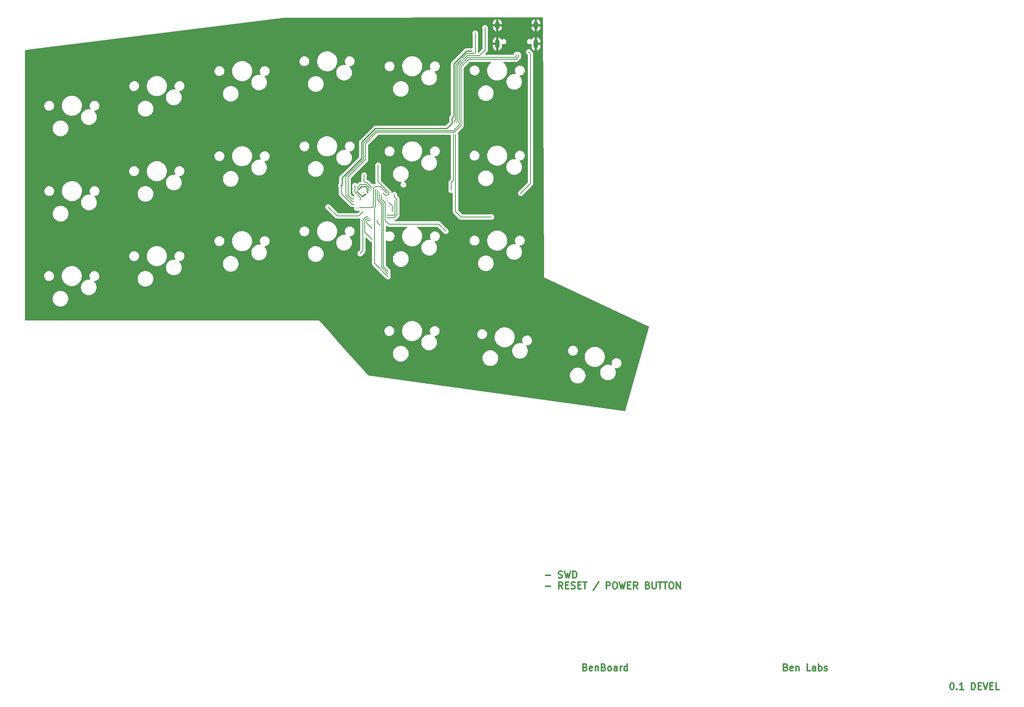
<source format=gbr>
%TF.GenerationSoftware,KiCad,Pcbnew,7.0.6*%
%TF.CreationDate,2023-07-25T14:06:58+01:00*%
%TF.ProjectId,benboard,62656e62-6f61-4726-942e-6b696361645f,rev?*%
%TF.SameCoordinates,Original*%
%TF.FileFunction,Copper,L3,Inr*%
%TF.FilePolarity,Positive*%
%FSLAX46Y46*%
G04 Gerber Fmt 4.6, Leading zero omitted, Abs format (unit mm)*
G04 Created by KiCad (PCBNEW 7.0.6) date 2023-07-25 14:06:58*
%MOMM*%
%LPD*%
G01*
G04 APERTURE LIST*
%ADD10C,0.300000*%
%TA.AperFunction,NonConductor*%
%ADD11C,0.300000*%
%TD*%
%TA.AperFunction,ComponentPad*%
%ADD12O,1.000000X1.800000*%
%TD*%
%TA.AperFunction,ComponentPad*%
%ADD13O,1.000000X2.100000*%
%TD*%
%TA.AperFunction,ViaPad*%
%ADD14C,0.250000*%
%TD*%
%TA.AperFunction,ViaPad*%
%ADD15C,0.300000*%
%TD*%
%TA.AperFunction,Conductor*%
%ADD16C,0.250000*%
%TD*%
%TA.AperFunction,Conductor*%
%ADD17C,0.200000*%
%TD*%
G04 APERTURE END LIST*
D10*
D11*
X178954510Y-168214400D02*
X180097368Y-168214400D01*
X181883082Y-168714400D02*
X182097368Y-168785828D01*
X182097368Y-168785828D02*
X182454510Y-168785828D01*
X182454510Y-168785828D02*
X182597368Y-168714400D01*
X182597368Y-168714400D02*
X182668796Y-168642971D01*
X182668796Y-168642971D02*
X182740225Y-168500114D01*
X182740225Y-168500114D02*
X182740225Y-168357257D01*
X182740225Y-168357257D02*
X182668796Y-168214400D01*
X182668796Y-168214400D02*
X182597368Y-168142971D01*
X182597368Y-168142971D02*
X182454510Y-168071542D01*
X182454510Y-168071542D02*
X182168796Y-168000114D01*
X182168796Y-168000114D02*
X182025939Y-167928685D01*
X182025939Y-167928685D02*
X181954510Y-167857257D01*
X181954510Y-167857257D02*
X181883082Y-167714400D01*
X181883082Y-167714400D02*
X181883082Y-167571542D01*
X181883082Y-167571542D02*
X181954510Y-167428685D01*
X181954510Y-167428685D02*
X182025939Y-167357257D01*
X182025939Y-167357257D02*
X182168796Y-167285828D01*
X182168796Y-167285828D02*
X182525939Y-167285828D01*
X182525939Y-167285828D02*
X182740225Y-167357257D01*
X183240224Y-167285828D02*
X183597367Y-168785828D01*
X183597367Y-168785828D02*
X183883081Y-167714400D01*
X183883081Y-167714400D02*
X184168796Y-168785828D01*
X184168796Y-168785828D02*
X184525939Y-167285828D01*
X185097367Y-168785828D02*
X185097367Y-167285828D01*
X185097367Y-167285828D02*
X185454510Y-167285828D01*
X185454510Y-167285828D02*
X185668796Y-167357257D01*
X185668796Y-167357257D02*
X185811653Y-167500114D01*
X185811653Y-167500114D02*
X185883082Y-167642971D01*
X185883082Y-167642971D02*
X185954510Y-167928685D01*
X185954510Y-167928685D02*
X185954510Y-168142971D01*
X185954510Y-168142971D02*
X185883082Y-168428685D01*
X185883082Y-168428685D02*
X185811653Y-168571542D01*
X185811653Y-168571542D02*
X185668796Y-168714400D01*
X185668796Y-168714400D02*
X185454510Y-168785828D01*
X185454510Y-168785828D02*
X185097367Y-168785828D01*
X178954510Y-170629400D02*
X180097368Y-170629400D01*
X182811653Y-171200828D02*
X182311653Y-170486542D01*
X181954510Y-171200828D02*
X181954510Y-169700828D01*
X181954510Y-169700828D02*
X182525939Y-169700828D01*
X182525939Y-169700828D02*
X182668796Y-169772257D01*
X182668796Y-169772257D02*
X182740225Y-169843685D01*
X182740225Y-169843685D02*
X182811653Y-169986542D01*
X182811653Y-169986542D02*
X182811653Y-170200828D01*
X182811653Y-170200828D02*
X182740225Y-170343685D01*
X182740225Y-170343685D02*
X182668796Y-170415114D01*
X182668796Y-170415114D02*
X182525939Y-170486542D01*
X182525939Y-170486542D02*
X181954510Y-170486542D01*
X183454510Y-170415114D02*
X183954510Y-170415114D01*
X184168796Y-171200828D02*
X183454510Y-171200828D01*
X183454510Y-171200828D02*
X183454510Y-169700828D01*
X183454510Y-169700828D02*
X184168796Y-169700828D01*
X184740225Y-171129400D02*
X184954511Y-171200828D01*
X184954511Y-171200828D02*
X185311653Y-171200828D01*
X185311653Y-171200828D02*
X185454511Y-171129400D01*
X185454511Y-171129400D02*
X185525939Y-171057971D01*
X185525939Y-171057971D02*
X185597368Y-170915114D01*
X185597368Y-170915114D02*
X185597368Y-170772257D01*
X185597368Y-170772257D02*
X185525939Y-170629400D01*
X185525939Y-170629400D02*
X185454511Y-170557971D01*
X185454511Y-170557971D02*
X185311653Y-170486542D01*
X185311653Y-170486542D02*
X185025939Y-170415114D01*
X185025939Y-170415114D02*
X184883082Y-170343685D01*
X184883082Y-170343685D02*
X184811653Y-170272257D01*
X184811653Y-170272257D02*
X184740225Y-170129400D01*
X184740225Y-170129400D02*
X184740225Y-169986542D01*
X184740225Y-169986542D02*
X184811653Y-169843685D01*
X184811653Y-169843685D02*
X184883082Y-169772257D01*
X184883082Y-169772257D02*
X185025939Y-169700828D01*
X185025939Y-169700828D02*
X185383082Y-169700828D01*
X185383082Y-169700828D02*
X185597368Y-169772257D01*
X186240224Y-170415114D02*
X186740224Y-170415114D01*
X186954510Y-171200828D02*
X186240224Y-171200828D01*
X186240224Y-171200828D02*
X186240224Y-169700828D01*
X186240224Y-169700828D02*
X186954510Y-169700828D01*
X187383082Y-169700828D02*
X188240225Y-169700828D01*
X187811653Y-171200828D02*
X187811653Y-169700828D01*
X190954510Y-169629400D02*
X189668796Y-171557971D01*
X192597367Y-171200828D02*
X192597367Y-169700828D01*
X192597367Y-169700828D02*
X193168796Y-169700828D01*
X193168796Y-169700828D02*
X193311653Y-169772257D01*
X193311653Y-169772257D02*
X193383082Y-169843685D01*
X193383082Y-169843685D02*
X193454510Y-169986542D01*
X193454510Y-169986542D02*
X193454510Y-170200828D01*
X193454510Y-170200828D02*
X193383082Y-170343685D01*
X193383082Y-170343685D02*
X193311653Y-170415114D01*
X193311653Y-170415114D02*
X193168796Y-170486542D01*
X193168796Y-170486542D02*
X192597367Y-170486542D01*
X194383082Y-169700828D02*
X194668796Y-169700828D01*
X194668796Y-169700828D02*
X194811653Y-169772257D01*
X194811653Y-169772257D02*
X194954510Y-169915114D01*
X194954510Y-169915114D02*
X195025939Y-170200828D01*
X195025939Y-170200828D02*
X195025939Y-170700828D01*
X195025939Y-170700828D02*
X194954510Y-170986542D01*
X194954510Y-170986542D02*
X194811653Y-171129400D01*
X194811653Y-171129400D02*
X194668796Y-171200828D01*
X194668796Y-171200828D02*
X194383082Y-171200828D01*
X194383082Y-171200828D02*
X194240225Y-171129400D01*
X194240225Y-171129400D02*
X194097367Y-170986542D01*
X194097367Y-170986542D02*
X194025939Y-170700828D01*
X194025939Y-170700828D02*
X194025939Y-170200828D01*
X194025939Y-170200828D02*
X194097367Y-169915114D01*
X194097367Y-169915114D02*
X194240225Y-169772257D01*
X194240225Y-169772257D02*
X194383082Y-169700828D01*
X195525939Y-169700828D02*
X195883082Y-171200828D01*
X195883082Y-171200828D02*
X196168796Y-170129400D01*
X196168796Y-170129400D02*
X196454511Y-171200828D01*
X196454511Y-171200828D02*
X196811654Y-169700828D01*
X197383082Y-170415114D02*
X197883082Y-170415114D01*
X198097368Y-171200828D02*
X197383082Y-171200828D01*
X197383082Y-171200828D02*
X197383082Y-169700828D01*
X197383082Y-169700828D02*
X198097368Y-169700828D01*
X199597368Y-171200828D02*
X199097368Y-170486542D01*
X198740225Y-171200828D02*
X198740225Y-169700828D01*
X198740225Y-169700828D02*
X199311654Y-169700828D01*
X199311654Y-169700828D02*
X199454511Y-169772257D01*
X199454511Y-169772257D02*
X199525940Y-169843685D01*
X199525940Y-169843685D02*
X199597368Y-169986542D01*
X199597368Y-169986542D02*
X199597368Y-170200828D01*
X199597368Y-170200828D02*
X199525940Y-170343685D01*
X199525940Y-170343685D02*
X199454511Y-170415114D01*
X199454511Y-170415114D02*
X199311654Y-170486542D01*
X199311654Y-170486542D02*
X198740225Y-170486542D01*
X201883082Y-170415114D02*
X202097368Y-170486542D01*
X202097368Y-170486542D02*
X202168797Y-170557971D01*
X202168797Y-170557971D02*
X202240225Y-170700828D01*
X202240225Y-170700828D02*
X202240225Y-170915114D01*
X202240225Y-170915114D02*
X202168797Y-171057971D01*
X202168797Y-171057971D02*
X202097368Y-171129400D01*
X202097368Y-171129400D02*
X201954511Y-171200828D01*
X201954511Y-171200828D02*
X201383082Y-171200828D01*
X201383082Y-171200828D02*
X201383082Y-169700828D01*
X201383082Y-169700828D02*
X201883082Y-169700828D01*
X201883082Y-169700828D02*
X202025940Y-169772257D01*
X202025940Y-169772257D02*
X202097368Y-169843685D01*
X202097368Y-169843685D02*
X202168797Y-169986542D01*
X202168797Y-169986542D02*
X202168797Y-170129400D01*
X202168797Y-170129400D02*
X202097368Y-170272257D01*
X202097368Y-170272257D02*
X202025940Y-170343685D01*
X202025940Y-170343685D02*
X201883082Y-170415114D01*
X201883082Y-170415114D02*
X201383082Y-170415114D01*
X202883082Y-169700828D02*
X202883082Y-170915114D01*
X202883082Y-170915114D02*
X202954511Y-171057971D01*
X202954511Y-171057971D02*
X203025940Y-171129400D01*
X203025940Y-171129400D02*
X203168797Y-171200828D01*
X203168797Y-171200828D02*
X203454511Y-171200828D01*
X203454511Y-171200828D02*
X203597368Y-171129400D01*
X203597368Y-171129400D02*
X203668797Y-171057971D01*
X203668797Y-171057971D02*
X203740225Y-170915114D01*
X203740225Y-170915114D02*
X203740225Y-169700828D01*
X204240226Y-169700828D02*
X205097369Y-169700828D01*
X204668797Y-171200828D02*
X204668797Y-169700828D01*
X205383083Y-169700828D02*
X206240226Y-169700828D01*
X205811654Y-171200828D02*
X205811654Y-169700828D01*
X207025940Y-169700828D02*
X207311654Y-169700828D01*
X207311654Y-169700828D02*
X207454511Y-169772257D01*
X207454511Y-169772257D02*
X207597368Y-169915114D01*
X207597368Y-169915114D02*
X207668797Y-170200828D01*
X207668797Y-170200828D02*
X207668797Y-170700828D01*
X207668797Y-170700828D02*
X207597368Y-170986542D01*
X207597368Y-170986542D02*
X207454511Y-171129400D01*
X207454511Y-171129400D02*
X207311654Y-171200828D01*
X207311654Y-171200828D02*
X207025940Y-171200828D01*
X207025940Y-171200828D02*
X206883083Y-171129400D01*
X206883083Y-171129400D02*
X206740225Y-170986542D01*
X206740225Y-170986542D02*
X206668797Y-170700828D01*
X206668797Y-170700828D02*
X206668797Y-170200828D01*
X206668797Y-170200828D02*
X206740225Y-169915114D01*
X206740225Y-169915114D02*
X206883083Y-169772257D01*
X206883083Y-169772257D02*
X207025940Y-169700828D01*
X208311654Y-171200828D02*
X208311654Y-169700828D01*
X208311654Y-169700828D02*
X209168797Y-171200828D01*
X209168797Y-171200828D02*
X209168797Y-169700828D01*
D10*
D11*
X270040225Y-192300828D02*
X270183082Y-192300828D01*
X270183082Y-192300828D02*
X270325939Y-192372257D01*
X270325939Y-192372257D02*
X270397368Y-192443685D01*
X270397368Y-192443685D02*
X270468796Y-192586542D01*
X270468796Y-192586542D02*
X270540225Y-192872257D01*
X270540225Y-192872257D02*
X270540225Y-193229400D01*
X270540225Y-193229400D02*
X270468796Y-193515114D01*
X270468796Y-193515114D02*
X270397368Y-193657971D01*
X270397368Y-193657971D02*
X270325939Y-193729400D01*
X270325939Y-193729400D02*
X270183082Y-193800828D01*
X270183082Y-193800828D02*
X270040225Y-193800828D01*
X270040225Y-193800828D02*
X269897368Y-193729400D01*
X269897368Y-193729400D02*
X269825939Y-193657971D01*
X269825939Y-193657971D02*
X269754510Y-193515114D01*
X269754510Y-193515114D02*
X269683082Y-193229400D01*
X269683082Y-193229400D02*
X269683082Y-192872257D01*
X269683082Y-192872257D02*
X269754510Y-192586542D01*
X269754510Y-192586542D02*
X269825939Y-192443685D01*
X269825939Y-192443685D02*
X269897368Y-192372257D01*
X269897368Y-192372257D02*
X270040225Y-192300828D01*
X271183081Y-193657971D02*
X271254510Y-193729400D01*
X271254510Y-193729400D02*
X271183081Y-193800828D01*
X271183081Y-193800828D02*
X271111653Y-193729400D01*
X271111653Y-193729400D02*
X271183081Y-193657971D01*
X271183081Y-193657971D02*
X271183081Y-193800828D01*
X272683082Y-193800828D02*
X271825939Y-193800828D01*
X272254510Y-193800828D02*
X272254510Y-192300828D01*
X272254510Y-192300828D02*
X272111653Y-192515114D01*
X272111653Y-192515114D02*
X271968796Y-192657971D01*
X271968796Y-192657971D02*
X271825939Y-192729400D01*
X274468795Y-193800828D02*
X274468795Y-192300828D01*
X274468795Y-192300828D02*
X274825938Y-192300828D01*
X274825938Y-192300828D02*
X275040224Y-192372257D01*
X275040224Y-192372257D02*
X275183081Y-192515114D01*
X275183081Y-192515114D02*
X275254510Y-192657971D01*
X275254510Y-192657971D02*
X275325938Y-192943685D01*
X275325938Y-192943685D02*
X275325938Y-193157971D01*
X275325938Y-193157971D02*
X275254510Y-193443685D01*
X275254510Y-193443685D02*
X275183081Y-193586542D01*
X275183081Y-193586542D02*
X275040224Y-193729400D01*
X275040224Y-193729400D02*
X274825938Y-193800828D01*
X274825938Y-193800828D02*
X274468795Y-193800828D01*
X275968795Y-193015114D02*
X276468795Y-193015114D01*
X276683081Y-193800828D02*
X275968795Y-193800828D01*
X275968795Y-193800828D02*
X275968795Y-192300828D01*
X275968795Y-192300828D02*
X276683081Y-192300828D01*
X277111653Y-192300828D02*
X277611653Y-193800828D01*
X277611653Y-193800828D02*
X278111653Y-192300828D01*
X278611652Y-193015114D02*
X279111652Y-193015114D01*
X279325938Y-193800828D02*
X278611652Y-193800828D01*
X278611652Y-193800828D02*
X278611652Y-192300828D01*
X278611652Y-192300828D02*
X279325938Y-192300828D01*
X280683081Y-193800828D02*
X279968795Y-193800828D01*
X279968795Y-193800828D02*
X279968795Y-192300828D01*
D10*
D11*
X232854510Y-188815114D02*
X233068796Y-188886542D01*
X233068796Y-188886542D02*
X233140225Y-188957971D01*
X233140225Y-188957971D02*
X233211653Y-189100828D01*
X233211653Y-189100828D02*
X233211653Y-189315114D01*
X233211653Y-189315114D02*
X233140225Y-189457971D01*
X233140225Y-189457971D02*
X233068796Y-189529400D01*
X233068796Y-189529400D02*
X232925939Y-189600828D01*
X232925939Y-189600828D02*
X232354510Y-189600828D01*
X232354510Y-189600828D02*
X232354510Y-188100828D01*
X232354510Y-188100828D02*
X232854510Y-188100828D01*
X232854510Y-188100828D02*
X232997368Y-188172257D01*
X232997368Y-188172257D02*
X233068796Y-188243685D01*
X233068796Y-188243685D02*
X233140225Y-188386542D01*
X233140225Y-188386542D02*
X233140225Y-188529400D01*
X233140225Y-188529400D02*
X233068796Y-188672257D01*
X233068796Y-188672257D02*
X232997368Y-188743685D01*
X232997368Y-188743685D02*
X232854510Y-188815114D01*
X232854510Y-188815114D02*
X232354510Y-188815114D01*
X234425939Y-189529400D02*
X234283082Y-189600828D01*
X234283082Y-189600828D02*
X233997368Y-189600828D01*
X233997368Y-189600828D02*
X233854510Y-189529400D01*
X233854510Y-189529400D02*
X233783082Y-189386542D01*
X233783082Y-189386542D02*
X233783082Y-188815114D01*
X233783082Y-188815114D02*
X233854510Y-188672257D01*
X233854510Y-188672257D02*
X233997368Y-188600828D01*
X233997368Y-188600828D02*
X234283082Y-188600828D01*
X234283082Y-188600828D02*
X234425939Y-188672257D01*
X234425939Y-188672257D02*
X234497368Y-188815114D01*
X234497368Y-188815114D02*
X234497368Y-188957971D01*
X234497368Y-188957971D02*
X233783082Y-189100828D01*
X235140224Y-188600828D02*
X235140224Y-189600828D01*
X235140224Y-188743685D02*
X235211653Y-188672257D01*
X235211653Y-188672257D02*
X235354510Y-188600828D01*
X235354510Y-188600828D02*
X235568796Y-188600828D01*
X235568796Y-188600828D02*
X235711653Y-188672257D01*
X235711653Y-188672257D02*
X235783082Y-188815114D01*
X235783082Y-188815114D02*
X235783082Y-189600828D01*
X238354510Y-189600828D02*
X237640224Y-189600828D01*
X237640224Y-189600828D02*
X237640224Y-188100828D01*
X239497368Y-189600828D02*
X239497368Y-188815114D01*
X239497368Y-188815114D02*
X239425939Y-188672257D01*
X239425939Y-188672257D02*
X239283082Y-188600828D01*
X239283082Y-188600828D02*
X238997368Y-188600828D01*
X238997368Y-188600828D02*
X238854510Y-188672257D01*
X239497368Y-189529400D02*
X239354510Y-189600828D01*
X239354510Y-189600828D02*
X238997368Y-189600828D01*
X238997368Y-189600828D02*
X238854510Y-189529400D01*
X238854510Y-189529400D02*
X238783082Y-189386542D01*
X238783082Y-189386542D02*
X238783082Y-189243685D01*
X238783082Y-189243685D02*
X238854510Y-189100828D01*
X238854510Y-189100828D02*
X238997368Y-189029400D01*
X238997368Y-189029400D02*
X239354510Y-189029400D01*
X239354510Y-189029400D02*
X239497368Y-188957971D01*
X240211653Y-189600828D02*
X240211653Y-188100828D01*
X240211653Y-188672257D02*
X240354511Y-188600828D01*
X240354511Y-188600828D02*
X240640225Y-188600828D01*
X240640225Y-188600828D02*
X240783082Y-188672257D01*
X240783082Y-188672257D02*
X240854511Y-188743685D01*
X240854511Y-188743685D02*
X240925939Y-188886542D01*
X240925939Y-188886542D02*
X240925939Y-189315114D01*
X240925939Y-189315114D02*
X240854511Y-189457971D01*
X240854511Y-189457971D02*
X240783082Y-189529400D01*
X240783082Y-189529400D02*
X240640225Y-189600828D01*
X240640225Y-189600828D02*
X240354511Y-189600828D01*
X240354511Y-189600828D02*
X240211653Y-189529400D01*
X241497368Y-189529400D02*
X241640225Y-189600828D01*
X241640225Y-189600828D02*
X241925939Y-189600828D01*
X241925939Y-189600828D02*
X242068796Y-189529400D01*
X242068796Y-189529400D02*
X242140225Y-189386542D01*
X242140225Y-189386542D02*
X242140225Y-189315114D01*
X242140225Y-189315114D02*
X242068796Y-189172257D01*
X242068796Y-189172257D02*
X241925939Y-189100828D01*
X241925939Y-189100828D02*
X241711654Y-189100828D01*
X241711654Y-189100828D02*
X241568796Y-189029400D01*
X241568796Y-189029400D02*
X241497368Y-188886542D01*
X241497368Y-188886542D02*
X241497368Y-188815114D01*
X241497368Y-188815114D02*
X241568796Y-188672257D01*
X241568796Y-188672257D02*
X241711654Y-188600828D01*
X241711654Y-188600828D02*
X241925939Y-188600828D01*
X241925939Y-188600828D02*
X242068796Y-188672257D01*
D10*
D11*
X187854510Y-188815114D02*
X188068796Y-188886542D01*
X188068796Y-188886542D02*
X188140225Y-188957971D01*
X188140225Y-188957971D02*
X188211653Y-189100828D01*
X188211653Y-189100828D02*
X188211653Y-189315114D01*
X188211653Y-189315114D02*
X188140225Y-189457971D01*
X188140225Y-189457971D02*
X188068796Y-189529400D01*
X188068796Y-189529400D02*
X187925939Y-189600828D01*
X187925939Y-189600828D02*
X187354510Y-189600828D01*
X187354510Y-189600828D02*
X187354510Y-188100828D01*
X187354510Y-188100828D02*
X187854510Y-188100828D01*
X187854510Y-188100828D02*
X187997368Y-188172257D01*
X187997368Y-188172257D02*
X188068796Y-188243685D01*
X188068796Y-188243685D02*
X188140225Y-188386542D01*
X188140225Y-188386542D02*
X188140225Y-188529400D01*
X188140225Y-188529400D02*
X188068796Y-188672257D01*
X188068796Y-188672257D02*
X187997368Y-188743685D01*
X187997368Y-188743685D02*
X187854510Y-188815114D01*
X187854510Y-188815114D02*
X187354510Y-188815114D01*
X189425939Y-189529400D02*
X189283082Y-189600828D01*
X189283082Y-189600828D02*
X188997368Y-189600828D01*
X188997368Y-189600828D02*
X188854510Y-189529400D01*
X188854510Y-189529400D02*
X188783082Y-189386542D01*
X188783082Y-189386542D02*
X188783082Y-188815114D01*
X188783082Y-188815114D02*
X188854510Y-188672257D01*
X188854510Y-188672257D02*
X188997368Y-188600828D01*
X188997368Y-188600828D02*
X189283082Y-188600828D01*
X189283082Y-188600828D02*
X189425939Y-188672257D01*
X189425939Y-188672257D02*
X189497368Y-188815114D01*
X189497368Y-188815114D02*
X189497368Y-188957971D01*
X189497368Y-188957971D02*
X188783082Y-189100828D01*
X190140224Y-188600828D02*
X190140224Y-189600828D01*
X190140224Y-188743685D02*
X190211653Y-188672257D01*
X190211653Y-188672257D02*
X190354510Y-188600828D01*
X190354510Y-188600828D02*
X190568796Y-188600828D01*
X190568796Y-188600828D02*
X190711653Y-188672257D01*
X190711653Y-188672257D02*
X190783082Y-188815114D01*
X190783082Y-188815114D02*
X190783082Y-189600828D01*
X191997367Y-188815114D02*
X192211653Y-188886542D01*
X192211653Y-188886542D02*
X192283082Y-188957971D01*
X192283082Y-188957971D02*
X192354510Y-189100828D01*
X192354510Y-189100828D02*
X192354510Y-189315114D01*
X192354510Y-189315114D02*
X192283082Y-189457971D01*
X192283082Y-189457971D02*
X192211653Y-189529400D01*
X192211653Y-189529400D02*
X192068796Y-189600828D01*
X192068796Y-189600828D02*
X191497367Y-189600828D01*
X191497367Y-189600828D02*
X191497367Y-188100828D01*
X191497367Y-188100828D02*
X191997367Y-188100828D01*
X191997367Y-188100828D02*
X192140225Y-188172257D01*
X192140225Y-188172257D02*
X192211653Y-188243685D01*
X192211653Y-188243685D02*
X192283082Y-188386542D01*
X192283082Y-188386542D02*
X192283082Y-188529400D01*
X192283082Y-188529400D02*
X192211653Y-188672257D01*
X192211653Y-188672257D02*
X192140225Y-188743685D01*
X192140225Y-188743685D02*
X191997367Y-188815114D01*
X191997367Y-188815114D02*
X191497367Y-188815114D01*
X193211653Y-189600828D02*
X193068796Y-189529400D01*
X193068796Y-189529400D02*
X192997367Y-189457971D01*
X192997367Y-189457971D02*
X192925939Y-189315114D01*
X192925939Y-189315114D02*
X192925939Y-188886542D01*
X192925939Y-188886542D02*
X192997367Y-188743685D01*
X192997367Y-188743685D02*
X193068796Y-188672257D01*
X193068796Y-188672257D02*
X193211653Y-188600828D01*
X193211653Y-188600828D02*
X193425939Y-188600828D01*
X193425939Y-188600828D02*
X193568796Y-188672257D01*
X193568796Y-188672257D02*
X193640225Y-188743685D01*
X193640225Y-188743685D02*
X193711653Y-188886542D01*
X193711653Y-188886542D02*
X193711653Y-189315114D01*
X193711653Y-189315114D02*
X193640225Y-189457971D01*
X193640225Y-189457971D02*
X193568796Y-189529400D01*
X193568796Y-189529400D02*
X193425939Y-189600828D01*
X193425939Y-189600828D02*
X193211653Y-189600828D01*
X194997368Y-189600828D02*
X194997368Y-188815114D01*
X194997368Y-188815114D02*
X194925939Y-188672257D01*
X194925939Y-188672257D02*
X194783082Y-188600828D01*
X194783082Y-188600828D02*
X194497368Y-188600828D01*
X194497368Y-188600828D02*
X194354510Y-188672257D01*
X194997368Y-189529400D02*
X194854510Y-189600828D01*
X194854510Y-189600828D02*
X194497368Y-189600828D01*
X194497368Y-189600828D02*
X194354510Y-189529400D01*
X194354510Y-189529400D02*
X194283082Y-189386542D01*
X194283082Y-189386542D02*
X194283082Y-189243685D01*
X194283082Y-189243685D02*
X194354510Y-189100828D01*
X194354510Y-189100828D02*
X194497368Y-189029400D01*
X194497368Y-189029400D02*
X194854510Y-189029400D01*
X194854510Y-189029400D02*
X194997368Y-188957971D01*
X195711653Y-189600828D02*
X195711653Y-188600828D01*
X195711653Y-188886542D02*
X195783082Y-188743685D01*
X195783082Y-188743685D02*
X195854511Y-188672257D01*
X195854511Y-188672257D02*
X195997368Y-188600828D01*
X195997368Y-188600828D02*
X196140225Y-188600828D01*
X197283082Y-189600828D02*
X197283082Y-188100828D01*
X197283082Y-189529400D02*
X197140224Y-189600828D01*
X197140224Y-189600828D02*
X196854510Y-189600828D01*
X196854510Y-189600828D02*
X196711653Y-189529400D01*
X196711653Y-189529400D02*
X196640224Y-189457971D01*
X196640224Y-189457971D02*
X196568796Y-189315114D01*
X196568796Y-189315114D02*
X196568796Y-188886542D01*
X196568796Y-188886542D02*
X196640224Y-188743685D01*
X196640224Y-188743685D02*
X196711653Y-188672257D01*
X196711653Y-188672257D02*
X196854510Y-188600828D01*
X196854510Y-188600828D02*
X197140224Y-188600828D01*
X197140224Y-188600828D02*
X197283082Y-188672257D01*
D12*
%TO.N,GND*%
%TO.C,J1*%
X168160000Y-44790000D03*
D13*
X168160000Y-48990000D03*
D12*
X176800000Y-44790000D03*
D13*
X176800000Y-48990000D03*
%TD*%
D14*
%TO.N,VBUS*%
X173400000Y-82471073D03*
X175200000Y-50800000D03*
X162400000Y-50600000D03*
X136070510Y-84929490D03*
X133065051Y-80775619D03*
%TO.N,VDDH*%
X157800000Y-81825000D03*
X158550497Y-66600000D03*
X163200000Y-46600000D03*
X137255457Y-85744543D03*
X158325997Y-69400000D03*
X143400000Y-82471073D03*
%TO.N,Net-(U1-DEC4)*%
X143424500Y-88000000D03*
X141775500Y-89586073D03*
X145043641Y-82824500D03*
X141200000Y-88600000D03*
%TO.N,Net-(U1-DECUSB)*%
X137376922Y-84015730D03*
X136200000Y-80775500D03*
%TO.N,Net-(U1-DEC3)*%
X143874757Y-84586375D03*
X144600000Y-86600000D03*
%TO.N,Net-(U1-DEC5)*%
X142600000Y-82471073D03*
X141424500Y-76200000D03*
%TO.N,VDD_NRF*%
X140200000Y-81000000D03*
X138182233Y-82322614D03*
X136628806Y-85825000D03*
X140000000Y-89600000D03*
X144000000Y-85400000D03*
%TO.N,GND*%
X146000000Y-91000000D03*
X66000000Y-108400000D03*
X141800000Y-72200000D03*
X133775500Y-79249500D03*
X168800000Y-51000000D03*
X181600000Y-124600000D03*
X146000000Y-91000000D03*
X66200000Y-70600000D03*
X176200000Y-51000000D03*
X104400000Y-63000000D03*
X169200000Y-84200000D03*
X143200000Y-116000000D03*
X143508935Y-84089683D03*
X104200000Y-101400000D03*
X129600000Y-80400000D03*
X161400000Y-76600000D03*
X135600000Y-86800000D03*
X130000000Y-82800000D03*
X162400000Y-100400000D03*
X168000000Y-89000000D03*
X172600000Y-45800000D03*
X166600000Y-82600000D03*
X170200000Y-89200000D03*
X161400000Y-62800000D03*
D15*
X172155029Y-90444083D03*
D14*
%TO.N,Net-(U1-ANT)*%
X143195055Y-83680495D03*
%TO.N,Net-(U1-XL2{slash}P0.01)*%
X139423078Y-88077924D03*
X140000000Y-92800000D03*
%TO.N,Net-(U1-XL1{slash}P0.00)*%
X140000000Y-90400000D03*
X139689321Y-88440094D03*
%TO.N,D+*%
X172849503Y-51400000D03*
X135878461Y-83766050D03*
%TO.N,D-*%
X135915454Y-84267588D03*
X172400000Y-51400000D03*
%TO.N,Net-(RED1-K)*%
X165400000Y-45400000D03*
X159000000Y-66600000D03*
X158775500Y-69400000D03*
X166813835Y-87819530D03*
%TO.N,SW2*%
X136649213Y-82049500D03*
X138713230Y-82687209D03*
%TO.N,SW3*%
X138027136Y-86683546D03*
X130200000Y-85600000D03*
%TO.N,SW5*%
X136800500Y-81613214D03*
X139066784Y-82333656D03*
%TO.N,SW8*%
X139418553Y-81978862D03*
X136624500Y-81200000D03*
%TO.N,SW11*%
X138268461Y-78468462D03*
X139766030Y-81605845D03*
%TO.N,SW12*%
X137400000Y-96000000D03*
X139072175Y-87736211D03*
%TO.N,SW14*%
X147112135Y-80585035D03*
%TO.N,SW15*%
X156600000Y-91000000D03*
X142166287Y-82877905D03*
%TO.N,SW19*%
X140965661Y-81677325D03*
X143600000Y-101200000D03*
%TO.N,SW20*%
X141319192Y-82030903D03*
X143600000Y-100600000D03*
%TO.N,SW21*%
X141672782Y-82384419D03*
X143600000Y-100000000D03*
%TO.N,Net-(U1-DCC)*%
X145200000Y-84089683D03*
X143424131Y-87411227D03*
%TD*%
D16*
%TO.N,VBUS*%
X161267588Y-50600000D02*
X162400000Y-50600000D01*
X137775000Y-71023960D02*
X140823960Y-67975000D01*
X158000000Y-66800000D02*
X158000000Y-65575000D01*
X133325500Y-79013603D02*
X133715143Y-78623960D01*
D17*
X175600000Y-80271073D02*
X175600000Y-75800000D01*
D16*
X158375000Y-53492589D02*
X161267588Y-50600000D01*
D17*
X133200000Y-80910568D02*
X133200000Y-82600000D01*
X175600000Y-51200000D02*
X175200000Y-50800000D01*
D16*
X133325500Y-80515170D02*
X133325500Y-79013603D01*
X158375000Y-65200000D02*
X158375000Y-53492589D01*
X137775000Y-74623960D02*
X137775000Y-71023960D01*
X156825000Y-67975000D02*
X158000000Y-66800000D01*
X133065051Y-80775619D02*
X133325500Y-80515170D01*
D17*
X173400000Y-82471073D02*
X175600000Y-80271073D01*
D16*
X158000000Y-65575000D02*
X158375000Y-65200000D01*
X133715143Y-78623960D02*
X133775000Y-78623960D01*
D17*
X135529490Y-84929490D02*
X136070510Y-84929490D01*
D16*
X140823960Y-67975000D02*
X156825000Y-67975000D01*
D17*
X175600000Y-75800000D02*
X175600000Y-51200000D01*
D16*
X133775000Y-78623960D02*
X137775000Y-74623960D01*
D17*
X133200000Y-82600000D02*
X135529490Y-84929490D01*
X133065051Y-80775619D02*
X133200000Y-80910568D01*
%TO.N,VDDH*%
X140400000Y-85400000D02*
X140400000Y-81400000D01*
X158800000Y-66000000D02*
X158800000Y-53668630D01*
X158550497Y-66249503D02*
X158800000Y-66000000D01*
X141928927Y-81000000D02*
X143400000Y-82471073D01*
X158325997Y-79520576D02*
X158325997Y-69400000D01*
X161268628Y-51200000D02*
X162800000Y-51200000D01*
X162800000Y-51200000D02*
X163200000Y-50800000D01*
X140055457Y-85744543D02*
X140400000Y-85400000D01*
X163200000Y-50800000D02*
X163200000Y-46600000D01*
X158800000Y-53668630D02*
X161268628Y-51200000D01*
X140800000Y-81000000D02*
X141928927Y-81000000D01*
X140400000Y-81400000D02*
X140800000Y-81000000D01*
X157800000Y-81825000D02*
X157800000Y-80046573D01*
X158550497Y-66600000D02*
X158550497Y-66249503D01*
X157800000Y-80046573D02*
X158325997Y-79520576D01*
X137255457Y-85744543D02*
X140055457Y-85744543D01*
%TO.N,Net-(U1-DEC4)*%
X145043641Y-83242600D02*
X145625000Y-83823959D01*
X141200000Y-88600000D02*
X141200000Y-89010573D01*
X141200000Y-89010573D02*
X141775500Y-89586073D01*
X145043641Y-82824500D02*
X145043641Y-83242600D01*
X144965686Y-88000000D02*
X143424500Y-88000000D01*
X145625000Y-83823959D02*
X145625000Y-87340686D01*
X145625000Y-87340686D02*
X144965686Y-88000000D01*
%TO.N,Net-(U1-DECUSB)*%
X137400000Y-83400000D02*
X137400000Y-84000000D01*
X136200000Y-80775500D02*
X136200000Y-82200000D01*
X137392652Y-84000000D02*
X137376922Y-84015730D01*
X136200000Y-82200000D02*
X137400000Y-83400000D01*
X137400000Y-84000000D02*
X137392652Y-84000000D01*
%TO.N,Net-(U1-DEC3)*%
X144600000Y-85311618D02*
X143874757Y-84586375D01*
X144600000Y-86600000D02*
X144600000Y-85311618D01*
%TO.N,Net-(U1-DEC5)*%
X143025000Y-82896073D02*
X142600000Y-82471073D01*
X143825000Y-82295032D02*
X143825000Y-82647114D01*
X141424500Y-79894532D02*
X143825000Y-82295032D01*
X143576041Y-82896073D02*
X143025000Y-82896073D01*
X141424500Y-76200000D02*
X141424500Y-79894532D01*
X143825000Y-82647114D02*
X143576041Y-82896073D01*
%TO.N,Net-(U1-XL2{slash}P0.01)*%
X140000000Y-92800000D02*
X138424500Y-91224500D01*
X138834315Y-88200000D02*
X139301002Y-88200000D01*
X139301002Y-88200000D02*
X139423078Y-88077924D01*
X138424500Y-88609814D02*
X138834315Y-88200000D01*
X138424500Y-91224500D02*
X138424500Y-88609814D01*
%TO.N,Net-(U1-XL1{slash}P0.00)*%
X140000000Y-90400000D02*
X138824500Y-89224500D01*
X139529415Y-88600000D02*
X139689321Y-88440094D01*
X139000000Y-88600000D02*
X139529415Y-88600000D01*
X138824500Y-88775500D02*
X139000000Y-88600000D01*
X138824500Y-89224500D02*
X138824500Y-88775500D01*
%TO.N,D+*%
X158565685Y-68800000D02*
X141165686Y-68800000D01*
X172849569Y-51750563D02*
X172849569Y-51916117D01*
X138600000Y-71365686D02*
X138600000Y-74965686D01*
X134682843Y-78882843D02*
X134682843Y-82917157D01*
X172849503Y-51750497D02*
X172849569Y-51750563D01*
X161765686Y-52400000D02*
X160000000Y-54165686D01*
X160000000Y-54165686D02*
X160000000Y-67365686D01*
X172849503Y-51400000D02*
X172849503Y-51750497D01*
X172365686Y-52400000D02*
X161765686Y-52400000D01*
X138600000Y-74965686D02*
X134682843Y-78882843D01*
X141165686Y-68800000D02*
X138600000Y-71365686D01*
X172849569Y-51916117D02*
X172365686Y-52400000D01*
X160000000Y-67365686D02*
X158565685Y-68800000D01*
X134682843Y-82917157D02*
X135531736Y-83766050D01*
X135531736Y-83766050D02*
X135878461Y-83766050D01*
%TO.N,D-*%
X134200000Y-83000000D02*
X135600000Y-84400000D01*
X159600000Y-67200000D02*
X158400000Y-68400000D01*
X141000000Y-68400000D02*
X138200000Y-71200000D01*
X159600000Y-54000000D02*
X159600000Y-67200000D01*
X134200000Y-78800000D02*
X134200000Y-83000000D01*
X135783042Y-84400000D02*
X135915454Y-84267588D01*
X172400000Y-51800000D02*
X172200000Y-52000000D01*
X161600000Y-52000000D02*
X159600000Y-54000000D01*
X135600000Y-84400000D02*
X135783042Y-84400000D01*
X172400000Y-51400000D02*
X172400000Y-51800000D01*
X138200000Y-71200000D02*
X138200000Y-74800000D01*
X172200000Y-52000000D02*
X161600000Y-52000000D01*
X158400000Y-68400000D02*
X141000000Y-68400000D01*
X138200000Y-74800000D02*
X134200000Y-78800000D01*
%TO.N,Net-(RED1-K)*%
X158775500Y-86575500D02*
X159600000Y-87400000D01*
X165400000Y-50400000D02*
X164200000Y-51600000D01*
X163200000Y-51600000D02*
X161434314Y-51600000D01*
X159600000Y-87400000D02*
X160019530Y-87819530D01*
X165400000Y-45400000D02*
X165400000Y-50400000D01*
X159200000Y-53834315D02*
X159200000Y-54800000D01*
X158775500Y-69400000D02*
X158775500Y-86575500D01*
X160019530Y-87819530D02*
X166813835Y-87819530D01*
X159200000Y-54800000D02*
X159200000Y-66400000D01*
X159200000Y-66400000D02*
X159000000Y-66600000D01*
X164200000Y-51600000D02*
X163200000Y-51600000D01*
X161434314Y-51600000D02*
X159200000Y-53834315D01*
D16*
%TO.N,SW2*%
X138512791Y-82687209D02*
X138000000Y-83200000D01*
X138000000Y-83200000D02*
X137801041Y-83200000D01*
X138713230Y-82687209D02*
X138512791Y-82687209D01*
X137801041Y-83200000D02*
X136649877Y-82048836D01*
D17*
%TO.N,SW3*%
X132200000Y-87600000D02*
X137097419Y-87600000D01*
X138013873Y-86683546D02*
X138027136Y-86683546D01*
X130200000Y-85600000D02*
X132200000Y-87600000D01*
X137097419Y-87600000D02*
X138013873Y-86683546D01*
D16*
%TO.N,SW5*%
X138916030Y-82182902D02*
X138916030Y-81282757D01*
X138916030Y-81282757D02*
X138616636Y-80983364D01*
X137616636Y-80983364D02*
X136986786Y-81613214D01*
X139066784Y-82333656D02*
X138916030Y-82182902D01*
X138616636Y-80983364D02*
X137616636Y-80983364D01*
X136986786Y-81613214D02*
X136847683Y-81613214D01*
D17*
X136800500Y-81613214D02*
X136813714Y-81600000D01*
%TO.N,SW8*%
X138792677Y-80558364D02*
X139341030Y-81106717D01*
X136636286Y-81188214D02*
X136810746Y-81188214D01*
X139341030Y-81901339D02*
X139418553Y-81978862D01*
X137440595Y-80558364D02*
X138792677Y-80558364D01*
X136810746Y-81188214D02*
X137440595Y-80558364D01*
X136624500Y-81200000D02*
X136636286Y-81188214D01*
X139341030Y-81106717D02*
X139341030Y-81901339D01*
%TO.N,SW11*%
X139766030Y-80966031D02*
X139766030Y-81605845D01*
X138558364Y-80158364D02*
X138958363Y-80158364D01*
X138958363Y-80158364D02*
X139766030Y-80966031D01*
X138268461Y-78468462D02*
X138268461Y-79868461D01*
X138268461Y-79868461D02*
X138558364Y-80158364D01*
%TO.N,SW12*%
X138732419Y-87736211D02*
X139072175Y-87736211D01*
X137400000Y-96000000D02*
X138000000Y-95400000D01*
X138000000Y-95400000D02*
X138000000Y-88468630D01*
X138000000Y-88468630D02*
X138732419Y-87736211D01*
%TO.N,SW15*%
X155000000Y-89400000D02*
X156600000Y-91000000D01*
X143000000Y-88600000D02*
X143800000Y-89400000D01*
X142166287Y-83766287D02*
X143000000Y-84600000D01*
X143800000Y-89400000D02*
X155000000Y-89400000D01*
X142166287Y-82877905D02*
X142166287Y-83766287D01*
X143000000Y-84600000D02*
X143000000Y-88600000D01*
%TO.N,SW19*%
X140800000Y-85565686D02*
X140600000Y-85765686D01*
X140600000Y-85765686D02*
X140600000Y-98200000D01*
X140800000Y-81842986D02*
X140800000Y-85565686D01*
X140600000Y-98200000D02*
X143600000Y-101200000D01*
X140965661Y-81677325D02*
X140800000Y-81842986D01*
%TO.N,SW20*%
X141219191Y-83950563D02*
X142200000Y-84931372D01*
X141219191Y-82130904D02*
X141219191Y-83950563D01*
X141319192Y-82030903D02*
X141219191Y-82130904D01*
X142200000Y-99200000D02*
X143600000Y-100600000D01*
X142200000Y-84931372D02*
X142200000Y-99200000D01*
%TO.N,SW21*%
X141619191Y-82438010D02*
X141619191Y-83784877D01*
X142600000Y-84765686D02*
X142600000Y-99000000D01*
X141672782Y-82384419D02*
X141619191Y-82438010D01*
X142600000Y-99000000D02*
X143600000Y-100000000D01*
X141619191Y-83784877D02*
X142600000Y-84765686D01*
%TO.N,Net-(U1-DCC)*%
X144988773Y-87411227D02*
X143424131Y-87411227D01*
X145200000Y-87200000D02*
X144988773Y-87411227D01*
X145200000Y-84089683D02*
X145200000Y-87200000D01*
%TD*%
%TA.AperFunction,Conductor*%
%TO.N,GND*%
G36*
X178342841Y-43020252D02*
G01*
X178388659Y-43073001D01*
X178399925Y-43124222D01*
X178599494Y-101398572D01*
X178599464Y-101400112D01*
X178599533Y-101400301D01*
X178599683Y-101400449D01*
X178601208Y-101401114D01*
X202103622Y-112355630D01*
X202156069Y-112401793D01*
X202175232Y-112468984D01*
X202170512Y-112501921D01*
X196829127Y-131295683D01*
X196791865Y-131354787D01*
X196728564Y-131384363D01*
X196692793Y-131384604D01*
X140026429Y-123514277D01*
X184407657Y-123514277D01*
X184415978Y-123569478D01*
X184446761Y-123773705D01*
X184446762Y-123773707D01*
X184446763Y-123773713D01*
X184524095Y-124024416D01*
X184637924Y-124260786D01*
X184637925Y-124260787D01*
X184637927Y-124260790D01*
X184637929Y-124260794D01*
X184761666Y-124442282D01*
X184785724Y-124477569D01*
X184964171Y-124669891D01*
X184964175Y-124669894D01*
X184964176Y-124669895D01*
X185169300Y-124833476D01*
X185396514Y-124964658D01*
X185640741Y-125060510D01*
X185896527Y-125118892D01*
X185896533Y-125118892D01*
X185896536Y-125118893D01*
X186092657Y-125133590D01*
X186092663Y-125133590D01*
X186223657Y-125133590D01*
X186419777Y-125118893D01*
X186419779Y-125118892D01*
X186419787Y-125118892D01*
X186675573Y-125060510D01*
X186919800Y-124964658D01*
X187147014Y-124833476D01*
X187352138Y-124669895D01*
X187530590Y-124477569D01*
X187678385Y-124260794D01*
X187792220Y-124024413D01*
X187869553Y-123773705D01*
X187908657Y-123514272D01*
X187908657Y-123251908D01*
X187869553Y-122992475D01*
X187817267Y-122822969D01*
X191211787Y-122822969D01*
X191232081Y-122957605D01*
X191250891Y-123082397D01*
X191250892Y-123082399D01*
X191250893Y-123082405D01*
X191328225Y-123333108D01*
X191442054Y-123569478D01*
X191442055Y-123569479D01*
X191442057Y-123569482D01*
X191442059Y-123569486D01*
X191581293Y-123773705D01*
X191589854Y-123786261D01*
X191768301Y-123978583D01*
X191768305Y-123978586D01*
X191768306Y-123978587D01*
X191973430Y-124142168D01*
X192200644Y-124273350D01*
X192444871Y-124369202D01*
X192700657Y-124427584D01*
X192700663Y-124427584D01*
X192700666Y-124427585D01*
X192896787Y-124442282D01*
X192896793Y-124442282D01*
X193027787Y-124442282D01*
X193223907Y-124427585D01*
X193223909Y-124427584D01*
X193223917Y-124427584D01*
X193479703Y-124369202D01*
X193723930Y-124273350D01*
X193951144Y-124142168D01*
X194156268Y-123978587D01*
X194334720Y-123786261D01*
X194482515Y-123569486D01*
X194596350Y-123333105D01*
X194673683Y-123082397D01*
X194712787Y-122822964D01*
X194712787Y-122560600D01*
X194673683Y-122301167D01*
X194596350Y-122050459D01*
X194499616Y-121849590D01*
X194488265Y-121780650D01*
X194515987Y-121716516D01*
X194573982Y-121677550D01*
X194634802Y-121674031D01*
X194700292Y-121686653D01*
X194778036Y-121701637D01*
X194778037Y-121701637D01*
X194935669Y-121701637D01*
X194935676Y-121701637D01*
X195092597Y-121686653D01*
X195294419Y-121627393D01*
X195481378Y-121531008D01*
X195646718Y-121400984D01*
X195784463Y-121242018D01*
X195889634Y-121059856D01*
X195958430Y-120861083D01*
X195988365Y-120652882D01*
X195978356Y-120442778D01*
X195928766Y-120238366D01*
X195841387Y-120047032D01*
X195813925Y-120008467D01*
X195719381Y-119875697D01*
X195719375Y-119875691D01*
X195567147Y-119730542D01*
X195567145Y-119730540D01*
X195390194Y-119616821D01*
X195390192Y-119616820D01*
X195194929Y-119538647D01*
X195194922Y-119538644D01*
X195194920Y-119538644D01*
X195194917Y-119538643D01*
X195194916Y-119538643D01*
X194988380Y-119498837D01*
X194988379Y-119498837D01*
X194830740Y-119498837D01*
X194673818Y-119513820D01*
X194673819Y-119513821D01*
X194673815Y-119513822D01*
X194471999Y-119573080D01*
X194285039Y-119669465D01*
X194119698Y-119799489D01*
X194119697Y-119799490D01*
X193981957Y-119958451D01*
X193981948Y-119958462D01*
X193876782Y-120140616D01*
X193807987Y-120339385D01*
X193807986Y-120339390D01*
X193807986Y-120339391D01*
X193778051Y-120547592D01*
X193788060Y-120757696D01*
X193814891Y-120868293D01*
X193833092Y-120943320D01*
X193829767Y-121013111D01*
X193789239Y-121070025D01*
X193724374Y-121095993D01*
X193667285Y-121087982D01*
X193479708Y-121014364D01*
X193479703Y-121014362D01*
X193479698Y-121014360D01*
X193479689Y-121014358D01*
X193250765Y-120962108D01*
X193223917Y-120955980D01*
X193223916Y-120955979D01*
X193223912Y-120955979D01*
X193223907Y-120955978D01*
X193027787Y-120941282D01*
X193027781Y-120941282D01*
X192896793Y-120941282D01*
X192896787Y-120941282D01*
X192700666Y-120955978D01*
X192700661Y-120955979D01*
X192444884Y-121014358D01*
X192444865Y-121014364D01*
X192200643Y-121110214D01*
X191973430Y-121241396D01*
X191768301Y-121404980D01*
X191589854Y-121597302D01*
X191442055Y-121814084D01*
X191442054Y-121814085D01*
X191328225Y-122050455D01*
X191250893Y-122301158D01*
X191250892Y-122301163D01*
X191250891Y-122301167D01*
X191236140Y-122399029D01*
X191211787Y-122560594D01*
X191211787Y-122822969D01*
X187817267Y-122822969D01*
X187792220Y-122741767D01*
X187704972Y-122560594D01*
X187678389Y-122505393D01*
X187678388Y-122505392D01*
X187678387Y-122505391D01*
X187678385Y-122505386D01*
X187530590Y-122288611D01*
X187520598Y-122277843D01*
X187352142Y-122096288D01*
X187294669Y-122050455D01*
X187147014Y-121932704D01*
X186919800Y-121801522D01*
X186675573Y-121705670D01*
X186675568Y-121705668D01*
X186675559Y-121705666D01*
X186457975Y-121656004D01*
X186419787Y-121647288D01*
X186419786Y-121647287D01*
X186419782Y-121647287D01*
X186419777Y-121647286D01*
X186223657Y-121632590D01*
X186223651Y-121632590D01*
X186092663Y-121632590D01*
X186092657Y-121632590D01*
X185896536Y-121647286D01*
X185896531Y-121647287D01*
X185640754Y-121705666D01*
X185640735Y-121705672D01*
X185396513Y-121801522D01*
X185169300Y-121932704D01*
X184964171Y-122096288D01*
X184785724Y-122288610D01*
X184637925Y-122505392D01*
X184637924Y-122505393D01*
X184524095Y-122741763D01*
X184446763Y-122992466D01*
X184446762Y-122992471D01*
X184446761Y-122992475D01*
X184433207Y-123082397D01*
X184407657Y-123251902D01*
X184407657Y-123514277D01*
X140026429Y-123514277D01*
X139245582Y-123405826D01*
X139181887Y-123377106D01*
X139169879Y-123365293D01*
X139141328Y-123333108D01*
X134952527Y-118611187D01*
X144744500Y-118611187D01*
X144754652Y-118678534D01*
X144783604Y-118870615D01*
X144783605Y-118870617D01*
X144783606Y-118870623D01*
X144860938Y-119121326D01*
X144974767Y-119357696D01*
X144974768Y-119357697D01*
X144974770Y-119357700D01*
X144974772Y-119357704D01*
X145098135Y-119538644D01*
X145122567Y-119574479D01*
X145301014Y-119766801D01*
X145301018Y-119766804D01*
X145301019Y-119766805D01*
X145506143Y-119930386D01*
X145733357Y-120061568D01*
X145977584Y-120157420D01*
X146233370Y-120215802D01*
X146233376Y-120215802D01*
X146233379Y-120215803D01*
X146429500Y-120230500D01*
X146429506Y-120230500D01*
X146560500Y-120230500D01*
X146756620Y-120215803D01*
X146756622Y-120215802D01*
X146756630Y-120215802D01*
X147012416Y-120157420D01*
X147256643Y-120061568D01*
X147483857Y-119930386D01*
X147688981Y-119766805D01*
X147836099Y-119608249D01*
X164827220Y-119608249D01*
X164845654Y-119730541D01*
X164866324Y-119867677D01*
X164866325Y-119867679D01*
X164866326Y-119867685D01*
X164943658Y-120118388D01*
X165057487Y-120354758D01*
X165057488Y-120354759D01*
X165057490Y-120354762D01*
X165057492Y-120354766D01*
X165117496Y-120442775D01*
X165205287Y-120571541D01*
X165383734Y-120763863D01*
X165383738Y-120763866D01*
X165383739Y-120763867D01*
X165588863Y-120927448D01*
X165816077Y-121058630D01*
X166060304Y-121154482D01*
X166316090Y-121212864D01*
X166316096Y-121212864D01*
X166316099Y-121212865D01*
X166512220Y-121227562D01*
X166512226Y-121227562D01*
X166643220Y-121227562D01*
X166839340Y-121212865D01*
X166839342Y-121212864D01*
X166839350Y-121212864D01*
X167095136Y-121154482D01*
X167339363Y-121058630D01*
X167566577Y-120927448D01*
X167771701Y-120763867D01*
X167950153Y-120571541D01*
X168097948Y-120354766D01*
X168211783Y-120118385D01*
X168289116Y-119867677D01*
X168328220Y-119608244D01*
X168328220Y-119345880D01*
X168289116Y-119086447D01*
X168211783Y-118835739D01*
X168199841Y-118810942D01*
X168097952Y-118599365D01*
X168097951Y-118599364D01*
X168097950Y-118599363D01*
X168097948Y-118599358D01*
X167950153Y-118382583D01*
X167835838Y-118259380D01*
X167771705Y-118190260D01*
X167682306Y-118118967D01*
X167566577Y-118026676D01*
X167480045Y-117976717D01*
X171468922Y-117976717D01*
X171485905Y-118089385D01*
X171508026Y-118236145D01*
X171508027Y-118236147D01*
X171508028Y-118236153D01*
X171585360Y-118486856D01*
X171699189Y-118723226D01*
X171699190Y-118723227D01*
X171699192Y-118723230D01*
X171699194Y-118723234D01*
X171810286Y-118886175D01*
X171846989Y-118940009D01*
X172025436Y-119132331D01*
X172025440Y-119132334D01*
X172025441Y-119132335D01*
X172230565Y-119295916D01*
X172457779Y-119427098D01*
X172702006Y-119522950D01*
X172957792Y-119581332D01*
X172957798Y-119581332D01*
X172957801Y-119581333D01*
X173153922Y-119596030D01*
X173153928Y-119596030D01*
X173284922Y-119596030D01*
X173481042Y-119581333D01*
X173481044Y-119581332D01*
X173481052Y-119581332D01*
X173736838Y-119522950D01*
X173981065Y-119427098D01*
X174208279Y-119295916D01*
X174234299Y-119275166D01*
X187751832Y-119275166D01*
X187781909Y-119574141D01*
X187781910Y-119574148D01*
X187851567Y-119866440D01*
X187851570Y-119866452D01*
X187959565Y-120146852D01*
X187959572Y-120146867D01*
X188103978Y-120410374D01*
X188103982Y-120410380D01*
X188195295Y-120534311D01*
X188282222Y-120652289D01*
X188491120Y-120868288D01*
X188726945Y-121054517D01*
X188985486Y-121207651D01*
X189262132Y-121324959D01*
X189262135Y-121324959D01*
X189262138Y-121324961D01*
X189407038Y-121364652D01*
X189551945Y-121404347D01*
X189849754Y-121444399D01*
X189849759Y-121444399D01*
X190075040Y-121444399D01*
X190238512Y-121433455D01*
X190299818Y-121429351D01*
X190594286Y-121369498D01*
X190878150Y-121270930D01*
X191146342Y-121135406D01*
X191394079Y-120965345D01*
X191616938Y-120763781D01*
X191810942Y-120534311D01*
X191972630Y-120281031D01*
X192099117Y-120008459D01*
X192188145Y-119721461D01*
X192238125Y-119425157D01*
X192248166Y-119124835D01*
X192218088Y-118825854D01*
X192148429Y-118533550D01*
X192040430Y-118253139D01*
X191896020Y-117989624D01*
X191886506Y-117976712D01*
X191794915Y-117852403D01*
X191717776Y-117747709D01*
X191508878Y-117531710D01*
X191508871Y-117531704D01*
X191273054Y-117345482D01*
X191273055Y-117345482D01*
X191273053Y-117345481D01*
X191014512Y-117192347D01*
X190737866Y-117075039D01*
X190737859Y-117075036D01*
X190448058Y-116995652D01*
X190448055Y-116995651D01*
X190448053Y-116995651D01*
X190150244Y-116955599D01*
X189924966Y-116955599D01*
X189924958Y-116955599D01*
X189700182Y-116970646D01*
X189700173Y-116970648D01*
X189405709Y-117030500D01*
X189121846Y-117129068D01*
X189121843Y-117129070D01*
X188853661Y-117264588D01*
X188605917Y-117434654D01*
X188383061Y-117636215D01*
X188189057Y-117865685D01*
X188189055Y-117865687D01*
X188027365Y-118118971D01*
X187918778Y-118352971D01*
X187900881Y-118391539D01*
X187885372Y-118441535D01*
X187811853Y-118678534D01*
X187779453Y-118870617D01*
X187761873Y-118974841D01*
X187756608Y-119132331D01*
X187751832Y-119275166D01*
X174234299Y-119275166D01*
X174413403Y-119132335D01*
X174420369Y-119124828D01*
X174455981Y-119086447D01*
X174591855Y-118940009D01*
X174739650Y-118723234D01*
X174853485Y-118486853D01*
X174930818Y-118236145D01*
X174969922Y-117976712D01*
X174969922Y-117747116D01*
X184011633Y-117747116D01*
X184021642Y-117957220D01*
X184071232Y-118161632D01*
X184115872Y-118259380D01*
X184158610Y-118352965D01*
X184158614Y-118352971D01*
X184280616Y-118524300D01*
X184280621Y-118524305D01*
X184432853Y-118669458D01*
X184609804Y-118783177D01*
X184805078Y-118861354D01*
X184933874Y-118886177D01*
X185011618Y-118901161D01*
X185011619Y-118901161D01*
X185169251Y-118901161D01*
X185169258Y-118901161D01*
X185326179Y-118886177D01*
X185528001Y-118826917D01*
X185714960Y-118730532D01*
X185880300Y-118600508D01*
X186018045Y-118441542D01*
X186123216Y-118259380D01*
X186192012Y-118060607D01*
X186221947Y-117852406D01*
X186211938Y-117642302D01*
X186162348Y-117437890D01*
X186074969Y-117246556D01*
X186074965Y-117246550D01*
X185952963Y-117075221D01*
X185952957Y-117075215D01*
X185800729Y-116930066D01*
X185800727Y-116930064D01*
X185623776Y-116816345D01*
X185623774Y-116816344D01*
X185428511Y-116738171D01*
X185428504Y-116738168D01*
X185428502Y-116738168D01*
X185428499Y-116738167D01*
X185428498Y-116738167D01*
X185221962Y-116698361D01*
X185221961Y-116698361D01*
X185064322Y-116698361D01*
X184907400Y-116713345D01*
X184907401Y-116713345D01*
X184907397Y-116713346D01*
X184705581Y-116772604D01*
X184518621Y-116868989D01*
X184353280Y-116999013D01*
X184353279Y-116999014D01*
X184215539Y-117157975D01*
X184215530Y-117157986D01*
X184110364Y-117340140D01*
X184041569Y-117538909D01*
X184041568Y-117538914D01*
X184041568Y-117538915D01*
X184011633Y-117747116D01*
X174969922Y-117747116D01*
X174969922Y-117714348D01*
X174930818Y-117454915D01*
X174853485Y-117204207D01*
X174776526Y-117044400D01*
X174739654Y-116967833D01*
X174739653Y-116967832D01*
X174739652Y-116967831D01*
X174739650Y-116967826D01*
X174626761Y-116802249D01*
X174605262Y-116735771D01*
X174623116Y-116668221D01*
X174674656Y-116621047D01*
X174729216Y-116608399D01*
X174883023Y-116608399D01*
X174883030Y-116608399D01*
X175039951Y-116593415D01*
X175241773Y-116534155D01*
X175428732Y-116437770D01*
X175594072Y-116307746D01*
X175731817Y-116148780D01*
X175836988Y-115966618D01*
X175905784Y-115767845D01*
X175935719Y-115559644D01*
X175925710Y-115349540D01*
X175876120Y-115145128D01*
X175788741Y-114953794D01*
X175788737Y-114953788D01*
X175666735Y-114782459D01*
X175666729Y-114782453D01*
X175514501Y-114637304D01*
X175514499Y-114637302D01*
X175337548Y-114523583D01*
X175337546Y-114523582D01*
X175142283Y-114445409D01*
X175142276Y-114445406D01*
X175142274Y-114445406D01*
X175142271Y-114445405D01*
X175142270Y-114445405D01*
X174935734Y-114405599D01*
X174935733Y-114405599D01*
X174778094Y-114405599D01*
X174621173Y-114420582D01*
X174621173Y-114420583D01*
X174621169Y-114420584D01*
X174419353Y-114479842D01*
X174232393Y-114576227D01*
X174067052Y-114706251D01*
X174067051Y-114706252D01*
X173929311Y-114865213D01*
X173929302Y-114865224D01*
X173824136Y-115047378D01*
X173755341Y-115246147D01*
X173755340Y-115246152D01*
X173755340Y-115246153D01*
X173725405Y-115454354D01*
X173735414Y-115664458D01*
X173755403Y-115746853D01*
X173785004Y-115868871D01*
X173785006Y-115868875D01*
X173838937Y-115986968D01*
X173848881Y-116056126D01*
X173819856Y-116119682D01*
X173761078Y-116157456D01*
X173698551Y-116159370D01*
X173504562Y-116115094D01*
X173481052Y-116109728D01*
X173481051Y-116109727D01*
X173481047Y-116109727D01*
X173481042Y-116109726D01*
X173284922Y-116095030D01*
X173284916Y-116095030D01*
X173153928Y-116095030D01*
X173153922Y-116095030D01*
X172957801Y-116109726D01*
X172957796Y-116109727D01*
X172702019Y-116168106D01*
X172702000Y-116168112D01*
X172457778Y-116263962D01*
X172230565Y-116395144D01*
X172025436Y-116558728D01*
X171846989Y-116751050D01*
X171699190Y-116967832D01*
X171699189Y-116967833D01*
X171585360Y-117204203D01*
X171508028Y-117454906D01*
X171508027Y-117454911D01*
X171508026Y-117454915D01*
X171496452Y-117531704D01*
X171468922Y-117714342D01*
X171468922Y-117976717D01*
X167480045Y-117976717D01*
X167339363Y-117895494D01*
X167095136Y-117799642D01*
X167095131Y-117799640D01*
X167095122Y-117799638D01*
X166865015Y-117747118D01*
X166839350Y-117741260D01*
X166839349Y-117741259D01*
X166839345Y-117741259D01*
X166839340Y-117741258D01*
X166643220Y-117726562D01*
X166643214Y-117726562D01*
X166512226Y-117726562D01*
X166512220Y-117726562D01*
X166316099Y-117741258D01*
X166316094Y-117741259D01*
X166060317Y-117799638D01*
X166060298Y-117799644D01*
X165816076Y-117895494D01*
X165588863Y-118026676D01*
X165383734Y-118190260D01*
X165205287Y-118382582D01*
X165057488Y-118599364D01*
X165057487Y-118599365D01*
X164943658Y-118835735D01*
X164866326Y-119086438D01*
X164866325Y-119086443D01*
X164866324Y-119086447D01*
X164851573Y-119184309D01*
X164827220Y-119345874D01*
X164827220Y-119608249D01*
X147836099Y-119608249D01*
X147867433Y-119574479D01*
X148015228Y-119357704D01*
X148129063Y-119121323D01*
X148206396Y-118870615D01*
X148245500Y-118611182D01*
X148245500Y-118348818D01*
X148206396Y-118089385D01*
X148129063Y-117838677D01*
X148084970Y-117747116D01*
X148015232Y-117602303D01*
X148015231Y-117602302D01*
X148015230Y-117602301D01*
X148015228Y-117602296D01*
X147867433Y-117385521D01*
X147857441Y-117374753D01*
X147688985Y-117193198D01*
X147541041Y-117075217D01*
X147483857Y-117029614D01*
X147256643Y-116898432D01*
X147012416Y-116802580D01*
X147012411Y-116802578D01*
X147012402Y-116802576D01*
X146786650Y-116751050D01*
X146756630Y-116744198D01*
X146756629Y-116744197D01*
X146756625Y-116744197D01*
X146756620Y-116744196D01*
X146560500Y-116729500D01*
X146560494Y-116729500D01*
X146429506Y-116729500D01*
X146429500Y-116729500D01*
X146233379Y-116744196D01*
X146233374Y-116744197D01*
X145977597Y-116802576D01*
X145977578Y-116802582D01*
X145733356Y-116898432D01*
X145506143Y-117029614D01*
X145301014Y-117193198D01*
X145122567Y-117385520D01*
X144974768Y-117602302D01*
X144974767Y-117602303D01*
X144860938Y-117838673D01*
X144783606Y-118089376D01*
X144783605Y-118089381D01*
X144783604Y-118089385D01*
X144779145Y-118118971D01*
X144744500Y-118348812D01*
X144744500Y-118611187D01*
X134952527Y-118611187D01*
X132699301Y-116071187D01*
X151094500Y-116071187D01*
X151106195Y-116148773D01*
X151133604Y-116330615D01*
X151133605Y-116330617D01*
X151133606Y-116330623D01*
X151210938Y-116581326D01*
X151324767Y-116817696D01*
X151324768Y-116817697D01*
X151324770Y-116817700D01*
X151324772Y-116817704D01*
X151446095Y-116995652D01*
X151472567Y-117034479D01*
X151651014Y-117226801D01*
X151651018Y-117226804D01*
X151651019Y-117226805D01*
X151856143Y-117390386D01*
X152083357Y-117521568D01*
X152327584Y-117617420D01*
X152583370Y-117675802D01*
X152583376Y-117675802D01*
X152583379Y-117675803D01*
X152779500Y-117690500D01*
X152779506Y-117690500D01*
X152910500Y-117690500D01*
X153106620Y-117675803D01*
X153106622Y-117675802D01*
X153106630Y-117675802D01*
X153362416Y-117617420D01*
X153606643Y-117521568D01*
X153833857Y-117390386D01*
X154038981Y-117226805D01*
X154070167Y-117193195D01*
X154078945Y-117183733D01*
X154217433Y-117034479D01*
X154365228Y-116817704D01*
X154365883Y-116816345D01*
X154400627Y-116744197D01*
X154479063Y-116581323D01*
X154556396Y-116330615D01*
X154595500Y-116071182D01*
X154595500Y-115808818D01*
X154556396Y-115549385D01*
X154479063Y-115298677D01*
X154453766Y-115246147D01*
X154365232Y-115062303D01*
X154365231Y-115062302D01*
X154365230Y-115062301D01*
X154365228Y-115062296D01*
X154217433Y-114845521D01*
X154158920Y-114782459D01*
X154090717Y-114708953D01*
X154059549Y-114646421D01*
X154067136Y-114576964D01*
X154111070Y-114522635D01*
X154169824Y-114501174D01*
X154324389Y-114486416D01*
X154526211Y-114427156D01*
X154713170Y-114330771D01*
X154878510Y-114200747D01*
X155016255Y-114041781D01*
X155017077Y-114040358D01*
X163664281Y-114040358D01*
X163664349Y-114041781D01*
X163674290Y-114250460D01*
X163723880Y-114454872D01*
X163768520Y-114552620D01*
X163811258Y-114646205D01*
X163811262Y-114646211D01*
X163933264Y-114817540D01*
X163933269Y-114817545D01*
X164085501Y-114962698D01*
X164262452Y-115076417D01*
X164457726Y-115154594D01*
X164586522Y-115179417D01*
X164664266Y-115194401D01*
X164664267Y-115194401D01*
X164821899Y-115194401D01*
X164821906Y-115194401D01*
X164978827Y-115179417D01*
X165180649Y-115120157D01*
X165367608Y-115023772D01*
X165532948Y-114893748D01*
X165549049Y-114875167D01*
X167551833Y-114875167D01*
X167581910Y-115174142D01*
X167581911Y-115174149D01*
X167651568Y-115466441D01*
X167651571Y-115466453D01*
X167759566Y-115746853D01*
X167759573Y-115746868D01*
X167903979Y-116010375D01*
X167903983Y-116010381D01*
X167995296Y-116134312D01*
X168082223Y-116252290D01*
X168291121Y-116468289D01*
X168526946Y-116654518D01*
X168785487Y-116807652D01*
X169062133Y-116924960D01*
X169062136Y-116924960D01*
X169062139Y-116924962D01*
X169173983Y-116955599D01*
X169351946Y-117004348D01*
X169649755Y-117044400D01*
X169649760Y-117044400D01*
X169875041Y-117044400D01*
X170038513Y-117033456D01*
X170099819Y-117029352D01*
X170394287Y-116969499D01*
X170678151Y-116870931D01*
X170946343Y-116735407D01*
X171194080Y-116565346D01*
X171416939Y-116363782D01*
X171610943Y-116134312D01*
X171772631Y-115881032D01*
X171899118Y-115608460D01*
X171988146Y-115321462D01*
X172038126Y-115025158D01*
X172048167Y-114724836D01*
X172018089Y-114425855D01*
X171948430Y-114133551D01*
X171840431Y-113853140D01*
X171696021Y-113589625D01*
X171672322Y-113557461D01*
X171604702Y-113465686D01*
X171517777Y-113347710D01*
X171308879Y-113131711D01*
X171308872Y-113131705D01*
X171073055Y-112945483D01*
X171073056Y-112945483D01*
X171073054Y-112945482D01*
X170814513Y-112792348D01*
X170557128Y-112683207D01*
X170537860Y-112675037D01*
X170248059Y-112595653D01*
X170248056Y-112595652D01*
X170248054Y-112595652D01*
X169950245Y-112555600D01*
X169724967Y-112555600D01*
X169724959Y-112555600D01*
X169500183Y-112570647D01*
X169500174Y-112570649D01*
X169205710Y-112630501D01*
X168921847Y-112729069D01*
X168921844Y-112729071D01*
X168653662Y-112864589D01*
X168405918Y-113034655D01*
X168183062Y-113236216D01*
X167989058Y-113465686D01*
X167989056Y-113465688D01*
X167827366Y-113718972D01*
X167718672Y-113953203D01*
X167700882Y-113991540D01*
X167677645Y-114066449D01*
X167611854Y-114278535D01*
X167576250Y-114489614D01*
X167561874Y-114574842D01*
X167553760Y-114817545D01*
X167551833Y-114875167D01*
X165549049Y-114875167D01*
X165670693Y-114734782D01*
X165775864Y-114552620D01*
X165844660Y-114353847D01*
X165874595Y-114145646D01*
X165864586Y-113935542D01*
X165814996Y-113731130D01*
X165727617Y-113539796D01*
X165681593Y-113475164D01*
X165605611Y-113368461D01*
X165605605Y-113368455D01*
X165453377Y-113223306D01*
X165453375Y-113223304D01*
X165276424Y-113109585D01*
X165276422Y-113109584D01*
X165081159Y-113031411D01*
X165081152Y-113031408D01*
X165081150Y-113031408D01*
X165081147Y-113031407D01*
X165081146Y-113031407D01*
X164874610Y-112991601D01*
X164874609Y-112991601D01*
X164716970Y-112991601D01*
X164560048Y-113006585D01*
X164560049Y-113006585D01*
X164560045Y-113006586D01*
X164358229Y-113065844D01*
X164171269Y-113162229D01*
X164005928Y-113292253D01*
X164005927Y-113292254D01*
X163868187Y-113451215D01*
X163868178Y-113451226D01*
X163763012Y-113633380D01*
X163694217Y-113832149D01*
X163694216Y-113832154D01*
X163694216Y-113832155D01*
X163681376Y-113921462D01*
X163664281Y-114040358D01*
X155017077Y-114040358D01*
X155121426Y-113859619D01*
X155190222Y-113660846D01*
X155220157Y-113452645D01*
X155210148Y-113242541D01*
X155160558Y-113038129D01*
X155073179Y-112846795D01*
X155073175Y-112846789D01*
X154951173Y-112675460D01*
X154951167Y-112675454D01*
X154798939Y-112530305D01*
X154798937Y-112530303D01*
X154621986Y-112416584D01*
X154621984Y-112416583D01*
X154426721Y-112338410D01*
X154426714Y-112338407D01*
X154426712Y-112338407D01*
X154426709Y-112338406D01*
X154426708Y-112338406D01*
X154220172Y-112298600D01*
X154220171Y-112298600D01*
X154062532Y-112298600D01*
X153905610Y-112313584D01*
X153905611Y-112313584D01*
X153905607Y-112313585D01*
X153703791Y-112372843D01*
X153516831Y-112469228D01*
X153351490Y-112599252D01*
X153351489Y-112599253D01*
X153213749Y-112758214D01*
X153213740Y-112758225D01*
X153108574Y-112940379D01*
X153039779Y-113139148D01*
X153039778Y-113139153D01*
X153039778Y-113139154D01*
X153009843Y-113347355D01*
X153019852Y-113557459D01*
X153069442Y-113761871D01*
X153148753Y-113935539D01*
X153156820Y-113953203D01*
X153195117Y-114006984D01*
X153217969Y-114073011D01*
X153201496Y-114140912D01*
X153150929Y-114189127D01*
X153084843Y-114202564D01*
X152910500Y-114189500D01*
X152910494Y-114189500D01*
X152779506Y-114189500D01*
X152779500Y-114189500D01*
X152583379Y-114204196D01*
X152583374Y-114204197D01*
X152327597Y-114262576D01*
X152327578Y-114262582D01*
X152083356Y-114358432D01*
X151856143Y-114489614D01*
X151651014Y-114653198D01*
X151472567Y-114845520D01*
X151324768Y-115062302D01*
X151324767Y-115062303D01*
X151210938Y-115298673D01*
X151133606Y-115549376D01*
X151133605Y-115549381D01*
X151133604Y-115549385D01*
X151121551Y-115629350D01*
X151094500Y-115808812D01*
X151094500Y-116071187D01*
X132699301Y-116071187D01*
X130282999Y-113347355D01*
X142849843Y-113347355D01*
X142859852Y-113557459D01*
X142909442Y-113761871D01*
X142941537Y-113832149D01*
X142996820Y-113953204D01*
X142996824Y-113953210D01*
X143118826Y-114124539D01*
X143118831Y-114124544D01*
X143271063Y-114269697D01*
X143448014Y-114383416D01*
X143643288Y-114461593D01*
X143772084Y-114486416D01*
X143849828Y-114501400D01*
X143849829Y-114501400D01*
X144007461Y-114501400D01*
X144007468Y-114501400D01*
X144164389Y-114486416D01*
X144366211Y-114427156D01*
X144553170Y-114330771D01*
X144718510Y-114200747D01*
X144856255Y-114041781D01*
X144961426Y-113859619D01*
X145030222Y-113660846D01*
X145056919Y-113475167D01*
X146786833Y-113475167D01*
X146816910Y-113774142D01*
X146816911Y-113774149D01*
X146886568Y-114066441D01*
X146886571Y-114066453D01*
X146994566Y-114346853D01*
X146994573Y-114346868D01*
X147138979Y-114610375D01*
X147138983Y-114610381D01*
X147257808Y-114771651D01*
X147317223Y-114852290D01*
X147505899Y-115047380D01*
X147526120Y-115068288D01*
X147526127Y-115068294D01*
X147591802Y-115120157D01*
X147761946Y-115254518D01*
X148020487Y-115407652D01*
X148297133Y-115524960D01*
X148297136Y-115524960D01*
X148297139Y-115524962D01*
X148423739Y-115559641D01*
X148586946Y-115604348D01*
X148884755Y-115644400D01*
X148884760Y-115644400D01*
X149110041Y-115644400D01*
X149273513Y-115633456D01*
X149334819Y-115629352D01*
X149629287Y-115569499D01*
X149913151Y-115470931D01*
X150181343Y-115335407D01*
X150429080Y-115165346D01*
X150651939Y-114963782D01*
X150845943Y-114734312D01*
X151007631Y-114481032D01*
X151134118Y-114208460D01*
X151223146Y-113921462D01*
X151273126Y-113625158D01*
X151283167Y-113324836D01*
X151253089Y-113025855D01*
X151183430Y-112733551D01*
X151075431Y-112453140D01*
X150931021Y-112189625D01*
X150752777Y-111947710D01*
X150543879Y-111731711D01*
X150543872Y-111731705D01*
X150308055Y-111545483D01*
X150308056Y-111545483D01*
X150308054Y-111545482D01*
X150049513Y-111392348D01*
X149772867Y-111275040D01*
X149772860Y-111275037D01*
X149483059Y-111195653D01*
X149483056Y-111195652D01*
X149483054Y-111195652D01*
X149185245Y-111155600D01*
X148959967Y-111155600D01*
X148959959Y-111155600D01*
X148735183Y-111170647D01*
X148735174Y-111170649D01*
X148440710Y-111230501D01*
X148156847Y-111329069D01*
X148156844Y-111329071D01*
X147888662Y-111464589D01*
X147640918Y-111634655D01*
X147418062Y-111836216D01*
X147224058Y-112065686D01*
X147224056Y-112065688D01*
X147062366Y-112318972D01*
X146964298Y-112530305D01*
X146935882Y-112591540D01*
X146923796Y-112630501D01*
X146846854Y-112878535D01*
X146807881Y-113109585D01*
X146796874Y-113174842D01*
X146792949Y-113292253D01*
X146786833Y-113475167D01*
X145056919Y-113475167D01*
X145060157Y-113452645D01*
X145050148Y-113242541D01*
X145000558Y-113038129D01*
X144913179Y-112846795D01*
X144913175Y-112846789D01*
X144791173Y-112675460D01*
X144791167Y-112675454D01*
X144638939Y-112530305D01*
X144638937Y-112530303D01*
X144461986Y-112416584D01*
X144461984Y-112416583D01*
X144266721Y-112338410D01*
X144266714Y-112338407D01*
X144266712Y-112338407D01*
X144266709Y-112338406D01*
X144266708Y-112338406D01*
X144060172Y-112298600D01*
X144060171Y-112298600D01*
X143902532Y-112298600D01*
X143745610Y-112313584D01*
X143745611Y-112313584D01*
X143745607Y-112313585D01*
X143543791Y-112372843D01*
X143356831Y-112469228D01*
X143191490Y-112599252D01*
X143191489Y-112599253D01*
X143053749Y-112758214D01*
X143053740Y-112758225D01*
X142948574Y-112940379D01*
X142879779Y-113139148D01*
X142879778Y-113139153D01*
X142879778Y-113139154D01*
X142849843Y-113347355D01*
X130282999Y-113347355D01*
X128214455Y-111015542D01*
X128211511Y-111010812D01*
X128200383Y-110999617D01*
X128200382Y-110999616D01*
X128200291Y-110999525D01*
X128200162Y-110999467D01*
X128200032Y-110999459D01*
X128200031Y-110999459D01*
X128184606Y-110998551D01*
X128178986Y-110999500D01*
X62324500Y-110999500D01*
X62257461Y-110979815D01*
X62211706Y-110927011D01*
X62200500Y-110875500D01*
X62200500Y-106271187D01*
X68429500Y-106271187D01*
X68449794Y-106405823D01*
X68468604Y-106530615D01*
X68468605Y-106530617D01*
X68468606Y-106530623D01*
X68545938Y-106781326D01*
X68659767Y-107017696D01*
X68659768Y-107017697D01*
X68659770Y-107017700D01*
X68659772Y-107017704D01*
X68807567Y-107234478D01*
X68807567Y-107234479D01*
X68986014Y-107426801D01*
X68986018Y-107426804D01*
X68986019Y-107426805D01*
X69191143Y-107590386D01*
X69418357Y-107721568D01*
X69662584Y-107817420D01*
X69918370Y-107875802D01*
X69918376Y-107875802D01*
X69918379Y-107875803D01*
X70114500Y-107890500D01*
X70114506Y-107890500D01*
X70245500Y-107890500D01*
X70441620Y-107875803D01*
X70441622Y-107875802D01*
X70441630Y-107875802D01*
X70697416Y-107817420D01*
X70941643Y-107721568D01*
X71168857Y-107590386D01*
X71373981Y-107426805D01*
X71552433Y-107234479D01*
X71700228Y-107017704D01*
X71814063Y-106781323D01*
X71891396Y-106530615D01*
X71930500Y-106271182D01*
X71930500Y-106008818D01*
X71891396Y-105749385D01*
X71814063Y-105498677D01*
X71707513Y-105277423D01*
X71700232Y-105262303D01*
X71700231Y-105262302D01*
X71700230Y-105262301D01*
X71700228Y-105262296D01*
X71552433Y-105045521D01*
X71542441Y-105034753D01*
X71373985Y-104853198D01*
X71334533Y-104821736D01*
X71168857Y-104689614D01*
X70941643Y-104558432D01*
X70697416Y-104462580D01*
X70697411Y-104462578D01*
X70697402Y-104462576D01*
X70479818Y-104412914D01*
X70441630Y-104404198D01*
X70441629Y-104404197D01*
X70441625Y-104404197D01*
X70441620Y-104404196D01*
X70245500Y-104389500D01*
X70245494Y-104389500D01*
X70114506Y-104389500D01*
X70114500Y-104389500D01*
X69918379Y-104404196D01*
X69918374Y-104404197D01*
X69662597Y-104462576D01*
X69662578Y-104462582D01*
X69418356Y-104558432D01*
X69191143Y-104689614D01*
X68986014Y-104853198D01*
X68807567Y-105045520D01*
X68659768Y-105262302D01*
X68659767Y-105262303D01*
X68545938Y-105498673D01*
X68468606Y-105749376D01*
X68468605Y-105749381D01*
X68468604Y-105749385D01*
X68453853Y-105847247D01*
X68429500Y-106008812D01*
X68429500Y-106271187D01*
X62200500Y-106271187D01*
X62200500Y-103731187D01*
X74779500Y-103731187D01*
X74799794Y-103865823D01*
X74818604Y-103990615D01*
X74818605Y-103990617D01*
X74818606Y-103990623D01*
X74895938Y-104241326D01*
X75009767Y-104477696D01*
X75009768Y-104477697D01*
X75009770Y-104477700D01*
X75009772Y-104477704D01*
X75064812Y-104558432D01*
X75157567Y-104694479D01*
X75336014Y-104886801D01*
X75336018Y-104886804D01*
X75336019Y-104886805D01*
X75541143Y-105050386D01*
X75768357Y-105181568D01*
X76012584Y-105277420D01*
X76268370Y-105335802D01*
X76268376Y-105335802D01*
X76268379Y-105335803D01*
X76464500Y-105350500D01*
X76464506Y-105350500D01*
X76595500Y-105350500D01*
X76791620Y-105335803D01*
X76791622Y-105335802D01*
X76791630Y-105335802D01*
X77047416Y-105277420D01*
X77291643Y-105181568D01*
X77518857Y-105050386D01*
X77723981Y-104886805D01*
X77755167Y-104853195D01*
X77763945Y-104843733D01*
X77902433Y-104694479D01*
X78050228Y-104477704D01*
X78164063Y-104241323D01*
X78241396Y-103990615D01*
X78280500Y-103731182D01*
X78280500Y-103468818D01*
X78241396Y-103209385D01*
X78164063Y-102958677D01*
X78142796Y-102914516D01*
X78050232Y-102722303D01*
X78050231Y-102722302D01*
X78050230Y-102722301D01*
X78050228Y-102722296D01*
X77902433Y-102505521D01*
X77875465Y-102476457D01*
X77775717Y-102368953D01*
X77744549Y-102306421D01*
X77752136Y-102236964D01*
X77796070Y-102182635D01*
X77854824Y-102161174D01*
X78009389Y-102146416D01*
X78211211Y-102087156D01*
X78398170Y-101990771D01*
X78563510Y-101860747D01*
X78606454Y-101811187D01*
X87509500Y-101811187D01*
X87526290Y-101922576D01*
X87548604Y-102070615D01*
X87548605Y-102070617D01*
X87548606Y-102070623D01*
X87625938Y-102321326D01*
X87739767Y-102557696D01*
X87739768Y-102557697D01*
X87739770Y-102557700D01*
X87739772Y-102557704D01*
X87856075Y-102728289D01*
X87887567Y-102774479D01*
X88066014Y-102966801D01*
X88066018Y-102966804D01*
X88066019Y-102966805D01*
X88271143Y-103130386D01*
X88498357Y-103261568D01*
X88742584Y-103357420D01*
X88998370Y-103415802D01*
X88998376Y-103415802D01*
X88998379Y-103415803D01*
X89194500Y-103430500D01*
X89194506Y-103430500D01*
X89325500Y-103430500D01*
X89521620Y-103415803D01*
X89521622Y-103415802D01*
X89521630Y-103415802D01*
X89777416Y-103357420D01*
X90021643Y-103261568D01*
X90248857Y-103130386D01*
X90453981Y-102966805D01*
X90461527Y-102958673D01*
X90585237Y-102825344D01*
X90632433Y-102774479D01*
X90780228Y-102557704D01*
X90894063Y-102321323D01*
X90971396Y-102070615D01*
X91010500Y-101811182D01*
X91010500Y-101548818D01*
X90971396Y-101289385D01*
X90894063Y-101038677D01*
X90830738Y-100907181D01*
X90780232Y-100802303D01*
X90780231Y-100802302D01*
X90780230Y-100802301D01*
X90780228Y-100802296D01*
X90632433Y-100585521D01*
X90588839Y-100538538D01*
X90453985Y-100393198D01*
X90392255Y-100343970D01*
X90248857Y-100229614D01*
X90021643Y-100098432D01*
X89777416Y-100002580D01*
X89777411Y-100002578D01*
X89777402Y-100002576D01*
X89524473Y-99944847D01*
X89521630Y-99944198D01*
X89521629Y-99944197D01*
X89521625Y-99944197D01*
X89521620Y-99944196D01*
X89325500Y-99929500D01*
X89325494Y-99929500D01*
X89194506Y-99929500D01*
X89194500Y-99929500D01*
X88998379Y-99944196D01*
X88998374Y-99944197D01*
X88742597Y-100002576D01*
X88742578Y-100002582D01*
X88498356Y-100098432D01*
X88271143Y-100229614D01*
X88066014Y-100393198D01*
X87887567Y-100585520D01*
X87739768Y-100802302D01*
X87739767Y-100802303D01*
X87625938Y-101038673D01*
X87548606Y-101289376D01*
X87548605Y-101289381D01*
X87548604Y-101289385D01*
X87533853Y-101387247D01*
X87509500Y-101548812D01*
X87509500Y-101811187D01*
X78606454Y-101811187D01*
X78701255Y-101701781D01*
X78806426Y-101519619D01*
X78875222Y-101320846D01*
X78905157Y-101112645D01*
X78895148Y-100902541D01*
X78845558Y-100698129D01*
X78758179Y-100506795D01*
X78758175Y-100506789D01*
X78636173Y-100335460D01*
X78636167Y-100335454D01*
X78483939Y-100190305D01*
X78483937Y-100190303D01*
X78306986Y-100076584D01*
X78306984Y-100076583D01*
X78111721Y-99998410D01*
X78111714Y-99998407D01*
X78111712Y-99998407D01*
X78111709Y-99998406D01*
X78111708Y-99998406D01*
X77905172Y-99958600D01*
X77905171Y-99958600D01*
X77747532Y-99958600D01*
X77590610Y-99973584D01*
X77590611Y-99973584D01*
X77590607Y-99973585D01*
X77388791Y-100032843D01*
X77201831Y-100129228D01*
X77036490Y-100259252D01*
X77036489Y-100259253D01*
X76898749Y-100418214D01*
X76898740Y-100418225D01*
X76793574Y-100600379D01*
X76724779Y-100799148D01*
X76724778Y-100799153D01*
X76724778Y-100799154D01*
X76694843Y-101007355D01*
X76704852Y-101217459D01*
X76754442Y-101421871D01*
X76841821Y-101613205D01*
X76880117Y-101666984D01*
X76902969Y-101733011D01*
X76886496Y-101800912D01*
X76835929Y-101849127D01*
X76769843Y-101862564D01*
X76595500Y-101849500D01*
X76595494Y-101849500D01*
X76464506Y-101849500D01*
X76464500Y-101849500D01*
X76268379Y-101864196D01*
X76268374Y-101864197D01*
X76012597Y-101922576D01*
X76012578Y-101922582D01*
X75768356Y-102018432D01*
X75541143Y-102149614D01*
X75336014Y-102313198D01*
X75157567Y-102505520D01*
X75009768Y-102722302D01*
X75009767Y-102722303D01*
X74895938Y-102958673D01*
X74818606Y-103209376D01*
X74818605Y-103209381D01*
X74818604Y-103209385D01*
X74806551Y-103289350D01*
X74779500Y-103468812D01*
X74779500Y-103731187D01*
X62200500Y-103731187D01*
X62200500Y-101007355D01*
X66534843Y-101007355D01*
X66544852Y-101217459D01*
X66594442Y-101421871D01*
X66628858Y-101497231D01*
X66681820Y-101613204D01*
X66681824Y-101613210D01*
X66803826Y-101784539D01*
X66803832Y-101784545D01*
X66820997Y-101800912D01*
X66956063Y-101929697D01*
X67133014Y-102043416D01*
X67328288Y-102121593D01*
X67457084Y-102146416D01*
X67534828Y-102161400D01*
X67534829Y-102161400D01*
X67692461Y-102161400D01*
X67692468Y-102161400D01*
X67849389Y-102146416D01*
X68051211Y-102087156D01*
X68238170Y-101990771D01*
X68403510Y-101860747D01*
X68541255Y-101701781D01*
X68646426Y-101519619D01*
X68715222Y-101320846D01*
X68741919Y-101135167D01*
X70471833Y-101135167D01*
X70501910Y-101434142D01*
X70501911Y-101434149D01*
X70571568Y-101726441D01*
X70571571Y-101726453D01*
X70679566Y-102006853D01*
X70679573Y-102006868D01*
X70823979Y-102270375D01*
X70823983Y-102270381D01*
X70915296Y-102394312D01*
X71002223Y-102512290D01*
X71211121Y-102728289D01*
X71446946Y-102914518D01*
X71705487Y-103067652D01*
X71982133Y-103184960D01*
X71982136Y-103184960D01*
X71982139Y-103184962D01*
X72127039Y-103224653D01*
X72271946Y-103264348D01*
X72569755Y-103304400D01*
X72569760Y-103304400D01*
X72795041Y-103304400D01*
X72958513Y-103293456D01*
X73019819Y-103289352D01*
X73314287Y-103229499D01*
X73598151Y-103130931D01*
X73866343Y-102995407D01*
X74114080Y-102825346D01*
X74336939Y-102623782D01*
X74530943Y-102394312D01*
X74692631Y-102141032D01*
X74819118Y-101868460D01*
X74908146Y-101581462D01*
X74958126Y-101285158D01*
X74968167Y-100984836D01*
X74938089Y-100685855D01*
X74868430Y-100393551D01*
X74760431Y-100113140D01*
X74616021Y-99849625D01*
X74615714Y-99849209D01*
X74524702Y-99725686D01*
X74437777Y-99607710D01*
X74228879Y-99391711D01*
X74228872Y-99391705D01*
X74076257Y-99271187D01*
X93859500Y-99271187D01*
X93877666Y-99391705D01*
X93898604Y-99530615D01*
X93898605Y-99530617D01*
X93898606Y-99530623D01*
X93975938Y-99781326D01*
X94089767Y-100017696D01*
X94089768Y-100017697D01*
X94089770Y-100017700D01*
X94089772Y-100017704D01*
X94207448Y-100190303D01*
X94237567Y-100234479D01*
X94416014Y-100426801D01*
X94416018Y-100426804D01*
X94416019Y-100426805D01*
X94621143Y-100590386D01*
X94848357Y-100721568D01*
X95092584Y-100817420D01*
X95348370Y-100875802D01*
X95348376Y-100875802D01*
X95348379Y-100875803D01*
X95544500Y-100890500D01*
X95544506Y-100890500D01*
X95675500Y-100890500D01*
X95871620Y-100875803D01*
X95871622Y-100875802D01*
X95871630Y-100875802D01*
X96127416Y-100817420D01*
X96371643Y-100721568D01*
X96598857Y-100590386D01*
X96803981Y-100426805D01*
X96835167Y-100393195D01*
X96880840Y-100343970D01*
X96982433Y-100234479D01*
X97130228Y-100017704D01*
X97139520Y-99998410D01*
X97165627Y-99944197D01*
X97244063Y-99781323D01*
X97321396Y-99530615D01*
X97360500Y-99271182D01*
X97360500Y-99008818D01*
X97321396Y-98749385D01*
X97244063Y-98498677D01*
X97222926Y-98454785D01*
X106628099Y-98454785D01*
X106640252Y-98535407D01*
X106667203Y-98714213D01*
X106667204Y-98714215D01*
X106667205Y-98714221D01*
X106744537Y-98964924D01*
X106858366Y-99201294D01*
X106858367Y-99201295D01*
X106858369Y-99201298D01*
X106858371Y-99201302D01*
X106988186Y-99391705D01*
X107006166Y-99418077D01*
X107184613Y-99610399D01*
X107184617Y-99610402D01*
X107184618Y-99610403D01*
X107389742Y-99773984D01*
X107616956Y-99905166D01*
X107861183Y-100001018D01*
X107861195Y-100001020D01*
X107861196Y-100001021D01*
X107868035Y-100002582D01*
X108116969Y-100059400D01*
X108116975Y-100059400D01*
X108116978Y-100059401D01*
X108313099Y-100074098D01*
X108313105Y-100074098D01*
X108444099Y-100074098D01*
X108640219Y-100059401D01*
X108640221Y-100059400D01*
X108640229Y-100059400D01*
X108896015Y-100001018D01*
X109140242Y-99905166D01*
X109367456Y-99773984D01*
X109572580Y-99610403D01*
X109598776Y-99582171D01*
X109646612Y-99530615D01*
X109751032Y-99418077D01*
X109898827Y-99201302D01*
X110012662Y-98964921D01*
X110089995Y-98714213D01*
X110129099Y-98454780D01*
X110129099Y-98192416D01*
X110089995Y-97932983D01*
X110012662Y-97682275D01*
X109959279Y-97571423D01*
X109898831Y-97445901D01*
X109898830Y-97445900D01*
X109898829Y-97445899D01*
X109898827Y-97445894D01*
X109751032Y-97229119D01*
X109680599Y-97153210D01*
X109572584Y-97036796D01*
X109524857Y-96998735D01*
X109367456Y-96873212D01*
X109140242Y-96742030D01*
X108896015Y-96646178D01*
X108896010Y-96646176D01*
X108896001Y-96646174D01*
X108678417Y-96596512D01*
X108640229Y-96587796D01*
X108640228Y-96587795D01*
X108640224Y-96587795D01*
X108640219Y-96587794D01*
X108444099Y-96573098D01*
X108444093Y-96573098D01*
X108313105Y-96573098D01*
X108313099Y-96573098D01*
X108116978Y-96587794D01*
X108116973Y-96587795D01*
X107861196Y-96646174D01*
X107861177Y-96646180D01*
X107616955Y-96742030D01*
X107389742Y-96873212D01*
X107184613Y-97036796D01*
X107006166Y-97229118D01*
X106858367Y-97445900D01*
X106858366Y-97445901D01*
X106744537Y-97682271D01*
X106667205Y-97932974D01*
X106667204Y-97932979D01*
X106667203Y-97932983D01*
X106667003Y-97934311D01*
X106628099Y-98192410D01*
X106628099Y-98454785D01*
X97222926Y-98454785D01*
X97222796Y-98454516D01*
X97130232Y-98262303D01*
X97130231Y-98262302D01*
X97130230Y-98262301D01*
X97130228Y-98262296D01*
X96982433Y-98045521D01*
X96894976Y-97951264D01*
X96855717Y-97908953D01*
X96824549Y-97846421D01*
X96832136Y-97776964D01*
X96876070Y-97722635D01*
X96934824Y-97701174D01*
X97089389Y-97686416D01*
X97291211Y-97627156D01*
X97478170Y-97530771D01*
X97643510Y-97400747D01*
X97781255Y-97241781D01*
X97886426Y-97059619D01*
X97955222Y-96860846D01*
X97985157Y-96652645D01*
X97975148Y-96442541D01*
X97925558Y-96238129D01*
X97838179Y-96046795D01*
X97838175Y-96046789D01*
X97744176Y-95914785D01*
X112978099Y-95914785D01*
X112989414Y-95989850D01*
X113017203Y-96174213D01*
X113017204Y-96174215D01*
X113017205Y-96174221D01*
X113094537Y-96424924D01*
X113208366Y-96661294D01*
X113208367Y-96661295D01*
X113208369Y-96661298D01*
X113208371Y-96661302D01*
X113352849Y-96873212D01*
X113356166Y-96878077D01*
X113534613Y-97070399D01*
X113534617Y-97070402D01*
X113534618Y-97070403D01*
X113739742Y-97233984D01*
X113966956Y-97365166D01*
X114211183Y-97461018D01*
X114211195Y-97461020D01*
X114211196Y-97461021D01*
X114218035Y-97462582D01*
X114466969Y-97519400D01*
X114466975Y-97519400D01*
X114466978Y-97519401D01*
X114663099Y-97534098D01*
X114663105Y-97534098D01*
X114794099Y-97534098D01*
X114990219Y-97519401D01*
X114990221Y-97519400D01*
X114990229Y-97519400D01*
X115246015Y-97461018D01*
X115490242Y-97365166D01*
X115717456Y-97233984D01*
X115922580Y-97070403D01*
X115953766Y-97036793D01*
X115962544Y-97027331D01*
X116101032Y-96878077D01*
X116248827Y-96661302D01*
X116252998Y-96652642D01*
X116282919Y-96590509D01*
X116362662Y-96424921D01*
X116415932Y-96252225D01*
X125694084Y-96252225D01*
X125709445Y-96354132D01*
X125733188Y-96511653D01*
X125733189Y-96511655D01*
X125733190Y-96511661D01*
X125810522Y-96762364D01*
X125924351Y-96998734D01*
X125924352Y-96998735D01*
X125924354Y-96998738D01*
X125924356Y-96998742D01*
X126029671Y-97153210D01*
X126072151Y-97215517D01*
X126250598Y-97407839D01*
X126250602Y-97407842D01*
X126250603Y-97407843D01*
X126455727Y-97571424D01*
X126682941Y-97702606D01*
X126927168Y-97798458D01*
X127182954Y-97856840D01*
X127182960Y-97856840D01*
X127182963Y-97856841D01*
X127379084Y-97871538D01*
X127379090Y-97871538D01*
X127510084Y-97871538D01*
X127706204Y-97856841D01*
X127706206Y-97856840D01*
X127706214Y-97856840D01*
X127962000Y-97798458D01*
X128206227Y-97702606D01*
X128433441Y-97571424D01*
X128638565Y-97407843D01*
X128817017Y-97215517D01*
X128964812Y-96998742D01*
X129078647Y-96762361D01*
X129155980Y-96511653D01*
X129195084Y-96252220D01*
X129195084Y-95989856D01*
X129155980Y-95730423D01*
X129078647Y-95479715D01*
X129058554Y-95437991D01*
X128964816Y-95243341D01*
X128964815Y-95243340D01*
X128964814Y-95243339D01*
X128964812Y-95243334D01*
X128817017Y-95026559D01*
X128763483Y-94968863D01*
X128638569Y-94834236D01*
X128527276Y-94745483D01*
X128433441Y-94670652D01*
X128206227Y-94539470D01*
X127962000Y-94443618D01*
X127961995Y-94443616D01*
X127961986Y-94443614D01*
X127744402Y-94393952D01*
X127706214Y-94385236D01*
X127706213Y-94385235D01*
X127706209Y-94385235D01*
X127706204Y-94385234D01*
X127510084Y-94370538D01*
X127510078Y-94370538D01*
X127379090Y-94370538D01*
X127379084Y-94370538D01*
X127182963Y-94385234D01*
X127182958Y-94385235D01*
X126927181Y-94443614D01*
X126927162Y-94443620D01*
X126682940Y-94539470D01*
X126455727Y-94670652D01*
X126250598Y-94834236D01*
X126072151Y-95026558D01*
X125924352Y-95243340D01*
X125924351Y-95243341D01*
X125810522Y-95479711D01*
X125733190Y-95730414D01*
X125733189Y-95730419D01*
X125733188Y-95730423D01*
X125718438Y-95828280D01*
X125694084Y-95989850D01*
X125694084Y-96252225D01*
X116415932Y-96252225D01*
X116439995Y-96174213D01*
X116479099Y-95914780D01*
X116479099Y-95652416D01*
X116439995Y-95392983D01*
X116362662Y-95142275D01*
X116300416Y-95013020D01*
X116248831Y-94905901D01*
X116248830Y-94905900D01*
X116248829Y-94905899D01*
X116248827Y-94905894D01*
X116101032Y-94689119D01*
X116011242Y-94592348D01*
X115974316Y-94552551D01*
X115943148Y-94490019D01*
X115950735Y-94420562D01*
X115994669Y-94366233D01*
X116053423Y-94344772D01*
X116207988Y-94330014D01*
X116409810Y-94270754D01*
X116596769Y-94174369D01*
X116762109Y-94044345D01*
X116899854Y-93885379D01*
X116999824Y-93712225D01*
X132044084Y-93712225D01*
X132054419Y-93780788D01*
X132083188Y-93971653D01*
X132083189Y-93971655D01*
X132083190Y-93971661D01*
X132160522Y-94222364D01*
X132274351Y-94458734D01*
X132274352Y-94458735D01*
X132274354Y-94458738D01*
X132274356Y-94458742D01*
X132365448Y-94592349D01*
X132422151Y-94675517D01*
X132600598Y-94867839D01*
X132600602Y-94867842D01*
X132600603Y-94867843D01*
X132805727Y-95031424D01*
X133032941Y-95162606D01*
X133277168Y-95258458D01*
X133532954Y-95316840D01*
X133532960Y-95316840D01*
X133532963Y-95316841D01*
X133729084Y-95331538D01*
X133729090Y-95331538D01*
X133860084Y-95331538D01*
X134056204Y-95316841D01*
X134056206Y-95316840D01*
X134056214Y-95316840D01*
X134312000Y-95258458D01*
X134556227Y-95162606D01*
X134783441Y-95031424D01*
X134988565Y-94867843D01*
X135019751Y-94834233D01*
X135044666Y-94807380D01*
X135167017Y-94675517D01*
X135314812Y-94458742D01*
X135428647Y-94222361D01*
X135505980Y-93971653D01*
X135545084Y-93712220D01*
X135545084Y-93449856D01*
X135505980Y-93190423D01*
X135428647Y-92939715D01*
X135400722Y-92881728D01*
X135314816Y-92703341D01*
X135314815Y-92703340D01*
X135314814Y-92703339D01*
X135314812Y-92703334D01*
X135167017Y-92486559D01*
X135098469Y-92412682D01*
X135040301Y-92349991D01*
X135009133Y-92287459D01*
X135016720Y-92218002D01*
X135060654Y-92163673D01*
X135119408Y-92142212D01*
X135273973Y-92127454D01*
X135475795Y-92068194D01*
X135662754Y-91971809D01*
X135828094Y-91841785D01*
X135965839Y-91682819D01*
X136071010Y-91500657D01*
X136139806Y-91301884D01*
X136169741Y-91093683D01*
X136159732Y-90883579D01*
X136110142Y-90679167D01*
X136022763Y-90487833D01*
X136018213Y-90481443D01*
X135900757Y-90316498D01*
X135900751Y-90316492D01*
X135748523Y-90171343D01*
X135748521Y-90171341D01*
X135571570Y-90057622D01*
X135571568Y-90057621D01*
X135376305Y-89979448D01*
X135376298Y-89979445D01*
X135376296Y-89979445D01*
X135376293Y-89979444D01*
X135376292Y-89979444D01*
X135169756Y-89939638D01*
X135169755Y-89939638D01*
X135012116Y-89939638D01*
X134855194Y-89954621D01*
X134855195Y-89954622D01*
X134855191Y-89954623D01*
X134653375Y-90013881D01*
X134466415Y-90110266D01*
X134301074Y-90240290D01*
X134301073Y-90240291D01*
X134163333Y-90399252D01*
X134163324Y-90399263D01*
X134058158Y-90581417D01*
X133989363Y-90780186D01*
X133989362Y-90780191D01*
X133989362Y-90780192D01*
X133959427Y-90988393D01*
X133969436Y-91198497D01*
X134019026Y-91402909D01*
X134106405Y-91594243D01*
X134109530Y-91598631D01*
X134144701Y-91648022D01*
X134167553Y-91714049D01*
X134151080Y-91781950D01*
X134100513Y-91830165D01*
X134034427Y-91843602D01*
X133860084Y-91830538D01*
X133860078Y-91830538D01*
X133729090Y-91830538D01*
X133729084Y-91830538D01*
X133532963Y-91845234D01*
X133532958Y-91845235D01*
X133277181Y-91903614D01*
X133277162Y-91903620D01*
X133032940Y-91999470D01*
X132805727Y-92130652D01*
X132600598Y-92294236D01*
X132422151Y-92486558D01*
X132274352Y-92703340D01*
X132274351Y-92703341D01*
X132160522Y-92939711D01*
X132083190Y-93190414D01*
X132083189Y-93190419D01*
X132083188Y-93190423D01*
X132073720Y-93253236D01*
X132044084Y-93449850D01*
X132044084Y-93712225D01*
X116999824Y-93712225D01*
X117005025Y-93703217D01*
X117073821Y-93504444D01*
X117103756Y-93296243D01*
X117093747Y-93086139D01*
X117044157Y-92881727D01*
X116956778Y-92690393D01*
X116944605Y-92673298D01*
X116834772Y-92519058D01*
X116834766Y-92519052D01*
X116699218Y-92389807D01*
X116682536Y-92373901D01*
X116505585Y-92260182D01*
X116505583Y-92260181D01*
X116310320Y-92182008D01*
X116310313Y-92182005D01*
X116310311Y-92182005D01*
X116310308Y-92182004D01*
X116310307Y-92182004D01*
X116103771Y-92142198D01*
X116103770Y-92142198D01*
X115946131Y-92142198D01*
X115789209Y-92157181D01*
X115789210Y-92157182D01*
X115789206Y-92157183D01*
X115587390Y-92216441D01*
X115400430Y-92312826D01*
X115235089Y-92442850D01*
X115235088Y-92442851D01*
X115097348Y-92601812D01*
X115097339Y-92601823D01*
X114992173Y-92783977D01*
X114923378Y-92982746D01*
X114923377Y-92982751D01*
X114923377Y-92982752D01*
X114893442Y-93190953D01*
X114903451Y-93401057D01*
X114953041Y-93605469D01*
X115040420Y-93796803D01*
X115078716Y-93850582D01*
X115101568Y-93916609D01*
X115085095Y-93984510D01*
X115034528Y-94032725D01*
X114968442Y-94046162D01*
X114794099Y-94033098D01*
X114794093Y-94033098D01*
X114663105Y-94033098D01*
X114663099Y-94033098D01*
X114466978Y-94047794D01*
X114466973Y-94047795D01*
X114211196Y-94106174D01*
X114211177Y-94106180D01*
X113966955Y-94202030D01*
X113739742Y-94333212D01*
X113534613Y-94496796D01*
X113356166Y-94689118D01*
X113208367Y-94905900D01*
X113208366Y-94905901D01*
X113094537Y-95142271D01*
X113017205Y-95392974D01*
X113017204Y-95392979D01*
X113017203Y-95392983D01*
X113007086Y-95460105D01*
X112978099Y-95652410D01*
X112978099Y-95914785D01*
X97744176Y-95914785D01*
X97716173Y-95875460D01*
X97716167Y-95875454D01*
X97563939Y-95730305D01*
X97563937Y-95730303D01*
X97386986Y-95616584D01*
X97386984Y-95616583D01*
X97191721Y-95538410D01*
X97191714Y-95538407D01*
X97191712Y-95538407D01*
X97191709Y-95538406D01*
X97191708Y-95538406D01*
X96985172Y-95498600D01*
X96985171Y-95498600D01*
X96827532Y-95498600D01*
X96670610Y-95513584D01*
X96670611Y-95513584D01*
X96670607Y-95513585D01*
X96468791Y-95572843D01*
X96281831Y-95669228D01*
X96116490Y-95799252D01*
X96116489Y-95799253D01*
X95978749Y-95958214D01*
X95978740Y-95958225D01*
X95873574Y-96140379D01*
X95804779Y-96339148D01*
X95804778Y-96339153D01*
X95804778Y-96339154D01*
X95774843Y-96547355D01*
X95784852Y-96757459D01*
X95834442Y-96961871D01*
X95914250Y-97136627D01*
X95921820Y-97153203D01*
X95960117Y-97206984D01*
X95982969Y-97273011D01*
X95966496Y-97340912D01*
X95915929Y-97389127D01*
X95849843Y-97402564D01*
X95675500Y-97389500D01*
X95675494Y-97389500D01*
X95544506Y-97389500D01*
X95544500Y-97389500D01*
X95348379Y-97404196D01*
X95348374Y-97404197D01*
X95092597Y-97462576D01*
X95092578Y-97462582D01*
X94848356Y-97558432D01*
X94621143Y-97689614D01*
X94416014Y-97853198D01*
X94237567Y-98045520D01*
X94089768Y-98262302D01*
X94089767Y-98262303D01*
X93975938Y-98498673D01*
X93898606Y-98749376D01*
X93898605Y-98749381D01*
X93898604Y-98749385D01*
X93886355Y-98830648D01*
X93859500Y-99008812D01*
X93859500Y-99271187D01*
X74076257Y-99271187D01*
X73993055Y-99205483D01*
X73993056Y-99205483D01*
X73993054Y-99205482D01*
X73734513Y-99052348D01*
X73457867Y-98935040D01*
X73457860Y-98935037D01*
X73168059Y-98855653D01*
X73168056Y-98855652D01*
X73168054Y-98855652D01*
X72870245Y-98815600D01*
X72644967Y-98815600D01*
X72644959Y-98815600D01*
X72420183Y-98830647D01*
X72420174Y-98830649D01*
X72125710Y-98890501D01*
X71841847Y-98989069D01*
X71841844Y-98989071D01*
X71573662Y-99124589D01*
X71325918Y-99294655D01*
X71103062Y-99496216D01*
X70909058Y-99725686D01*
X70909056Y-99725688D01*
X70747366Y-99978972D01*
X70649298Y-100190305D01*
X70620882Y-100251540D01*
X70613820Y-100274307D01*
X70531854Y-100538535D01*
X70487895Y-100799148D01*
X70481874Y-100834842D01*
X70479696Y-100900000D01*
X70471833Y-101135167D01*
X68741919Y-101135167D01*
X68745157Y-101112645D01*
X68735148Y-100902541D01*
X68685558Y-100698129D01*
X68598179Y-100506795D01*
X68598175Y-100506789D01*
X68476173Y-100335460D01*
X68476167Y-100335454D01*
X68323939Y-100190305D01*
X68323937Y-100190303D01*
X68146986Y-100076584D01*
X68146984Y-100076583D01*
X67951721Y-99998410D01*
X67951714Y-99998407D01*
X67951712Y-99998407D01*
X67951709Y-99998406D01*
X67951708Y-99998406D01*
X67745172Y-99958600D01*
X67745171Y-99958600D01*
X67587532Y-99958600D01*
X67430610Y-99973584D01*
X67430611Y-99973584D01*
X67430607Y-99973585D01*
X67228791Y-100032843D01*
X67041831Y-100129228D01*
X66876490Y-100259252D01*
X66876489Y-100259253D01*
X66738749Y-100418214D01*
X66738740Y-100418225D01*
X66633574Y-100600379D01*
X66564779Y-100799148D01*
X66564778Y-100799153D01*
X66564778Y-100799154D01*
X66534843Y-101007355D01*
X62200500Y-101007355D01*
X62200500Y-96547355D01*
X85614843Y-96547355D01*
X85624852Y-96757459D01*
X85674442Y-96961871D01*
X85708658Y-97036793D01*
X85761820Y-97153204D01*
X85761824Y-97153210D01*
X85883826Y-97324539D01*
X85883831Y-97324544D01*
X86036063Y-97469697D01*
X86213014Y-97583416D01*
X86408288Y-97661593D01*
X86537084Y-97686416D01*
X86614828Y-97701400D01*
X86614829Y-97701400D01*
X86772461Y-97701400D01*
X86772468Y-97701400D01*
X86929389Y-97686416D01*
X87131211Y-97627156D01*
X87318170Y-97530771D01*
X87483510Y-97400747D01*
X87621255Y-97241781D01*
X87726426Y-97059619D01*
X87795222Y-96860846D01*
X87821919Y-96675167D01*
X89551833Y-96675167D01*
X89581910Y-96974142D01*
X89581911Y-96974149D01*
X89651568Y-97266441D01*
X89651571Y-97266453D01*
X89759566Y-97546853D01*
X89759573Y-97546868D01*
X89903979Y-97810375D01*
X89903983Y-97810381D01*
X89995296Y-97934312D01*
X90082223Y-98052290D01*
X90291121Y-98268289D01*
X90526946Y-98454518D01*
X90785487Y-98607652D01*
X91062133Y-98724960D01*
X91062136Y-98724960D01*
X91062139Y-98724962D01*
X91207039Y-98764654D01*
X91351946Y-98804348D01*
X91649755Y-98844400D01*
X91649760Y-98844400D01*
X91875041Y-98844400D01*
X92038513Y-98833456D01*
X92099819Y-98829352D01*
X92394287Y-98769499D01*
X92678151Y-98670931D01*
X92946343Y-98535407D01*
X93194080Y-98365346D01*
X93416939Y-98163782D01*
X93610943Y-97934312D01*
X93772631Y-97681032D01*
X93899118Y-97408460D01*
X93988146Y-97121462D01*
X94038126Y-96825158D01*
X94048167Y-96524836D01*
X94018089Y-96225855D01*
X93948430Y-95933551D01*
X93840431Y-95653140D01*
X93696021Y-95389625D01*
X93517777Y-95147710D01*
X93308879Y-94931711D01*
X93308872Y-94931705D01*
X93120101Y-94782635D01*
X93073054Y-94745482D01*
X92814513Y-94592348D01*
X92537867Y-94475040D01*
X92537860Y-94475037D01*
X92248059Y-94395653D01*
X92248056Y-94395652D01*
X92248054Y-94395652D01*
X91950245Y-94355600D01*
X91724967Y-94355600D01*
X91724959Y-94355600D01*
X91500183Y-94370647D01*
X91500174Y-94370649D01*
X91205710Y-94430501D01*
X90921847Y-94529069D01*
X90921844Y-94529071D01*
X90653662Y-94664589D01*
X90405918Y-94834655D01*
X90183062Y-95036216D01*
X89989058Y-95265686D01*
X89989056Y-95265688D01*
X89827366Y-95518972D01*
X89700886Y-95791531D01*
X89700882Y-95791540D01*
X89674852Y-95875454D01*
X89611854Y-96078535D01*
X89567895Y-96339148D01*
X89561874Y-96374842D01*
X89552297Y-96661302D01*
X89551833Y-96675167D01*
X87821919Y-96675167D01*
X87825157Y-96652645D01*
X87815148Y-96442541D01*
X87765558Y-96238129D01*
X87678179Y-96046795D01*
X87678175Y-96046789D01*
X87556173Y-95875460D01*
X87556167Y-95875454D01*
X87403939Y-95730305D01*
X87403937Y-95730303D01*
X87226986Y-95616584D01*
X87226984Y-95616583D01*
X87031721Y-95538410D01*
X87031714Y-95538407D01*
X87031712Y-95538407D01*
X87031709Y-95538406D01*
X87031708Y-95538406D01*
X86825172Y-95498600D01*
X86825171Y-95498600D01*
X86667532Y-95498600D01*
X86510610Y-95513584D01*
X86510611Y-95513584D01*
X86510607Y-95513585D01*
X86308791Y-95572843D01*
X86121831Y-95669228D01*
X85956490Y-95799252D01*
X85956489Y-95799253D01*
X85818749Y-95958214D01*
X85818740Y-95958225D01*
X85713574Y-96140379D01*
X85644779Y-96339148D01*
X85644778Y-96339153D01*
X85644778Y-96339154D01*
X85614843Y-96547355D01*
X62200500Y-96547355D01*
X62200500Y-93190953D01*
X104733442Y-93190953D01*
X104743451Y-93401057D01*
X104793041Y-93605469D01*
X104821396Y-93667557D01*
X104880419Y-93796802D01*
X104880423Y-93796808D01*
X105002425Y-93968137D01*
X105002431Y-93968143D01*
X105019104Y-93984041D01*
X105154662Y-94113295D01*
X105331613Y-94227014D01*
X105526887Y-94305191D01*
X105655683Y-94330014D01*
X105733427Y-94344998D01*
X105733428Y-94344998D01*
X105891060Y-94344998D01*
X105891067Y-94344998D01*
X106047988Y-94330014D01*
X106249810Y-94270754D01*
X106436769Y-94174369D01*
X106602109Y-94044345D01*
X106739854Y-93885379D01*
X106845025Y-93703217D01*
X106913821Y-93504444D01*
X106940518Y-93318765D01*
X108670432Y-93318765D01*
X108700509Y-93617740D01*
X108700510Y-93617747D01*
X108770167Y-93910039D01*
X108770170Y-93910051D01*
X108878165Y-94190451D01*
X108878172Y-94190466D01*
X109022578Y-94453973D01*
X109022582Y-94453979D01*
X109113895Y-94577910D01*
X109200822Y-94695888D01*
X109409720Y-94911887D01*
X109645545Y-95098116D01*
X109904086Y-95251250D01*
X110180732Y-95368558D01*
X110180735Y-95368558D01*
X110180738Y-95368560D01*
X110295510Y-95399999D01*
X110470545Y-95447946D01*
X110768354Y-95487998D01*
X110768359Y-95487998D01*
X110993640Y-95487998D01*
X111157112Y-95477054D01*
X111218418Y-95472950D01*
X111512886Y-95413097D01*
X111796750Y-95314529D01*
X112064942Y-95179005D01*
X112312679Y-95008944D01*
X112535538Y-94807380D01*
X112729542Y-94577910D01*
X112891230Y-94324630D01*
X113017717Y-94052058D01*
X113106745Y-93765060D01*
X113156725Y-93468756D01*
X113166766Y-93168434D01*
X113136688Y-92869453D01*
X113132886Y-92853501D01*
X113118616Y-92793621D01*
X113067029Y-92577149D01*
X112959030Y-92296738D01*
X112814620Y-92033223D01*
X112636376Y-91791308D01*
X112427478Y-91575309D01*
X112427471Y-91575303D01*
X112263798Y-91446052D01*
X112191653Y-91389080D01*
X111933112Y-91235946D01*
X111656466Y-91118638D01*
X111656459Y-91118635D01*
X111366658Y-91039251D01*
X111366655Y-91039250D01*
X111366653Y-91039250D01*
X111068844Y-90999198D01*
X110843566Y-90999198D01*
X110843558Y-90999198D01*
X110618782Y-91014245D01*
X110618773Y-91014247D01*
X110324309Y-91074099D01*
X110040446Y-91172667D01*
X110040443Y-91172669D01*
X109772261Y-91308187D01*
X109524517Y-91478253D01*
X109301661Y-91679814D01*
X109107657Y-91909284D01*
X109107655Y-91909286D01*
X108945965Y-92162570D01*
X108829899Y-92412687D01*
X108819481Y-92435138D01*
X108803530Y-92486559D01*
X108730453Y-92722133D01*
X108690856Y-92956885D01*
X108680473Y-93018440D01*
X108674051Y-93210536D01*
X108670432Y-93318765D01*
X106940518Y-93318765D01*
X106943756Y-93296243D01*
X106933747Y-93086139D01*
X106884157Y-92881727D01*
X106796778Y-92690393D01*
X106784605Y-92673298D01*
X106674772Y-92519058D01*
X106674766Y-92519052D01*
X106539218Y-92389807D01*
X106522536Y-92373901D01*
X106345585Y-92260182D01*
X106345583Y-92260181D01*
X106150320Y-92182008D01*
X106150313Y-92182005D01*
X106150311Y-92182005D01*
X106150308Y-92182004D01*
X106150307Y-92182004D01*
X105943771Y-92142198D01*
X105943770Y-92142198D01*
X105786131Y-92142198D01*
X105629209Y-92157181D01*
X105629210Y-92157182D01*
X105629206Y-92157183D01*
X105427390Y-92216441D01*
X105240430Y-92312826D01*
X105075089Y-92442850D01*
X105075088Y-92442851D01*
X104937348Y-92601812D01*
X104937339Y-92601823D01*
X104832173Y-92783977D01*
X104763378Y-92982746D01*
X104763377Y-92982751D01*
X104763377Y-92982752D01*
X104733442Y-93190953D01*
X62200500Y-93190953D01*
X62200500Y-90988393D01*
X123799427Y-90988393D01*
X123809436Y-91198497D01*
X123859026Y-91402909D01*
X123913813Y-91522877D01*
X123946404Y-91594242D01*
X123946408Y-91594248D01*
X124068410Y-91765577D01*
X124068415Y-91765582D01*
X124220647Y-91910735D01*
X124397598Y-92024454D01*
X124592872Y-92102631D01*
X124721668Y-92127454D01*
X124799412Y-92142438D01*
X124799413Y-92142438D01*
X124957045Y-92142438D01*
X124957052Y-92142438D01*
X125113973Y-92127454D01*
X125315795Y-92068194D01*
X125502754Y-91971809D01*
X125668094Y-91841785D01*
X125805839Y-91682819D01*
X125911010Y-91500657D01*
X125979806Y-91301884D01*
X126006503Y-91116205D01*
X127736417Y-91116205D01*
X127766494Y-91415180D01*
X127766495Y-91415187D01*
X127836152Y-91707479D01*
X127836155Y-91707491D01*
X127944150Y-91987891D01*
X127944157Y-91987906D01*
X128088563Y-92251413D01*
X128088567Y-92251419D01*
X128179880Y-92375350D01*
X128266807Y-92493328D01*
X128468353Y-92701725D01*
X128475704Y-92709326D01*
X128475711Y-92709332D01*
X128538379Y-92758820D01*
X128711530Y-92895556D01*
X128970071Y-93048690D01*
X129246717Y-93165998D01*
X129246720Y-93165998D01*
X129246723Y-93166000D01*
X129391623Y-93205692D01*
X129536530Y-93245386D01*
X129834339Y-93285438D01*
X129834344Y-93285438D01*
X130059625Y-93285438D01*
X130223441Y-93274471D01*
X130284403Y-93270390D01*
X130578871Y-93210537D01*
X130862735Y-93111969D01*
X131130927Y-92976445D01*
X131378664Y-92806384D01*
X131601523Y-92604820D01*
X131795527Y-92375350D01*
X131957215Y-92122070D01*
X132083702Y-91849498D01*
X132172730Y-91562500D01*
X132222710Y-91266196D01*
X132232751Y-90965874D01*
X132202673Y-90666893D01*
X132133014Y-90374589D01*
X132025015Y-90094178D01*
X131880605Y-89830663D01*
X131702361Y-89588748D01*
X131493463Y-89372749D01*
X131493456Y-89372743D01*
X131257639Y-89186521D01*
X131257640Y-89186521D01*
X131257638Y-89186520D01*
X130999097Y-89033386D01*
X130722451Y-88916078D01*
X130722444Y-88916075D01*
X130432643Y-88836691D01*
X130432640Y-88836690D01*
X130432638Y-88836690D01*
X130134829Y-88796638D01*
X129909551Y-88796638D01*
X129909543Y-88796638D01*
X129684767Y-88811685D01*
X129684758Y-88811687D01*
X129390294Y-88871539D01*
X129106431Y-88970107D01*
X129106428Y-88970109D01*
X128838246Y-89105627D01*
X128590502Y-89275693D01*
X128367646Y-89477254D01*
X128173642Y-89706724D01*
X128173640Y-89706726D01*
X128011950Y-89960010D01*
X127892960Y-90216429D01*
X127885466Y-90232578D01*
X127865383Y-90297319D01*
X127796438Y-90519573D01*
X127764793Y-90707179D01*
X127746458Y-90815880D01*
X127738851Y-91043418D01*
X127736417Y-91116205D01*
X126006503Y-91116205D01*
X126009741Y-91093683D01*
X125999732Y-90883579D01*
X125950142Y-90679167D01*
X125862763Y-90487833D01*
X125858213Y-90481443D01*
X125740757Y-90316498D01*
X125740751Y-90316492D01*
X125588523Y-90171343D01*
X125588521Y-90171341D01*
X125411570Y-90057622D01*
X125411568Y-90057621D01*
X125216305Y-89979448D01*
X125216298Y-89979445D01*
X125216296Y-89979445D01*
X125216293Y-89979444D01*
X125216292Y-89979444D01*
X125009756Y-89939638D01*
X125009755Y-89939638D01*
X124852116Y-89939638D01*
X124695194Y-89954621D01*
X124695195Y-89954622D01*
X124695191Y-89954623D01*
X124493375Y-90013881D01*
X124306415Y-90110266D01*
X124141074Y-90240290D01*
X124141073Y-90240291D01*
X124003333Y-90399252D01*
X124003324Y-90399263D01*
X123898158Y-90581417D01*
X123829363Y-90780186D01*
X123829362Y-90780191D01*
X123829362Y-90780192D01*
X123799427Y-90988393D01*
X62200500Y-90988393D01*
X62200500Y-87211187D01*
X68474500Y-87211187D01*
X68490658Y-87318381D01*
X68513604Y-87470615D01*
X68513605Y-87470617D01*
X68513606Y-87470623D01*
X68590938Y-87721326D01*
X68704767Y-87957696D01*
X68704768Y-87957697D01*
X68704770Y-87957700D01*
X68704772Y-87957704D01*
X68818517Y-88124537D01*
X68852567Y-88174479D01*
X69031014Y-88366801D01*
X69031018Y-88366804D01*
X69031019Y-88366805D01*
X69236143Y-88530386D01*
X69463357Y-88661568D01*
X69707584Y-88757420D01*
X69963370Y-88815802D01*
X69963376Y-88815802D01*
X69963379Y-88815803D01*
X70159500Y-88830500D01*
X70159506Y-88830500D01*
X70290500Y-88830500D01*
X70486620Y-88815803D01*
X70486622Y-88815802D01*
X70486630Y-88815802D01*
X70742416Y-88757420D01*
X70986643Y-88661568D01*
X71213857Y-88530386D01*
X71418981Y-88366805D01*
X71597433Y-88174479D01*
X71745228Y-87957704D01*
X71859063Y-87721323D01*
X71936396Y-87470615D01*
X71975500Y-87211182D01*
X71975500Y-86948818D01*
X71936396Y-86689385D01*
X71859063Y-86438677D01*
X71810280Y-86337378D01*
X71745232Y-86202303D01*
X71745231Y-86202302D01*
X71745230Y-86202301D01*
X71745228Y-86202296D01*
X71597433Y-85985521D01*
X71535300Y-85918557D01*
X71418985Y-85793198D01*
X71365808Y-85750791D01*
X71213857Y-85629614D01*
X70986643Y-85498432D01*
X70742416Y-85402580D01*
X70742411Y-85402578D01*
X70742402Y-85402576D01*
X70524818Y-85352914D01*
X70486630Y-85344198D01*
X70486629Y-85344197D01*
X70486625Y-85344197D01*
X70486620Y-85344196D01*
X70290500Y-85329500D01*
X70290494Y-85329500D01*
X70159506Y-85329500D01*
X70159500Y-85329500D01*
X69963379Y-85344196D01*
X69963374Y-85344197D01*
X69707597Y-85402576D01*
X69707578Y-85402582D01*
X69463356Y-85498432D01*
X69236143Y-85629614D01*
X69031014Y-85793198D01*
X68852567Y-85985520D01*
X68704768Y-86202302D01*
X68704767Y-86202303D01*
X68590938Y-86438673D01*
X68513606Y-86689376D01*
X68513605Y-86689381D01*
X68513604Y-86689385D01*
X68498853Y-86787247D01*
X68474500Y-86948812D01*
X68474500Y-87211187D01*
X62200500Y-87211187D01*
X62200500Y-84671187D01*
X74824500Y-84671187D01*
X74840706Y-84778698D01*
X74863604Y-84930615D01*
X74863605Y-84930617D01*
X74863606Y-84930623D01*
X74940938Y-85181326D01*
X75054767Y-85417696D01*
X75054768Y-85417697D01*
X75054770Y-85417700D01*
X75054772Y-85417704D01*
X75179060Y-85600000D01*
X75202567Y-85634479D01*
X75381014Y-85826801D01*
X75381018Y-85826804D01*
X75381019Y-85826805D01*
X75586143Y-85990386D01*
X75813357Y-86121568D01*
X76057584Y-86217420D01*
X76313370Y-86275802D01*
X76313376Y-86275802D01*
X76313379Y-86275803D01*
X76509500Y-86290500D01*
X76509506Y-86290500D01*
X76640500Y-86290500D01*
X76836620Y-86275803D01*
X76836622Y-86275802D01*
X76836630Y-86275802D01*
X77092416Y-86217420D01*
X77336643Y-86121568D01*
X77563857Y-85990386D01*
X77768981Y-85826805D01*
X77800167Y-85793195D01*
X77819286Y-85772589D01*
X77947433Y-85634479D01*
X77970940Y-85600000D01*
X129569906Y-85600000D01*
X129588215Y-85750791D01*
X129642079Y-85892819D01*
X129728368Y-86017830D01*
X129842066Y-86118557D01*
X129882717Y-86139892D01*
X129912773Y-86162008D01*
X131744669Y-87993904D01*
X131750022Y-88000007D01*
X131771717Y-88028281D01*
X131881278Y-88112350D01*
X131897159Y-88124536D01*
X131897159Y-88124537D01*
X131996752Y-88165789D01*
X132043238Y-88185044D01*
X132121619Y-88195363D01*
X132199999Y-88205682D01*
X132200000Y-88205682D01*
X132235329Y-88201030D01*
X132243428Y-88200500D01*
X137053991Y-88200500D01*
X137062089Y-88201030D01*
X137097419Y-88205682D01*
X137097420Y-88205682D01*
X137149673Y-88198802D01*
X137254181Y-88185044D01*
X137254184Y-88185042D01*
X137258881Y-88183784D01*
X137328731Y-88185443D01*
X137386595Y-88224603D01*
X137414102Y-88288830D01*
X137413919Y-88319742D01*
X137394318Y-88468628D01*
X137394318Y-88468630D01*
X137398969Y-88503956D01*
X137399500Y-88512057D01*
X137399500Y-95099902D01*
X137379815Y-95166941D01*
X137363181Y-95187583D01*
X137112772Y-95437991D01*
X137082720Y-95460105D01*
X137042066Y-95481442D01*
X137042066Y-95481443D01*
X136942625Y-95569540D01*
X136928367Y-95582171D01*
X136842080Y-95707179D01*
X136842079Y-95707180D01*
X136796152Y-95828282D01*
X136788215Y-95849209D01*
X136769906Y-96000000D01*
X136788215Y-96150791D01*
X136842079Y-96292819D01*
X136928368Y-96417830D01*
X137042066Y-96518557D01*
X137176566Y-96589148D01*
X137250308Y-96607324D01*
X137324050Y-96625500D01*
X137324051Y-96625500D01*
X137475950Y-96625500D01*
X137527560Y-96612779D01*
X137623434Y-96589148D01*
X137757934Y-96518557D01*
X137871632Y-96417830D01*
X137954881Y-96297222D01*
X137969239Y-96279994D01*
X138393922Y-95855311D01*
X138399999Y-95849983D01*
X138428282Y-95828282D01*
X138524536Y-95702841D01*
X138585044Y-95556762D01*
X138600500Y-95439361D01*
X138605682Y-95400000D01*
X138601030Y-95364669D01*
X138600500Y-95356571D01*
X138600500Y-92549097D01*
X138620185Y-92482058D01*
X138672989Y-92436303D01*
X138742147Y-92426359D01*
X138805703Y-92455384D01*
X138812181Y-92461416D01*
X139430756Y-93079991D01*
X139445125Y-93097232D01*
X139528368Y-93217830D01*
X139642066Y-93318557D01*
X139776566Y-93389148D01*
X139905176Y-93420847D01*
X139965556Y-93456003D01*
X139997344Y-93518223D01*
X139999500Y-93541244D01*
X139999500Y-98156571D01*
X139998969Y-98164673D01*
X139994318Y-98199999D01*
X139994318Y-98200000D01*
X139999500Y-98239360D01*
X140014955Y-98356760D01*
X140014956Y-98356762D01*
X140073737Y-98498673D01*
X140075464Y-98502841D01*
X140171718Y-98628282D01*
X140199995Y-98649980D01*
X140206085Y-98655320D01*
X141624863Y-100074098D01*
X143030755Y-101479990D01*
X143045124Y-101497231D01*
X143060578Y-101519620D01*
X143128368Y-101617830D01*
X143242066Y-101718557D01*
X143376566Y-101789148D01*
X143424294Y-101800912D01*
X143524050Y-101825500D01*
X143524051Y-101825500D01*
X143675950Y-101825500D01*
X143734039Y-101811182D01*
X143823434Y-101789148D01*
X143957934Y-101718557D01*
X144071632Y-101617830D01*
X144157921Y-101492819D01*
X144211785Y-101350791D01*
X144230094Y-101200000D01*
X144211785Y-101049209D01*
X144171872Y-100943968D01*
X144166506Y-100874309D01*
X144171869Y-100856039D01*
X144211785Y-100750791D01*
X144230094Y-100600000D01*
X144211785Y-100449209D01*
X144171872Y-100343969D01*
X144166506Y-100274307D01*
X144171868Y-100256042D01*
X144211785Y-100150791D01*
X144230094Y-100000000D01*
X144211785Y-99849209D01*
X144157921Y-99707181D01*
X144071632Y-99582170D01*
X143957934Y-99481443D01*
X143957932Y-99481442D01*
X143957931Y-99481441D01*
X143917281Y-99460106D01*
X143887226Y-99437991D01*
X143236819Y-98787584D01*
X143203334Y-98726261D01*
X143200500Y-98699903D01*
X143200500Y-97363023D01*
X144767231Y-97363023D01*
X144787525Y-97497659D01*
X144806335Y-97622451D01*
X144806336Y-97622453D01*
X144806337Y-97622459D01*
X144883669Y-97873162D01*
X144997498Y-98109532D01*
X144997499Y-98109533D01*
X144997501Y-98109536D01*
X144997503Y-98109540D01*
X145105740Y-98268294D01*
X145145298Y-98326315D01*
X145323745Y-98518637D01*
X145323749Y-98518640D01*
X145323750Y-98518641D01*
X145528874Y-98682222D01*
X145756088Y-98813404D01*
X146000315Y-98909256D01*
X146256101Y-98967638D01*
X146256107Y-98967638D01*
X146256110Y-98967639D01*
X146452231Y-98982336D01*
X146452237Y-98982336D01*
X146583231Y-98982336D01*
X146779351Y-98967639D01*
X146779353Y-98967638D01*
X146779361Y-98967638D01*
X147035147Y-98909256D01*
X147279374Y-98813404D01*
X147506588Y-98682222D01*
X147711712Y-98518641D01*
X147890164Y-98326315D01*
X147890696Y-98325534D01*
X163826330Y-98325534D01*
X163845772Y-98454516D01*
X163865434Y-98584962D01*
X163865435Y-98584964D01*
X163865436Y-98584970D01*
X163942768Y-98835673D01*
X164056597Y-99072043D01*
X164056598Y-99072044D01*
X164056600Y-99072047D01*
X164056602Y-99072051D01*
X164192371Y-99271187D01*
X164204397Y-99288826D01*
X164382844Y-99481148D01*
X164382848Y-99481151D01*
X164382849Y-99481152D01*
X164587973Y-99644733D01*
X164815187Y-99775915D01*
X165059414Y-99871767D01*
X165315200Y-99930149D01*
X165315206Y-99930149D01*
X165315209Y-99930150D01*
X165511330Y-99944847D01*
X165511336Y-99944847D01*
X165642330Y-99944847D01*
X165838450Y-99930150D01*
X165838452Y-99930149D01*
X165838460Y-99930149D01*
X166094246Y-99871767D01*
X166338473Y-99775915D01*
X166565687Y-99644733D01*
X166770811Y-99481152D01*
X166949263Y-99288826D01*
X167097058Y-99072051D01*
X167106547Y-99052348D01*
X167147340Y-98967639D01*
X167210893Y-98835670D01*
X167288226Y-98584962D01*
X167327330Y-98325529D01*
X167327330Y-98063165D01*
X167288226Y-97803732D01*
X167210893Y-97553024D01*
X167170764Y-97469695D01*
X167097062Y-97316650D01*
X167097061Y-97316649D01*
X167097060Y-97316648D01*
X167097058Y-97316643D01*
X166949263Y-97099868D01*
X166921920Y-97070399D01*
X166770815Y-96907545D01*
X166712256Y-96860846D01*
X166565687Y-96743961D01*
X166338473Y-96612779D01*
X166094246Y-96516927D01*
X166094241Y-96516925D01*
X166094232Y-96516923D01*
X165876648Y-96467261D01*
X165838460Y-96458545D01*
X165838459Y-96458544D01*
X165838455Y-96458544D01*
X165838450Y-96458543D01*
X165642330Y-96443847D01*
X165642324Y-96443847D01*
X165511336Y-96443847D01*
X165511330Y-96443847D01*
X165315209Y-96458543D01*
X165315204Y-96458544D01*
X165059427Y-96516923D01*
X165059408Y-96516929D01*
X164815186Y-96612779D01*
X164587973Y-96743961D01*
X164382844Y-96907545D01*
X164204397Y-97099867D01*
X164056598Y-97316649D01*
X164056597Y-97316650D01*
X163942768Y-97553020D01*
X163865436Y-97803723D01*
X163865435Y-97803728D01*
X163865434Y-97803732D01*
X163854969Y-97873162D01*
X163826330Y-98063159D01*
X163826330Y-98325534D01*
X147890696Y-98325534D01*
X148037959Y-98109540D01*
X148151794Y-97873159D01*
X148229127Y-97622451D01*
X148268231Y-97363018D01*
X148268231Y-97100654D01*
X148229127Y-96841221D01*
X148151794Y-96590513D01*
X148088241Y-96458543D01*
X148037963Y-96354139D01*
X148037962Y-96354138D01*
X148037961Y-96354137D01*
X148037959Y-96354132D01*
X147890164Y-96137357D01*
X147835588Y-96078538D01*
X147711716Y-95945034D01*
X147672264Y-95913572D01*
X147506588Y-95781450D01*
X147279374Y-95650268D01*
X147035147Y-95554416D01*
X147035142Y-95554414D01*
X147035133Y-95554412D01*
X146790603Y-95498600D01*
X146779361Y-95496034D01*
X146779360Y-95496033D01*
X146779356Y-95496033D01*
X146779351Y-95496032D01*
X146583231Y-95481336D01*
X146583225Y-95481336D01*
X146452237Y-95481336D01*
X146452231Y-95481336D01*
X146256110Y-95496032D01*
X146256105Y-95496033D01*
X146000328Y-95554412D01*
X146000309Y-95554418D01*
X145756087Y-95650268D01*
X145528874Y-95781450D01*
X145323745Y-95945034D01*
X145145298Y-96137356D01*
X144997499Y-96354138D01*
X144997498Y-96354139D01*
X144883669Y-96590509D01*
X144806337Y-96841212D01*
X144806336Y-96841217D01*
X144806335Y-96841221D01*
X144801513Y-96873212D01*
X144767231Y-97100648D01*
X144767231Y-97363023D01*
X143200500Y-97363023D01*
X143200500Y-94823023D01*
X151117231Y-94823023D01*
X151129724Y-94905901D01*
X151156335Y-95082451D01*
X151156336Y-95082453D01*
X151156337Y-95082459D01*
X151205963Y-95243341D01*
X151229206Y-95318695D01*
X151233669Y-95333162D01*
X151347498Y-95569532D01*
X151347499Y-95569533D01*
X151347501Y-95569536D01*
X151347503Y-95569540D01*
X151491981Y-95781450D01*
X151495298Y-95786315D01*
X151673745Y-95978637D01*
X151673749Y-95978640D01*
X151673750Y-95978641D01*
X151878874Y-96142222D01*
X152106088Y-96273404D01*
X152350315Y-96369256D01*
X152606101Y-96427638D01*
X152606107Y-96427638D01*
X152606110Y-96427639D01*
X152802231Y-96442336D01*
X152802237Y-96442336D01*
X152933231Y-96442336D01*
X153129351Y-96427639D01*
X153129353Y-96427638D01*
X153129361Y-96427638D01*
X153385147Y-96369256D01*
X153629374Y-96273404D01*
X153856588Y-96142222D01*
X154061712Y-95978641D01*
X154080666Y-95958214D01*
X154103554Y-95933546D01*
X154240164Y-95786315D01*
X154240696Y-95785534D01*
X170176330Y-95785534D01*
X170189885Y-95875460D01*
X170215434Y-96044962D01*
X170215435Y-96044964D01*
X170215436Y-96044970D01*
X170292768Y-96295673D01*
X170406597Y-96532043D01*
X170406598Y-96532044D01*
X170406600Y-96532047D01*
X170406602Y-96532051D01*
X170494724Y-96661302D01*
X170554397Y-96748826D01*
X170732844Y-96941148D01*
X170732848Y-96941151D01*
X170732849Y-96941152D01*
X170937973Y-97104733D01*
X171165187Y-97235915D01*
X171409414Y-97331767D01*
X171665200Y-97390149D01*
X171665206Y-97390149D01*
X171665209Y-97390150D01*
X171861330Y-97404847D01*
X171861336Y-97404847D01*
X171992330Y-97404847D01*
X172188450Y-97390150D01*
X172188452Y-97390149D01*
X172188460Y-97390149D01*
X172444246Y-97331767D01*
X172688473Y-97235915D01*
X172915687Y-97104733D01*
X173120811Y-96941152D01*
X173151997Y-96907542D01*
X173195324Y-96860846D01*
X173299263Y-96748826D01*
X173447058Y-96532051D01*
X173560893Y-96295670D01*
X173638226Y-96044962D01*
X173677330Y-95785529D01*
X173677330Y-95523165D01*
X173638226Y-95263732D01*
X173560893Y-95013024D01*
X173521732Y-94931705D01*
X173447062Y-94776650D01*
X173447061Y-94776649D01*
X173447060Y-94776648D01*
X173447058Y-94776643D01*
X173299263Y-94559868D01*
X173201007Y-94453973D01*
X173172547Y-94423300D01*
X173141379Y-94360768D01*
X173148966Y-94291311D01*
X173192900Y-94236982D01*
X173251654Y-94215521D01*
X173406219Y-94200763D01*
X173608041Y-94141503D01*
X173795000Y-94045118D01*
X173960340Y-93915094D01*
X174098085Y-93756128D01*
X174203256Y-93573966D01*
X174272052Y-93375193D01*
X174301987Y-93166992D01*
X174291978Y-92956888D01*
X174242388Y-92752476D01*
X174155009Y-92561142D01*
X174129969Y-92525978D01*
X174033003Y-92389807D01*
X174032997Y-92389801D01*
X173880769Y-92244652D01*
X173880767Y-92244650D01*
X173703816Y-92130931D01*
X173703814Y-92130930D01*
X173508551Y-92052757D01*
X173508544Y-92052754D01*
X173508542Y-92052754D01*
X173508539Y-92052753D01*
X173508538Y-92052753D01*
X173302002Y-92012947D01*
X173302001Y-92012947D01*
X173144362Y-92012947D01*
X172987441Y-92027930D01*
X172987441Y-92027931D01*
X172987437Y-92027932D01*
X172785621Y-92087190D01*
X172598661Y-92183575D01*
X172433320Y-92313599D01*
X172433319Y-92313600D01*
X172295579Y-92472561D01*
X172295570Y-92472572D01*
X172190404Y-92654726D01*
X172121609Y-92853495D01*
X172121608Y-92853500D01*
X172121608Y-92853501D01*
X172091673Y-93061702D01*
X172101682Y-93271806D01*
X172151272Y-93476218D01*
X172238651Y-93667552D01*
X172276947Y-93721331D01*
X172299799Y-93787358D01*
X172283326Y-93855259D01*
X172232759Y-93903474D01*
X172166673Y-93916911D01*
X171992330Y-93903847D01*
X171992324Y-93903847D01*
X171861336Y-93903847D01*
X171861330Y-93903847D01*
X171665209Y-93918543D01*
X171665204Y-93918544D01*
X171409427Y-93976923D01*
X171409408Y-93976929D01*
X171165186Y-94072779D01*
X170937973Y-94203961D01*
X170732844Y-94367545D01*
X170554397Y-94559867D01*
X170406598Y-94776649D01*
X170406597Y-94776650D01*
X170292768Y-95013020D01*
X170215436Y-95263723D01*
X170215435Y-95263728D01*
X170215434Y-95263732D01*
X170201113Y-95358747D01*
X170176330Y-95523159D01*
X170176330Y-95785534D01*
X154240696Y-95785534D01*
X154387959Y-95569540D01*
X154501794Y-95333159D01*
X154579127Y-95082451D01*
X154618231Y-94823018D01*
X154618231Y-94560654D01*
X154579127Y-94301221D01*
X154501794Y-94050513D01*
X154438241Y-93918543D01*
X154387963Y-93814139D01*
X154387962Y-93814138D01*
X154387961Y-93814137D01*
X154387959Y-93814132D01*
X154240164Y-93597357D01*
X154139150Y-93488489D01*
X154113448Y-93460789D01*
X154082280Y-93398257D01*
X154089867Y-93328800D01*
X154133801Y-93274471D01*
X154192555Y-93253010D01*
X154347120Y-93238252D01*
X154548942Y-93178992D01*
X154735901Y-93082607D01*
X154762484Y-93061702D01*
X161931673Y-93061702D01*
X161941682Y-93271806D01*
X161991272Y-93476218D01*
X162035912Y-93573966D01*
X162078650Y-93667551D01*
X162078654Y-93667557D01*
X162200656Y-93838886D01*
X162200661Y-93838891D01*
X162352893Y-93984044D01*
X162529844Y-94097763D01*
X162725118Y-94175940D01*
X162853914Y-94200763D01*
X162931658Y-94215747D01*
X162931659Y-94215747D01*
X163089291Y-94215747D01*
X163089298Y-94215747D01*
X163246219Y-94200763D01*
X163448041Y-94141503D01*
X163635000Y-94045118D01*
X163800340Y-93915094D01*
X163938085Y-93756128D01*
X164043256Y-93573966D01*
X164112052Y-93375193D01*
X164138749Y-93189514D01*
X165868663Y-93189514D01*
X165898740Y-93488489D01*
X165898741Y-93488496D01*
X165968398Y-93780788D01*
X165968401Y-93780800D01*
X166076396Y-94061200D01*
X166076403Y-94061215D01*
X166220809Y-94324722D01*
X166220813Y-94324728D01*
X166331562Y-94475037D01*
X166399053Y-94566637D01*
X166600599Y-94775034D01*
X166607950Y-94782635D01*
X166607957Y-94782641D01*
X166698435Y-94854091D01*
X166843776Y-94968865D01*
X167102317Y-95121999D01*
X167378963Y-95239307D01*
X167378966Y-95239307D01*
X167378969Y-95239309D01*
X167475269Y-95265688D01*
X167668776Y-95318695D01*
X167966585Y-95358747D01*
X167966590Y-95358747D01*
X168191871Y-95358747D01*
X168355343Y-95347802D01*
X168416649Y-95343699D01*
X168711117Y-95283846D01*
X168994981Y-95185278D01*
X169263173Y-95049754D01*
X169510910Y-94879693D01*
X169733769Y-94678129D01*
X169927773Y-94448659D01*
X170089461Y-94195379D01*
X170215948Y-93922807D01*
X170304976Y-93635809D01*
X170354956Y-93339505D01*
X170364997Y-93039183D01*
X170334919Y-92740202D01*
X170265260Y-92447898D01*
X170157261Y-92167487D01*
X170012851Y-91903972D01*
X170003281Y-91890984D01*
X169967031Y-91841784D01*
X169834607Y-91662057D01*
X169625709Y-91446058D01*
X169625702Y-91446052D01*
X169418137Y-91282140D01*
X169389884Y-91259829D01*
X169131343Y-91106695D01*
X168854697Y-90989387D01*
X168854690Y-90989384D01*
X168564889Y-90910000D01*
X168564886Y-90909999D01*
X168564884Y-90909999D01*
X168267075Y-90869947D01*
X168041797Y-90869947D01*
X168041789Y-90869947D01*
X167817013Y-90884994D01*
X167817004Y-90884996D01*
X167522540Y-90944848D01*
X167238677Y-91043416D01*
X167238674Y-91043418D01*
X166970492Y-91178936D01*
X166722748Y-91349002D01*
X166499892Y-91550563D01*
X166305888Y-91780033D01*
X166305886Y-91780035D01*
X166144196Y-92033319D01*
X166021955Y-92296744D01*
X166017712Y-92305887D01*
X165996613Y-92373903D01*
X165928684Y-92592882D01*
X165878704Y-92889188D01*
X165878704Y-92889189D01*
X165872463Y-93075871D01*
X165868663Y-93189514D01*
X164138749Y-93189514D01*
X164141987Y-93166992D01*
X164131978Y-92956888D01*
X164082388Y-92752476D01*
X163995009Y-92561142D01*
X163969969Y-92525978D01*
X163873003Y-92389807D01*
X163872997Y-92389801D01*
X163720769Y-92244652D01*
X163720767Y-92244650D01*
X163543816Y-92130931D01*
X163543814Y-92130930D01*
X163348551Y-92052757D01*
X163348544Y-92052754D01*
X163348542Y-92052754D01*
X163348539Y-92052753D01*
X163348538Y-92052753D01*
X163142002Y-92012947D01*
X163142001Y-92012947D01*
X162984362Y-92012947D01*
X162827441Y-92027930D01*
X162827441Y-92027931D01*
X162827437Y-92027932D01*
X162625621Y-92087190D01*
X162438661Y-92183575D01*
X162273320Y-92313599D01*
X162273319Y-92313600D01*
X162135579Y-92472561D01*
X162135570Y-92472572D01*
X162030404Y-92654726D01*
X161961609Y-92853495D01*
X161961608Y-92853500D01*
X161961608Y-92853501D01*
X161931673Y-93061702D01*
X154762484Y-93061702D01*
X154901241Y-92952583D01*
X155038986Y-92793617D01*
X155144157Y-92611455D01*
X155212953Y-92412682D01*
X155242888Y-92204481D01*
X155232879Y-91994377D01*
X155183289Y-91789965D01*
X155095910Y-91598631D01*
X155092789Y-91594248D01*
X154973904Y-91427296D01*
X154973898Y-91427290D01*
X154885882Y-91343367D01*
X154821668Y-91282139D01*
X154644717Y-91168420D01*
X154644715Y-91168419D01*
X154449452Y-91090246D01*
X154449445Y-91090243D01*
X154449443Y-91090243D01*
X154449440Y-91090242D01*
X154449439Y-91090242D01*
X154242903Y-91050436D01*
X154242902Y-91050436D01*
X154085263Y-91050436D01*
X153928342Y-91065420D01*
X153928338Y-91065421D01*
X153726522Y-91124679D01*
X153539562Y-91221064D01*
X153374221Y-91351088D01*
X153374220Y-91351089D01*
X153236480Y-91510050D01*
X153236471Y-91510061D01*
X153131305Y-91692215D01*
X153062510Y-91890984D01*
X153062509Y-91890989D01*
X153062509Y-91890990D01*
X153032574Y-92099191D01*
X153042583Y-92309295D01*
X153092173Y-92513707D01*
X153171981Y-92688462D01*
X153172862Y-92690393D01*
X153179552Y-92705041D01*
X153213330Y-92752476D01*
X153217848Y-92758820D01*
X153240700Y-92824847D01*
X153224227Y-92892748D01*
X153173660Y-92940963D01*
X153107574Y-92954400D01*
X152933231Y-92941336D01*
X152933225Y-92941336D01*
X152802237Y-92941336D01*
X152802231Y-92941336D01*
X152606110Y-92956032D01*
X152606105Y-92956033D01*
X152350328Y-93014412D01*
X152350309Y-93014418D01*
X152106087Y-93110268D01*
X151878874Y-93241450D01*
X151673745Y-93405034D01*
X151495298Y-93597356D01*
X151347499Y-93814138D01*
X151347498Y-93814139D01*
X151233669Y-94050509D01*
X151156337Y-94301212D01*
X151156336Y-94301217D01*
X151156335Y-94301221D01*
X151145870Y-94370649D01*
X151117231Y-94560648D01*
X151117231Y-94823023D01*
X143200500Y-94823023D01*
X143200500Y-93188665D01*
X143220185Y-93121626D01*
X143272989Y-93075871D01*
X143342147Y-93065927D01*
X143391539Y-93084350D01*
X143449542Y-93121626D01*
X143470745Y-93135252D01*
X143666019Y-93213429D01*
X143794815Y-93238252D01*
X143872559Y-93253236D01*
X143872560Y-93253236D01*
X144030192Y-93253236D01*
X144030199Y-93253236D01*
X144187120Y-93238252D01*
X144388942Y-93178992D01*
X144575901Y-93082607D01*
X144741241Y-92952583D01*
X144878986Y-92793617D01*
X144984157Y-92611455D01*
X145052953Y-92412682D01*
X145082888Y-92204481D01*
X145072879Y-91994377D01*
X145023289Y-91789965D01*
X144935910Y-91598631D01*
X144932789Y-91594248D01*
X144813904Y-91427296D01*
X144813898Y-91427290D01*
X144725882Y-91343367D01*
X144661668Y-91282139D01*
X144484717Y-91168420D01*
X144484715Y-91168419D01*
X144289452Y-91090246D01*
X144289445Y-91090243D01*
X144289443Y-91090243D01*
X144289440Y-91090242D01*
X144289439Y-91090242D01*
X144082903Y-91050436D01*
X144082902Y-91050436D01*
X143925263Y-91050436D01*
X143768342Y-91065420D01*
X143768338Y-91065421D01*
X143566522Y-91124679D01*
X143381320Y-91220158D01*
X143312713Y-91233381D01*
X143247848Y-91207413D01*
X143207320Y-91150499D01*
X143200500Y-91109942D01*
X143200500Y-89948348D01*
X143220185Y-89881309D01*
X143272989Y-89835554D01*
X143342147Y-89825610D01*
X143399985Y-89849972D01*
X143461667Y-89897302D01*
X143497159Y-89924536D01*
X143497162Y-89924537D01*
X143497163Y-89924538D01*
X143533618Y-89939638D01*
X143643238Y-89985044D01*
X143721619Y-89995363D01*
X143799999Y-90005682D01*
X143800000Y-90005682D01*
X143835329Y-90001030D01*
X143843428Y-90000500D01*
X147826204Y-90000500D01*
X147893243Y-90020185D01*
X147938998Y-90072989D01*
X147948942Y-90142147D01*
X147919917Y-90205703D01*
X147896382Y-90226729D01*
X147876627Y-90240291D01*
X147663649Y-90386491D01*
X147440793Y-90588052D01*
X147246789Y-90817522D01*
X147246787Y-90817524D01*
X147085097Y-91070808D01*
X146958617Y-91343367D01*
X146958613Y-91343376D01*
X146944435Y-91389081D01*
X146869585Y-91630371D01*
X146819605Y-91926678D01*
X146809564Y-92227003D01*
X146839641Y-92525978D01*
X146839642Y-92525985D01*
X146909299Y-92818277D01*
X146909302Y-92818289D01*
X147017297Y-93098689D01*
X147017304Y-93098704D01*
X147161710Y-93362211D01*
X147161714Y-93362217D01*
X147253027Y-93486148D01*
X147339954Y-93604126D01*
X147447781Y-93715618D01*
X147548851Y-93820124D01*
X147548858Y-93820130D01*
X147572617Y-93838892D01*
X147784677Y-94006354D01*
X148043218Y-94159488D01*
X148319864Y-94276796D01*
X148319867Y-94276796D01*
X148319870Y-94276798D01*
X148423508Y-94305187D01*
X148609677Y-94356184D01*
X148907486Y-94396236D01*
X148907491Y-94396236D01*
X149132772Y-94396236D01*
X149297111Y-94385234D01*
X149357550Y-94381188D01*
X149652018Y-94321335D01*
X149935882Y-94222767D01*
X150204074Y-94087243D01*
X150451811Y-93917182D01*
X150674670Y-93715618D01*
X150868674Y-93486148D01*
X151030362Y-93232868D01*
X151156849Y-92960296D01*
X151245877Y-92673298D01*
X151295857Y-92376994D01*
X151305898Y-92076672D01*
X151275820Y-91777691D01*
X151206161Y-91485387D01*
X151098162Y-91204976D01*
X150953752Y-90941461D01*
X150775508Y-90699546D01*
X150566610Y-90483547D01*
X150566603Y-90483541D01*
X150330786Y-90297319D01*
X150330787Y-90297319D01*
X150330785Y-90297318D01*
X150219136Y-90231188D01*
X150171489Y-90180089D01*
X150159031Y-90111338D01*
X150185720Y-90046767D01*
X150243083Y-90006875D01*
X150282331Y-90000500D01*
X154699903Y-90000500D01*
X154766942Y-90020185D01*
X154787584Y-90036819D01*
X156030755Y-91279990D01*
X156045124Y-91297231D01*
X156076970Y-91343367D01*
X156128368Y-91417830D01*
X156242066Y-91518557D01*
X156376566Y-91589148D01*
X156415040Y-91598631D01*
X156524050Y-91625500D01*
X156524051Y-91625500D01*
X156675950Y-91625500D01*
X156725110Y-91613382D01*
X156823434Y-91589148D01*
X156957934Y-91518557D01*
X157071632Y-91417830D01*
X157157921Y-91292819D01*
X157211785Y-91150791D01*
X157230094Y-91000000D01*
X157211785Y-90849209D01*
X157157921Y-90707181D01*
X157071632Y-90582170D01*
X156957934Y-90481443D01*
X156957932Y-90481442D01*
X156957931Y-90481441D01*
X156917281Y-90460106D01*
X156887226Y-90437991D01*
X155455328Y-89006093D01*
X155449974Y-88999988D01*
X155428286Y-88971722D01*
X155428283Y-88971720D01*
X155428282Y-88971718D01*
X155302841Y-88875464D01*
X155293365Y-88871539D01*
X155260054Y-88857741D01*
X155156762Y-88814956D01*
X155131924Y-88811686D01*
X155065962Y-88803002D01*
X155000001Y-88794318D01*
X155000000Y-88794318D01*
X154964670Y-88798969D01*
X154956572Y-88799500D01*
X145228095Y-88799500D01*
X145161056Y-88779815D01*
X145115301Y-88727011D01*
X145105357Y-88657853D01*
X145134382Y-88594297D01*
X145180643Y-88560939D01*
X145268522Y-88524538D01*
X145268521Y-88524538D01*
X145268527Y-88524536D01*
X145296799Y-88502842D01*
X145393968Y-88428282D01*
X145415669Y-88399999D01*
X145420997Y-88393922D01*
X146018922Y-87795997D01*
X146024999Y-87790669D01*
X146053282Y-87768968D01*
X146149536Y-87643527D01*
X146210044Y-87497448D01*
X146219879Y-87422745D01*
X146230682Y-87340686D01*
X146226030Y-87305355D01*
X146225500Y-87297257D01*
X146225500Y-83867386D01*
X146226031Y-83859285D01*
X146230682Y-83823959D01*
X146230682Y-83823957D01*
X146210044Y-83667198D01*
X146210042Y-83667193D01*
X146206894Y-83659594D01*
X146177720Y-83589160D01*
X146149538Y-83521122D01*
X146149537Y-83521120D01*
X146149536Y-83521119D01*
X146149536Y-83521118D01*
X146135944Y-83503405D01*
X146053282Y-83395677D01*
X146025005Y-83373979D01*
X146018904Y-83368628D01*
X145694885Y-83044609D01*
X145661400Y-82983286D01*
X145659470Y-82941981D01*
X145673735Y-82824500D01*
X145655426Y-82673709D01*
X145601562Y-82531681D01*
X145515273Y-82406670D01*
X145401575Y-82305943D01*
X145267075Y-82235352D01*
X145267074Y-82235351D01*
X145267073Y-82235351D01*
X145119591Y-82199000D01*
X145119590Y-82199000D01*
X144967692Y-82199000D01*
X144967691Y-82199000D01*
X144820208Y-82235351D01*
X144685705Y-82305943D01*
X144633306Y-82352365D01*
X144570073Y-82382086D01*
X144500810Y-82372902D01*
X144447507Y-82327729D01*
X144428141Y-82275734D01*
X144427304Y-82269379D01*
X144410044Y-82138270D01*
X144349536Y-81992191D01*
X144340309Y-81980166D01*
X144253282Y-81866750D01*
X144225005Y-81845052D01*
X144218904Y-81839701D01*
X142061319Y-79682116D01*
X142027834Y-79620793D01*
X142025000Y-79594435D01*
X142025000Y-78311756D01*
X144767163Y-78311756D01*
X144780800Y-78402225D01*
X144806267Y-78571184D01*
X144806268Y-78571186D01*
X144806269Y-78571192D01*
X144851606Y-78718171D01*
X144882804Y-78819313D01*
X144883601Y-78821895D01*
X144997430Y-79058265D01*
X144997431Y-79058266D01*
X144997433Y-79058269D01*
X144997435Y-79058273D01*
X145100541Y-79209501D01*
X145145230Y-79275048D01*
X145323677Y-79467370D01*
X145323681Y-79467373D01*
X145323682Y-79467374D01*
X145528806Y-79630955D01*
X145756020Y-79762137D01*
X146000247Y-79857989D01*
X146256033Y-79916371D01*
X146256039Y-79916371D01*
X146256042Y-79916372D01*
X146452163Y-79931069D01*
X146580084Y-79931069D01*
X146647123Y-79950754D01*
X146692878Y-80003558D01*
X146702822Y-80072716D01*
X146673797Y-80136272D01*
X146662312Y-80147884D01*
X146640502Y-80167205D01*
X146554215Y-80292214D01*
X146554214Y-80292215D01*
X146500350Y-80434243D01*
X146494692Y-80480846D01*
X146482041Y-80585035D01*
X146500350Y-80735826D01*
X146554214Y-80877854D01*
X146640503Y-81002865D01*
X146754201Y-81103592D01*
X146888701Y-81174183D01*
X146959084Y-81191531D01*
X147036185Y-81210535D01*
X147036186Y-81210535D01*
X147188085Y-81210535D01*
X147261023Y-81192557D01*
X147335569Y-81174183D01*
X147470069Y-81103592D01*
X147583767Y-81002865D01*
X147670056Y-80877854D01*
X147723920Y-80735826D01*
X147742229Y-80585035D01*
X147723920Y-80434244D01*
X147670056Y-80292216D01*
X147583767Y-80167205D01*
X147470069Y-80066478D01*
X147335569Y-79995887D01*
X147335568Y-79995886D01*
X147335567Y-79995886D01*
X147311551Y-79989967D01*
X147251170Y-79954811D01*
X147219382Y-79892591D01*
X147226278Y-79823063D01*
X147269669Y-79768300D01*
X147279226Y-79762183D01*
X147279306Y-79762137D01*
X147506520Y-79630955D01*
X147711644Y-79467374D01*
X147890096Y-79275048D01*
X148037891Y-79058273D01*
X148151726Y-78821892D01*
X148229059Y-78571184D01*
X148268163Y-78311751D01*
X148268163Y-78049387D01*
X148229059Y-77789954D01*
X148151726Y-77539246D01*
X148110125Y-77452860D01*
X148037895Y-77302872D01*
X148037894Y-77302871D01*
X148037893Y-77302870D01*
X148037891Y-77302865D01*
X147890096Y-77086090D01*
X147828537Y-77019745D01*
X147711648Y-76893767D01*
X147614960Y-76816661D01*
X147506520Y-76730183D01*
X147279306Y-76599001D01*
X147035079Y-76503149D01*
X147035074Y-76503147D01*
X147035065Y-76503145D01*
X146817481Y-76453483D01*
X146779293Y-76444767D01*
X146779292Y-76444766D01*
X146779288Y-76444766D01*
X146779283Y-76444765D01*
X146583163Y-76430069D01*
X146583157Y-76430069D01*
X146452169Y-76430069D01*
X146452163Y-76430069D01*
X146256042Y-76444765D01*
X146256037Y-76444766D01*
X146000260Y-76503145D01*
X146000241Y-76503151D01*
X145756019Y-76599001D01*
X145528806Y-76730183D01*
X145323677Y-76893767D01*
X145145230Y-77086089D01*
X144997431Y-77302871D01*
X144997430Y-77302872D01*
X144883601Y-77539242D01*
X144806269Y-77789945D01*
X144806268Y-77789950D01*
X144806267Y-77789954D01*
X144792798Y-77879313D01*
X144767163Y-78049381D01*
X144767163Y-78311756D01*
X142025000Y-78311756D01*
X142025000Y-76403271D01*
X142033059Y-76359298D01*
X142034086Y-76356587D01*
X142036285Y-76350791D01*
X142054594Y-76200000D01*
X142036285Y-76049209D01*
X141982421Y-75907181D01*
X141896132Y-75782170D01*
X141884377Y-75771756D01*
X151117163Y-75771756D01*
X151129424Y-75853099D01*
X151156267Y-76031184D01*
X151156268Y-76031186D01*
X151156269Y-76031192D01*
X151233601Y-76281895D01*
X151347430Y-76518265D01*
X151347431Y-76518266D01*
X151347433Y-76518269D01*
X151347435Y-76518273D01*
X151451911Y-76671511D01*
X151495230Y-76735048D01*
X151673677Y-76927370D01*
X151673681Y-76927373D01*
X151673682Y-76927374D01*
X151878806Y-77090955D01*
X152106020Y-77222137D01*
X152350247Y-77317989D01*
X152606033Y-77376371D01*
X152606039Y-77376371D01*
X152606042Y-77376372D01*
X152802163Y-77391069D01*
X152802169Y-77391069D01*
X152933163Y-77391069D01*
X153129283Y-77376372D01*
X153129285Y-77376371D01*
X153129293Y-77376371D01*
X153385079Y-77317989D01*
X153629306Y-77222137D01*
X153856520Y-77090955D01*
X154061644Y-76927374D01*
X154092830Y-76893764D01*
X154110469Y-76874753D01*
X154240096Y-76735048D01*
X154387891Y-76518273D01*
X154501726Y-76281892D01*
X154579059Y-76031184D01*
X154618163Y-75771751D01*
X154618163Y-75509387D01*
X154579059Y-75249954D01*
X154501726Y-74999246D01*
X154466091Y-74925249D01*
X154387895Y-74762872D01*
X154387894Y-74762871D01*
X154387893Y-74762870D01*
X154387891Y-74762865D01*
X154240096Y-74546090D01*
X154146907Y-74445656D01*
X154113380Y-74409522D01*
X154082212Y-74346990D01*
X154089799Y-74277533D01*
X154133733Y-74223204D01*
X154192487Y-74201743D01*
X154347052Y-74186985D01*
X154548874Y-74127725D01*
X154735833Y-74031340D01*
X154901173Y-73901316D01*
X155038918Y-73742350D01*
X155144089Y-73560188D01*
X155212885Y-73361415D01*
X155242820Y-73153214D01*
X155232811Y-72943110D01*
X155183221Y-72738698D01*
X155095842Y-72547364D01*
X155087358Y-72535450D01*
X154973836Y-72376029D01*
X154973830Y-72376023D01*
X154821602Y-72230874D01*
X154821600Y-72230872D01*
X154644649Y-72117153D01*
X154636459Y-72113874D01*
X154449384Y-72038979D01*
X154449377Y-72038976D01*
X154449375Y-72038976D01*
X154449372Y-72038975D01*
X154449371Y-72038975D01*
X154242835Y-71999169D01*
X154242834Y-71999169D01*
X154085195Y-71999169D01*
X153928274Y-72014153D01*
X153928270Y-72014154D01*
X153726454Y-72073412D01*
X153539494Y-72169797D01*
X153374153Y-72299821D01*
X153374152Y-72299822D01*
X153236412Y-72458783D01*
X153236403Y-72458794D01*
X153131237Y-72640948D01*
X153062442Y-72839717D01*
X153062441Y-72839722D01*
X153062441Y-72839723D01*
X153032506Y-73047924D01*
X153042515Y-73258028D01*
X153092105Y-73462440D01*
X153179484Y-73653774D01*
X153207903Y-73693683D01*
X153217780Y-73707553D01*
X153240632Y-73773580D01*
X153224159Y-73841481D01*
X153173592Y-73889696D01*
X153107506Y-73903133D01*
X152933163Y-73890069D01*
X152933157Y-73890069D01*
X152802169Y-73890069D01*
X152802163Y-73890069D01*
X152606042Y-73904765D01*
X152606037Y-73904766D01*
X152350260Y-73963145D01*
X152350241Y-73963151D01*
X152106019Y-74059001D01*
X151878806Y-74190183D01*
X151673677Y-74353767D01*
X151495230Y-74546089D01*
X151347431Y-74762871D01*
X151347430Y-74762872D01*
X151233601Y-74999242D01*
X151156269Y-75249945D01*
X151156268Y-75249950D01*
X151156267Y-75249954D01*
X151146937Y-75311854D01*
X151117163Y-75509381D01*
X151117163Y-75771756D01*
X141884377Y-75771756D01*
X141782434Y-75681443D01*
X141647934Y-75610852D01*
X141647933Y-75610851D01*
X141647932Y-75610851D01*
X141500450Y-75574500D01*
X141500449Y-75574500D01*
X141348551Y-75574500D01*
X141348550Y-75574500D01*
X141201067Y-75610851D01*
X141066567Y-75681442D01*
X141066565Y-75681443D01*
X141066566Y-75681443D01*
X140959990Y-75775861D01*
X140952867Y-75782171D01*
X140866580Y-75907179D01*
X140866579Y-75907180D01*
X140812715Y-76049208D01*
X140794406Y-76200000D01*
X140812715Y-76350792D01*
X140815941Y-76359298D01*
X140824000Y-76403271D01*
X140824000Y-79851103D01*
X140823469Y-79859205D01*
X140818818Y-79894531D01*
X140818818Y-79894533D01*
X140826754Y-79954811D01*
X140834941Y-80016999D01*
X140839456Y-80051294D01*
X140887468Y-80167206D01*
X140899965Y-80197375D01*
X140904028Y-80204413D01*
X140902139Y-80205503D01*
X140923208Y-80260000D01*
X140909170Y-80328445D01*
X140860357Y-80378435D01*
X140807912Y-80392153D01*
X140808058Y-80393257D01*
X140722196Y-80404561D01*
X140674411Y-80410852D01*
X140643238Y-80414956D01*
X140643237Y-80414956D01*
X140578412Y-80441807D01*
X140508943Y-80449274D01*
X140473337Y-80437042D01*
X140423434Y-80410852D01*
X140423433Y-80410851D01*
X140275950Y-80374500D01*
X140275949Y-80374500D01*
X140124051Y-80374500D01*
X140111466Y-80377601D01*
X140041664Y-80374527D01*
X139994117Y-80344883D01*
X139413691Y-79764457D01*
X139408337Y-79758352D01*
X139386649Y-79730086D01*
X139386646Y-79730084D01*
X139386645Y-79730082D01*
X139261204Y-79633828D01*
X139223694Y-79618291D01*
X139115125Y-79573320D01*
X139115123Y-79573319D01*
X139015522Y-79560207D01*
X138997724Y-79557864D01*
X138976774Y-79555105D01*
X138912879Y-79526839D01*
X138874408Y-79468514D01*
X138868961Y-79432167D01*
X138868961Y-78671733D01*
X138877020Y-78627760D01*
X138878642Y-78623482D01*
X138880246Y-78619253D01*
X138898555Y-78468462D01*
X138880246Y-78317671D01*
X138826382Y-78175643D01*
X138740093Y-78050632D01*
X138626395Y-77949905D01*
X138491895Y-77879314D01*
X138491894Y-77879313D01*
X138491893Y-77879313D01*
X138344411Y-77842962D01*
X138344410Y-77842962D01*
X138192512Y-77842962D01*
X138192511Y-77842962D01*
X138045028Y-77879313D01*
X137910528Y-77949904D01*
X137910526Y-77949905D01*
X137910527Y-77949905D01*
X137798236Y-78049386D01*
X137796828Y-78050633D01*
X137710541Y-78175641D01*
X137710540Y-78175642D01*
X137656676Y-78317670D01*
X137646220Y-78403789D01*
X137638367Y-78468462D01*
X137640748Y-78488075D01*
X137656676Y-78619254D01*
X137659902Y-78627760D01*
X137667961Y-78671733D01*
X137667961Y-79825032D01*
X137667430Y-79833133D01*
X137665203Y-79850048D01*
X137636937Y-79913945D01*
X137578613Y-79952417D01*
X137542264Y-79957864D01*
X137484023Y-79957864D01*
X137475924Y-79957333D01*
X137440595Y-79952682D01*
X137440594Y-79952682D01*
X137235609Y-79979668D01*
X137213063Y-80001947D01*
X137201740Y-80007324D01*
X137137751Y-80033829D01*
X137012313Y-80130080D01*
X136990617Y-80158355D01*
X136985265Y-80164457D01*
X136937334Y-80212389D01*
X136857328Y-80292396D01*
X136818023Y-80331701D01*
X136756699Y-80365186D01*
X136687008Y-80360202D01*
X136648114Y-80336835D01*
X136557935Y-80256943D01*
X136423432Y-80186351D01*
X136275950Y-80150000D01*
X136275949Y-80150000D01*
X136124051Y-80150000D01*
X136124050Y-80150000D01*
X135976567Y-80186351D01*
X135842067Y-80256942D01*
X135728367Y-80357671D01*
X135642080Y-80482679D01*
X135642079Y-80482680D01*
X135588215Y-80624708D01*
X135569906Y-80775500D01*
X135588215Y-80926292D01*
X135591441Y-80934798D01*
X135599500Y-80978771D01*
X135599500Y-82156571D01*
X135598969Y-82164673D01*
X135594318Y-82199999D01*
X135594318Y-82200000D01*
X135603452Y-82269379D01*
X135614955Y-82356760D01*
X135614956Y-82356762D01*
X135675464Y-82502841D01*
X135771718Y-82628282D01*
X135799995Y-82649980D01*
X135806085Y-82655320D01*
X135951511Y-82800746D01*
X136086989Y-82936224D01*
X136120474Y-82997547D01*
X136115490Y-83067239D01*
X136073618Y-83123172D01*
X136008154Y-83147589D01*
X135969633Y-83144302D01*
X135954411Y-83140550D01*
X135954410Y-83140550D01*
X135806833Y-83140550D01*
X135739794Y-83120865D01*
X135719152Y-83104231D01*
X135319662Y-82704741D01*
X135286177Y-82643418D01*
X135283343Y-82617060D01*
X135283343Y-79182939D01*
X135303028Y-79115900D01*
X135319657Y-79095263D01*
X138993923Y-75420996D01*
X138999998Y-75415670D01*
X139028282Y-75393968D01*
X139124536Y-75268527D01*
X139185044Y-75122448D01*
X139193852Y-75055547D01*
X139205683Y-74965686D01*
X139201031Y-74930351D01*
X139200500Y-74922249D01*
X139200500Y-73047924D01*
X142872506Y-73047924D01*
X142882515Y-73258028D01*
X142932105Y-73462440D01*
X142976745Y-73560188D01*
X143019483Y-73653773D01*
X143019487Y-73653779D01*
X143141489Y-73825108D01*
X143141494Y-73825113D01*
X143293726Y-73970266D01*
X143470677Y-74083985D01*
X143665951Y-74162162D01*
X143794747Y-74186985D01*
X143872491Y-74201969D01*
X143872492Y-74201969D01*
X144030124Y-74201969D01*
X144030131Y-74201969D01*
X144187052Y-74186985D01*
X144388874Y-74127725D01*
X144575833Y-74031340D01*
X144741173Y-73901316D01*
X144878918Y-73742350D01*
X144984089Y-73560188D01*
X145052885Y-73361415D01*
X145079582Y-73175736D01*
X146809496Y-73175736D01*
X146839573Y-73474711D01*
X146839574Y-73474718D01*
X146909231Y-73767010D01*
X146909234Y-73767022D01*
X147017229Y-74047422D01*
X147017236Y-74047437D01*
X147161642Y-74310944D01*
X147161646Y-74310950D01*
X147252959Y-74434881D01*
X147339886Y-74552859D01*
X147503473Y-74722007D01*
X147548783Y-74768857D01*
X147548790Y-74768863D01*
X147577822Y-74791789D01*
X147784609Y-74955087D01*
X148043150Y-75108221D01*
X148319796Y-75225529D01*
X148319799Y-75225529D01*
X148319802Y-75225531D01*
X148464702Y-75265223D01*
X148609609Y-75304917D01*
X148907418Y-75344969D01*
X148907423Y-75344969D01*
X149132704Y-75344969D01*
X149296176Y-75334024D01*
X149357482Y-75329921D01*
X149651950Y-75270068D01*
X149935814Y-75171500D01*
X150204006Y-75035976D01*
X150451743Y-74865915D01*
X150674602Y-74664351D01*
X150868606Y-74434881D01*
X151030294Y-74181601D01*
X151156781Y-73909029D01*
X151245809Y-73622031D01*
X151295789Y-73325727D01*
X151305830Y-73025405D01*
X151275752Y-72726424D01*
X151274973Y-72723157D01*
X151251350Y-72624030D01*
X151206093Y-72434120D01*
X151098094Y-72153709D01*
X150953684Y-71890194D01*
X150950634Y-71886055D01*
X150829315Y-71721399D01*
X150775440Y-71648279D01*
X150566542Y-71432280D01*
X150566535Y-71432274D01*
X150403387Y-71303437D01*
X150330717Y-71246051D01*
X150072176Y-71092917D01*
X149795530Y-70975609D01*
X149795523Y-70975606D01*
X149505722Y-70896222D01*
X149505719Y-70896221D01*
X149505717Y-70896221D01*
X149207908Y-70856169D01*
X148982630Y-70856169D01*
X148982622Y-70856169D01*
X148757846Y-70871216D01*
X148757837Y-70871218D01*
X148463373Y-70931070D01*
X148179510Y-71029638D01*
X148179507Y-71029640D01*
X147911325Y-71165158D01*
X147663581Y-71335224D01*
X147440725Y-71536785D01*
X147246721Y-71766255D01*
X147246719Y-71766257D01*
X147085029Y-72019541D01*
X146981289Y-72243096D01*
X146958545Y-72292109D01*
X146946702Y-72330287D01*
X146869517Y-72579104D01*
X146834544Y-72786441D01*
X146819537Y-72875411D01*
X146810049Y-73159209D01*
X146809496Y-73175736D01*
X145079582Y-73175736D01*
X145082820Y-73153214D01*
X145072811Y-72943110D01*
X145023221Y-72738698D01*
X144935842Y-72547364D01*
X144927358Y-72535450D01*
X144813836Y-72376029D01*
X144813830Y-72376023D01*
X144661602Y-72230874D01*
X144661600Y-72230872D01*
X144484649Y-72117153D01*
X144476459Y-72113874D01*
X144289384Y-72038979D01*
X144289377Y-72038976D01*
X144289375Y-72038976D01*
X144289372Y-72038975D01*
X144289371Y-72038975D01*
X144082835Y-71999169D01*
X144082834Y-71999169D01*
X143925195Y-71999169D01*
X143768274Y-72014153D01*
X143768270Y-72014154D01*
X143566454Y-72073412D01*
X143379494Y-72169797D01*
X143214153Y-72299821D01*
X143214152Y-72299822D01*
X143076412Y-72458783D01*
X143076403Y-72458794D01*
X142971237Y-72640948D01*
X142902442Y-72839717D01*
X142902441Y-72839722D01*
X142902441Y-72839723D01*
X142872506Y-73047924D01*
X139200500Y-73047924D01*
X139200500Y-71665783D01*
X139220185Y-71598744D01*
X139236819Y-71578102D01*
X141378102Y-69436819D01*
X141439425Y-69403334D01*
X141465783Y-69400500D01*
X157586109Y-69400500D01*
X157653148Y-69420185D01*
X157698903Y-69472989D01*
X157709205Y-69509554D01*
X157714212Y-69550792D01*
X157717438Y-69559298D01*
X157725497Y-69603271D01*
X157725497Y-79220478D01*
X157705812Y-79287517D01*
X157689178Y-79308159D01*
X157406095Y-79591241D01*
X157399993Y-79596593D01*
X157371719Y-79618289D01*
X157347550Y-79649788D01*
X157275461Y-79743735D01*
X157275461Y-79743736D01*
X157214957Y-79889807D01*
X157214955Y-79889812D01*
X157195445Y-80038014D01*
X157194318Y-80046573D01*
X157196938Y-80066477D01*
X157198969Y-80081899D01*
X157199500Y-80090000D01*
X157199500Y-81621729D01*
X157191442Y-81665699D01*
X157188216Y-81674203D01*
X157188214Y-81674212D01*
X157175996Y-81774842D01*
X157169906Y-81825000D01*
X157188215Y-81975791D01*
X157242079Y-82117819D01*
X157328368Y-82242830D01*
X157442066Y-82343557D01*
X157576566Y-82414148D01*
X157650308Y-82432324D01*
X157724050Y-82450500D01*
X157724051Y-82450500D01*
X157875948Y-82450500D01*
X157875949Y-82450500D01*
X158021327Y-82414667D01*
X158091126Y-82417736D01*
X158148189Y-82458055D01*
X158174394Y-82522824D01*
X158175000Y-82535064D01*
X158175000Y-86532071D01*
X158174469Y-86540173D01*
X158169818Y-86575499D01*
X158169818Y-86575501D01*
X158178225Y-86639361D01*
X158190456Y-86732260D01*
X158190456Y-86732262D01*
X158214803Y-86791042D01*
X158250964Y-86878341D01*
X158347218Y-87003782D01*
X158375495Y-87025480D01*
X158381585Y-87030820D01*
X158994292Y-87643527D01*
X159564199Y-88213434D01*
X159569550Y-88219535D01*
X159591248Y-88247812D01*
X159707103Y-88336710D01*
X159707104Y-88336711D01*
X159716687Y-88344065D01*
X159716693Y-88344068D01*
X159771576Y-88366801D01*
X159862768Y-88404574D01*
X159941149Y-88414892D01*
X160019529Y-88425212D01*
X160019530Y-88425212D01*
X160054859Y-88420560D01*
X160062958Y-88420030D01*
X166621401Y-88420030D01*
X166651074Y-88423632D01*
X166737886Y-88445030D01*
X166737887Y-88445030D01*
X166889785Y-88445030D01*
X166938945Y-88432912D01*
X167037269Y-88408678D01*
X167171769Y-88338087D01*
X167285467Y-88237360D01*
X167371756Y-88112349D01*
X167425620Y-87970321D01*
X167443929Y-87819530D01*
X167425620Y-87668739D01*
X167371756Y-87526711D01*
X167285467Y-87401700D01*
X167171769Y-87300973D01*
X167037269Y-87230382D01*
X167037268Y-87230381D01*
X167037267Y-87230381D01*
X166889785Y-87194030D01*
X166889784Y-87194030D01*
X166737886Y-87194030D01*
X166651074Y-87215427D01*
X166621401Y-87219030D01*
X160319627Y-87219030D01*
X160252588Y-87199345D01*
X160231946Y-87182711D01*
X160014226Y-86964991D01*
X160014224Y-86964988D01*
X159721016Y-86671780D01*
X159412317Y-86363082D01*
X159378833Y-86301760D01*
X159375999Y-86275411D01*
X159375999Y-82471073D01*
X172769906Y-82471073D01*
X172788215Y-82621864D01*
X172842079Y-82763892D01*
X172928368Y-82888903D01*
X173042066Y-82989630D01*
X173176566Y-83060221D01*
X173222850Y-83071629D01*
X173324050Y-83096573D01*
X173324051Y-83096573D01*
X173475950Y-83096573D01*
X173539021Y-83081027D01*
X173623434Y-83060221D01*
X173757934Y-82989630D01*
X173871632Y-82888903D01*
X173954881Y-82768295D01*
X173969239Y-82751067D01*
X175993922Y-80726384D01*
X175999999Y-80721056D01*
X176028282Y-80699355D01*
X176124536Y-80573914D01*
X176185044Y-80427835D01*
X176200500Y-80310434D01*
X176205682Y-80271073D01*
X176201030Y-80235742D01*
X176200500Y-80227644D01*
X176200500Y-51243428D01*
X176201031Y-51235326D01*
X176202705Y-51222616D01*
X176205682Y-51200000D01*
X176204078Y-51187819D01*
X176185044Y-51043239D01*
X176185044Y-51043238D01*
X176124536Y-50897159D01*
X176121206Y-50892819D01*
X176028282Y-50771718D01*
X176000005Y-50750020D01*
X175993904Y-50744669D01*
X175769243Y-50520008D01*
X175754874Y-50502767D01*
X175713460Y-50442769D01*
X175671632Y-50382170D01*
X175557934Y-50281443D01*
X175423434Y-50210852D01*
X175423433Y-50210851D01*
X175423432Y-50210851D01*
X175275950Y-50174500D01*
X175275949Y-50174500D01*
X175124051Y-50174500D01*
X175124050Y-50174500D01*
X174976567Y-50210851D01*
X174842067Y-50281442D01*
X174842065Y-50281443D01*
X174842066Y-50281443D01*
X174757264Y-50356571D01*
X174728367Y-50382171D01*
X174642080Y-50507179D01*
X174642079Y-50507180D01*
X174588215Y-50649208D01*
X174574041Y-50765948D01*
X174569906Y-50800000D01*
X174588215Y-50950791D01*
X174642079Y-51092819D01*
X174728368Y-51217830D01*
X174842066Y-51318557D01*
X174858399Y-51327129D01*
X174882717Y-51339892D01*
X174912773Y-51362008D01*
X174963181Y-51412416D01*
X174996666Y-51473739D01*
X174999500Y-51500097D01*
X174999500Y-79970975D01*
X174979815Y-80038014D01*
X174963181Y-80058656D01*
X173112772Y-81909064D01*
X173082720Y-81931178D01*
X173042066Y-81952515D01*
X173042066Y-81952516D01*
X172929047Y-82052642D01*
X172928367Y-82053244D01*
X172842080Y-82178252D01*
X172842079Y-82178253D01*
X172788215Y-82320281D01*
X172771297Y-82459620D01*
X172769906Y-82471073D01*
X159375999Y-82471073D01*
X159375999Y-79266741D01*
X163826225Y-79266741D01*
X163845667Y-79395723D01*
X163865329Y-79526169D01*
X163865330Y-79526171D01*
X163865331Y-79526177D01*
X163942663Y-79776880D01*
X164056492Y-80013250D01*
X164056493Y-80013251D01*
X164056495Y-80013254D01*
X164056497Y-80013258D01*
X164192266Y-80212394D01*
X164204292Y-80230033D01*
X164382739Y-80422355D01*
X164382743Y-80422358D01*
X164382744Y-80422359D01*
X164587868Y-80585940D01*
X164815082Y-80717122D01*
X165059309Y-80812974D01*
X165315095Y-80871356D01*
X165315101Y-80871356D01*
X165315104Y-80871357D01*
X165511225Y-80886054D01*
X165511231Y-80886054D01*
X165642225Y-80886054D01*
X165838345Y-80871357D01*
X165838347Y-80871356D01*
X165838355Y-80871356D01*
X166094141Y-80812974D01*
X166338368Y-80717122D01*
X166565582Y-80585940D01*
X166770706Y-80422359D01*
X166796708Y-80394336D01*
X166830621Y-80357786D01*
X166949158Y-80230033D01*
X167096953Y-80013258D01*
X167105319Y-79995887D01*
X167143611Y-79916371D01*
X167210788Y-79776877D01*
X167288121Y-79526169D01*
X167327225Y-79266736D01*
X167327225Y-79004372D01*
X167288121Y-78744939D01*
X167210788Y-78494231D01*
X167170659Y-78410902D01*
X167096957Y-78257857D01*
X167096956Y-78257856D01*
X167096955Y-78257855D01*
X167096953Y-78257850D01*
X166949158Y-78041075D01*
X166921815Y-78011606D01*
X166770710Y-77848752D01*
X166712151Y-77802053D01*
X166565582Y-77685168D01*
X166338368Y-77553986D01*
X166094141Y-77458134D01*
X166094136Y-77458132D01*
X166094127Y-77458130D01*
X165876543Y-77408468D01*
X165838355Y-77399752D01*
X165838354Y-77399751D01*
X165838350Y-77399751D01*
X165838345Y-77399750D01*
X165642225Y-77385054D01*
X165642219Y-77385054D01*
X165511231Y-77385054D01*
X165511225Y-77385054D01*
X165315104Y-77399750D01*
X165315099Y-77399751D01*
X165059322Y-77458130D01*
X165059303Y-77458136D01*
X164815081Y-77553986D01*
X164587868Y-77685168D01*
X164382739Y-77848752D01*
X164204292Y-78041074D01*
X164056493Y-78257856D01*
X164056492Y-78257857D01*
X163942663Y-78494227D01*
X163865331Y-78744930D01*
X163865330Y-78744935D01*
X163865329Y-78744939D01*
X163864328Y-78751582D01*
X163826225Y-79004366D01*
X163826225Y-79266741D01*
X159375999Y-79266741D01*
X159375999Y-76726741D01*
X170176225Y-76726741D01*
X170189780Y-76816667D01*
X170215329Y-76986169D01*
X170215330Y-76986171D01*
X170215331Y-76986177D01*
X170292663Y-77236880D01*
X170406492Y-77473250D01*
X170406493Y-77473251D01*
X170406495Y-77473254D01*
X170406497Y-77473258D01*
X170494619Y-77602509D01*
X170554292Y-77690033D01*
X170732739Y-77882355D01*
X170732743Y-77882358D01*
X170732744Y-77882359D01*
X170937868Y-78045940D01*
X171165082Y-78177122D01*
X171409309Y-78272974D01*
X171665095Y-78331356D01*
X171665101Y-78331356D01*
X171665104Y-78331357D01*
X171861225Y-78346054D01*
X171861231Y-78346054D01*
X171992225Y-78346054D01*
X172188345Y-78331357D01*
X172188347Y-78331356D01*
X172188355Y-78331356D01*
X172444141Y-78272974D01*
X172688368Y-78177122D01*
X172915582Y-78045940D01*
X173120706Y-77882359D01*
X173123532Y-77879314D01*
X173195219Y-77802053D01*
X173299158Y-77690033D01*
X173446953Y-77473258D01*
X173560788Y-77236877D01*
X173638121Y-76986169D01*
X173677225Y-76726736D01*
X173677225Y-76464372D01*
X173638121Y-76204939D01*
X173560788Y-75954231D01*
X173538130Y-75907181D01*
X173446957Y-75717857D01*
X173446956Y-75717856D01*
X173446955Y-75717855D01*
X173446953Y-75717850D01*
X173299158Y-75501075D01*
X173200902Y-75395180D01*
X173172442Y-75364507D01*
X173141274Y-75301975D01*
X173148861Y-75232518D01*
X173192795Y-75178189D01*
X173251549Y-75156728D01*
X173406114Y-75141970D01*
X173607936Y-75082710D01*
X173794895Y-74986325D01*
X173960235Y-74856301D01*
X174097980Y-74697335D01*
X174203151Y-74515173D01*
X174271947Y-74316400D01*
X174301882Y-74108199D01*
X174291873Y-73898095D01*
X174242283Y-73693683D01*
X174154904Y-73502349D01*
X174135228Y-73474718D01*
X174032898Y-73331014D01*
X174032892Y-73331008D01*
X173880664Y-73185859D01*
X173880662Y-73185857D01*
X173703711Y-73072138D01*
X173703709Y-73072137D01*
X173508446Y-72993964D01*
X173508439Y-72993961D01*
X173508437Y-72993961D01*
X173508434Y-72993960D01*
X173508433Y-72993960D01*
X173301897Y-72954154D01*
X173301896Y-72954154D01*
X173144257Y-72954154D01*
X172987336Y-72969138D01*
X172987332Y-72969139D01*
X172785516Y-73028397D01*
X172598556Y-73124782D01*
X172433215Y-73254806D01*
X172433214Y-73254807D01*
X172295474Y-73413768D01*
X172295465Y-73413779D01*
X172190299Y-73595933D01*
X172121504Y-73794702D01*
X172121503Y-73794707D01*
X172121503Y-73794708D01*
X172091568Y-74002909D01*
X172101577Y-74213013D01*
X172151167Y-74417425D01*
X172230975Y-74592180D01*
X172238545Y-74608757D01*
X172276842Y-74662538D01*
X172299694Y-74728565D01*
X172283221Y-74796466D01*
X172232654Y-74844681D01*
X172166568Y-74858118D01*
X171992225Y-74845054D01*
X171992219Y-74845054D01*
X171861231Y-74845054D01*
X171861225Y-74845054D01*
X171665104Y-74859750D01*
X171665099Y-74859751D01*
X171409322Y-74918130D01*
X171409303Y-74918136D01*
X171165081Y-75013986D01*
X170937868Y-75145168D01*
X170732739Y-75308752D01*
X170554292Y-75501074D01*
X170406493Y-75717856D01*
X170406492Y-75717857D01*
X170292663Y-75954227D01*
X170215331Y-76204930D01*
X170215330Y-76204935D01*
X170215329Y-76204939D01*
X170205109Y-76272745D01*
X170176225Y-76464366D01*
X170176225Y-76726741D01*
X159375999Y-76726741D01*
X159375999Y-74002909D01*
X161931568Y-74002909D01*
X161941577Y-74213013D01*
X161991167Y-74417425D01*
X162004060Y-74445656D01*
X162078545Y-74608758D01*
X162078549Y-74608764D01*
X162200551Y-74780093D01*
X162200556Y-74780098D01*
X162352788Y-74925251D01*
X162529739Y-75038970D01*
X162725013Y-75117147D01*
X162853809Y-75141970D01*
X162931553Y-75156954D01*
X162931554Y-75156954D01*
X163089186Y-75156954D01*
X163089193Y-75156954D01*
X163246114Y-75141970D01*
X163447936Y-75082710D01*
X163634895Y-74986325D01*
X163800235Y-74856301D01*
X163937980Y-74697335D01*
X164043151Y-74515173D01*
X164111947Y-74316400D01*
X164138644Y-74130721D01*
X165868558Y-74130721D01*
X165898635Y-74429696D01*
X165898636Y-74429703D01*
X165968293Y-74721995D01*
X165968296Y-74722007D01*
X166076291Y-75002407D01*
X166076298Y-75002422D01*
X166220704Y-75265929D01*
X166220708Y-75265935D01*
X166334969Y-75421011D01*
X166398948Y-75507844D01*
X166600494Y-75716241D01*
X166607845Y-75723842D01*
X166607852Y-75723848D01*
X166681706Y-75782170D01*
X166843671Y-75910072D01*
X167102212Y-76063206D01*
X167378858Y-76180514D01*
X167378861Y-76180514D01*
X167378864Y-76180516D01*
X167475164Y-76206895D01*
X167668671Y-76259902D01*
X167966480Y-76299954D01*
X167966485Y-76299954D01*
X168191766Y-76299954D01*
X168355238Y-76289009D01*
X168416544Y-76284906D01*
X168711012Y-76225053D01*
X168994876Y-76126485D01*
X169263068Y-75990961D01*
X169510805Y-75820900D01*
X169733664Y-75619336D01*
X169927668Y-75389866D01*
X170089356Y-75136586D01*
X170215843Y-74864014D01*
X170304871Y-74577016D01*
X170354851Y-74280712D01*
X170364892Y-73980390D01*
X170334814Y-73681409D01*
X170328229Y-73653779D01*
X170295957Y-73518356D01*
X170265155Y-73389105D01*
X170157156Y-73108694D01*
X170012746Y-72845179D01*
X169834502Y-72603264D01*
X169625604Y-72387265D01*
X169625597Y-72387259D01*
X169427561Y-72230872D01*
X169389779Y-72201036D01*
X169131238Y-72047902D01*
X168854592Y-71930594D01*
X168854585Y-71930591D01*
X168564784Y-71851207D01*
X168564781Y-71851206D01*
X168564779Y-71851206D01*
X168266970Y-71811154D01*
X168041692Y-71811154D01*
X168041684Y-71811154D01*
X167816908Y-71826201D01*
X167816899Y-71826203D01*
X167522435Y-71886055D01*
X167238572Y-71984623D01*
X167238569Y-71984625D01*
X166970387Y-72120143D01*
X166722643Y-72290209D01*
X166499787Y-72491770D01*
X166305783Y-72721240D01*
X166305781Y-72721242D01*
X166144091Y-72974526D01*
X166021850Y-73237951D01*
X166017607Y-73247094D01*
X165996508Y-73315110D01*
X165928579Y-73534089D01*
X165879491Y-73825108D01*
X165878599Y-73830396D01*
X165870121Y-74083985D01*
X165868558Y-74130721D01*
X164138644Y-74130721D01*
X164141882Y-74108199D01*
X164131873Y-73898095D01*
X164082283Y-73693683D01*
X163994904Y-73502349D01*
X163975228Y-73474718D01*
X163872898Y-73331014D01*
X163872892Y-73331008D01*
X163720664Y-73185859D01*
X163720662Y-73185857D01*
X163543711Y-73072138D01*
X163543709Y-73072137D01*
X163348446Y-72993964D01*
X163348439Y-72993961D01*
X163348437Y-72993961D01*
X163348434Y-72993960D01*
X163348433Y-72993960D01*
X163141897Y-72954154D01*
X163141896Y-72954154D01*
X162984257Y-72954154D01*
X162827336Y-72969138D01*
X162827332Y-72969139D01*
X162625516Y-73028397D01*
X162438556Y-73124782D01*
X162273215Y-73254806D01*
X162273214Y-73254807D01*
X162135474Y-73413768D01*
X162135465Y-73413779D01*
X162030299Y-73595933D01*
X161961504Y-73794702D01*
X161961503Y-73794707D01*
X161961503Y-73794708D01*
X161931568Y-74002909D01*
X159375999Y-74002909D01*
X159375999Y-69603271D01*
X159384058Y-69559300D01*
X159387284Y-69550793D01*
X159387285Y-69550791D01*
X159405594Y-69400000D01*
X159387285Y-69249209D01*
X159333421Y-69107181D01*
X159315685Y-69081486D01*
X159299963Y-69058708D01*
X159278080Y-68992353D01*
X159295546Y-68924701D01*
X159314328Y-68900591D01*
X160393908Y-67821010D01*
X160400006Y-67815663D01*
X160428282Y-67793968D01*
X160524536Y-67668527D01*
X160585044Y-67522448D01*
X160600500Y-67405047D01*
X160605682Y-67365686D01*
X160605504Y-67364337D01*
X160601031Y-67330359D01*
X160600500Y-67322257D01*
X160600500Y-60175407D01*
X163830983Y-60175407D01*
X163850425Y-60304389D01*
X163870087Y-60434835D01*
X163870088Y-60434837D01*
X163870089Y-60434843D01*
X163947421Y-60685546D01*
X164061250Y-60921916D01*
X164061251Y-60921917D01*
X164061253Y-60921920D01*
X164061255Y-60921924D01*
X164197024Y-61121060D01*
X164209050Y-61138699D01*
X164387497Y-61331021D01*
X164387501Y-61331024D01*
X164387502Y-61331025D01*
X164592626Y-61494606D01*
X164819840Y-61625788D01*
X165064067Y-61721640D01*
X165319853Y-61780022D01*
X165319859Y-61780022D01*
X165319862Y-61780023D01*
X165515983Y-61794720D01*
X165515989Y-61794720D01*
X165646983Y-61794720D01*
X165843103Y-61780023D01*
X165843105Y-61780022D01*
X165843113Y-61780022D01*
X166098899Y-61721640D01*
X166343126Y-61625788D01*
X166570340Y-61494606D01*
X166775464Y-61331025D01*
X166953916Y-61138699D01*
X167101711Y-60921924D01*
X167215546Y-60685543D01*
X167292879Y-60434835D01*
X167331983Y-60175402D01*
X167331983Y-59913038D01*
X167292879Y-59653605D01*
X167215546Y-59402897D01*
X167175417Y-59319568D01*
X167101715Y-59166523D01*
X167101714Y-59166522D01*
X167101713Y-59166521D01*
X167101711Y-59166516D01*
X166953916Y-58949741D01*
X166926573Y-58920272D01*
X166775468Y-58757418D01*
X166716909Y-58710719D01*
X166570340Y-58593834D01*
X166343126Y-58462652D01*
X166098899Y-58366800D01*
X166098894Y-58366798D01*
X166098885Y-58366796D01*
X165881301Y-58317134D01*
X165843113Y-58308418D01*
X165843112Y-58308417D01*
X165843108Y-58308417D01*
X165843103Y-58308416D01*
X165646983Y-58293720D01*
X165646977Y-58293720D01*
X165515989Y-58293720D01*
X165515983Y-58293720D01*
X165319862Y-58308416D01*
X165319857Y-58308417D01*
X165064080Y-58366796D01*
X165064061Y-58366802D01*
X164819839Y-58462652D01*
X164592626Y-58593834D01*
X164387497Y-58757418D01*
X164209050Y-58949740D01*
X164061251Y-59166522D01*
X164061250Y-59166523D01*
X163947421Y-59402893D01*
X163870089Y-59653596D01*
X163870088Y-59653601D01*
X163870087Y-59653605D01*
X163869086Y-59660248D01*
X163830983Y-59913032D01*
X163830983Y-60175407D01*
X160600500Y-60175407D01*
X160600500Y-57635407D01*
X170180983Y-57635407D01*
X170194538Y-57725333D01*
X170220087Y-57894835D01*
X170220088Y-57894837D01*
X170220089Y-57894843D01*
X170297421Y-58145546D01*
X170411250Y-58381916D01*
X170411251Y-58381917D01*
X170411253Y-58381920D01*
X170411255Y-58381924D01*
X170499377Y-58511175D01*
X170559050Y-58598699D01*
X170737497Y-58791021D01*
X170737501Y-58791024D01*
X170737502Y-58791025D01*
X170942626Y-58954606D01*
X171169840Y-59085788D01*
X171414067Y-59181640D01*
X171669853Y-59240022D01*
X171669859Y-59240022D01*
X171669862Y-59240023D01*
X171865983Y-59254720D01*
X171865989Y-59254720D01*
X171996983Y-59254720D01*
X172193103Y-59240023D01*
X172193105Y-59240022D01*
X172193113Y-59240022D01*
X172448899Y-59181640D01*
X172693126Y-59085788D01*
X172920340Y-58954606D01*
X173125464Y-58791025D01*
X173156650Y-58757415D01*
X173199977Y-58710719D01*
X173303916Y-58598699D01*
X173451711Y-58381924D01*
X173565546Y-58145543D01*
X173642879Y-57894835D01*
X173681983Y-57635402D01*
X173681983Y-57373038D01*
X173642879Y-57113605D01*
X173565546Y-56862897D01*
X173526385Y-56781578D01*
X173451715Y-56626523D01*
X173451714Y-56626522D01*
X173451713Y-56626521D01*
X173451711Y-56626516D01*
X173303916Y-56409741D01*
X173205660Y-56303846D01*
X173177200Y-56273173D01*
X173146032Y-56210641D01*
X173153619Y-56141184D01*
X173197553Y-56086855D01*
X173256307Y-56065394D01*
X173410872Y-56050636D01*
X173612694Y-55991376D01*
X173799653Y-55894991D01*
X173964993Y-55764967D01*
X174102738Y-55606001D01*
X174207909Y-55423839D01*
X174276705Y-55225066D01*
X174306640Y-55016865D01*
X174296631Y-54806761D01*
X174247041Y-54602349D01*
X174159662Y-54411015D01*
X174139986Y-54383384D01*
X174037656Y-54239680D01*
X174037650Y-54239674D01*
X173885422Y-54094525D01*
X173885420Y-54094523D01*
X173708469Y-53980804D01*
X173708467Y-53980803D01*
X173513204Y-53902630D01*
X173513197Y-53902627D01*
X173513195Y-53902627D01*
X173513192Y-53902626D01*
X173513191Y-53902626D01*
X173306655Y-53862820D01*
X173306654Y-53862820D01*
X173149015Y-53862820D01*
X172992094Y-53877804D01*
X172992090Y-53877805D01*
X172790274Y-53937063D01*
X172603314Y-54033448D01*
X172437973Y-54163472D01*
X172437972Y-54163473D01*
X172300232Y-54322434D01*
X172300223Y-54322445D01*
X172195057Y-54504599D01*
X172126262Y-54703368D01*
X172126261Y-54703373D01*
X172126261Y-54703374D01*
X172096326Y-54911575D01*
X172106335Y-55121679D01*
X172155925Y-55326091D01*
X172235733Y-55500847D01*
X172243303Y-55517423D01*
X172281600Y-55571204D01*
X172304452Y-55637231D01*
X172287979Y-55705132D01*
X172237412Y-55753347D01*
X172171326Y-55766784D01*
X171996983Y-55753720D01*
X171996977Y-55753720D01*
X171865989Y-55753720D01*
X171865983Y-55753720D01*
X171669862Y-55768416D01*
X171669857Y-55768417D01*
X171414080Y-55826796D01*
X171414061Y-55826802D01*
X171169839Y-55922652D01*
X170942626Y-56053834D01*
X170737497Y-56217418D01*
X170559050Y-56409740D01*
X170411251Y-56626522D01*
X170411250Y-56626523D01*
X170297421Y-56862893D01*
X170220089Y-57113596D01*
X170220088Y-57113601D01*
X170220087Y-57113605D01*
X170209867Y-57181411D01*
X170180983Y-57373032D01*
X170180983Y-57635407D01*
X160600500Y-57635407D01*
X160600500Y-54911575D01*
X161936326Y-54911575D01*
X161946335Y-55121679D01*
X161995925Y-55326091D01*
X162008818Y-55354322D01*
X162083303Y-55517424D01*
X162083307Y-55517430D01*
X162205309Y-55688759D01*
X162205314Y-55688764D01*
X162357546Y-55833917D01*
X162534497Y-55947636D01*
X162729771Y-56025813D01*
X162858567Y-56050636D01*
X162936311Y-56065620D01*
X162936312Y-56065620D01*
X163093944Y-56065620D01*
X163093951Y-56065620D01*
X163250872Y-56050636D01*
X163452694Y-55991376D01*
X163639653Y-55894991D01*
X163804993Y-55764967D01*
X163942738Y-55606001D01*
X164047909Y-55423839D01*
X164116705Y-55225066D01*
X164146640Y-55016865D01*
X164136631Y-54806761D01*
X164087041Y-54602349D01*
X163999662Y-54411015D01*
X163979986Y-54383384D01*
X163877656Y-54239680D01*
X163877650Y-54239674D01*
X163725422Y-54094525D01*
X163725420Y-54094523D01*
X163548469Y-53980804D01*
X163548467Y-53980803D01*
X163353204Y-53902630D01*
X163353197Y-53902627D01*
X163353195Y-53902627D01*
X163353192Y-53902626D01*
X163353191Y-53902626D01*
X163146655Y-53862820D01*
X163146654Y-53862820D01*
X162989015Y-53862820D01*
X162832094Y-53877804D01*
X162832090Y-53877805D01*
X162630274Y-53937063D01*
X162443314Y-54033448D01*
X162277973Y-54163472D01*
X162277972Y-54163473D01*
X162140232Y-54322434D01*
X162140223Y-54322445D01*
X162035057Y-54504599D01*
X161966262Y-54703368D01*
X161966261Y-54703373D01*
X161966261Y-54703374D01*
X161936326Y-54911575D01*
X160600500Y-54911575D01*
X160600500Y-54465782D01*
X160620185Y-54398743D01*
X160636814Y-54378106D01*
X161978102Y-53036818D01*
X162039425Y-53003334D01*
X162065783Y-53000500D01*
X166624776Y-53000500D01*
X166691815Y-53020185D01*
X166737570Y-53072989D01*
X166747514Y-53142147D01*
X166718489Y-53205703D01*
X166707953Y-53216465D01*
X166504545Y-53400436D01*
X166310541Y-53629906D01*
X166310539Y-53629908D01*
X166148849Y-53883192D01*
X166026608Y-54146617D01*
X166022365Y-54155760D01*
X166001266Y-54223776D01*
X165933337Y-54442755D01*
X165884249Y-54733774D01*
X165883357Y-54739062D01*
X165874879Y-54992651D01*
X165873316Y-55039387D01*
X165903393Y-55338362D01*
X165903394Y-55338369D01*
X165973051Y-55630661D01*
X165973054Y-55630673D01*
X166081049Y-55911073D01*
X166081056Y-55911088D01*
X166225462Y-56174595D01*
X166225466Y-56174601D01*
X166336215Y-56324910D01*
X166403706Y-56416510D01*
X166605252Y-56624907D01*
X166612603Y-56632508D01*
X166612610Y-56632514D01*
X166703088Y-56703964D01*
X166848429Y-56818738D01*
X167106970Y-56971872D01*
X167383616Y-57089180D01*
X167383619Y-57089180D01*
X167383622Y-57089182D01*
X167479922Y-57115561D01*
X167673429Y-57168568D01*
X167971238Y-57208620D01*
X167971243Y-57208620D01*
X168196524Y-57208620D01*
X168359996Y-57197676D01*
X168421302Y-57193572D01*
X168715770Y-57133719D01*
X168999634Y-57035151D01*
X169267826Y-56899627D01*
X169515563Y-56729566D01*
X169738422Y-56528002D01*
X169932426Y-56298532D01*
X170094114Y-56045252D01*
X170220601Y-55772680D01*
X170309629Y-55485682D01*
X170359609Y-55189378D01*
X170369650Y-54889056D01*
X170339572Y-54590075D01*
X170332987Y-54562445D01*
X170300715Y-54427022D01*
X170269913Y-54297771D01*
X170161914Y-54017360D01*
X170017504Y-53753845D01*
X169839260Y-53511930D01*
X169630362Y-53295931D01*
X169630355Y-53295925D01*
X169536508Y-53221815D01*
X169496095Y-53164819D01*
X169492912Y-53095022D01*
X169527969Y-53034584D01*
X169590136Y-53002694D01*
X169613357Y-53000500D01*
X172322258Y-53000500D01*
X172330356Y-53001030D01*
X172365686Y-53005682D01*
X172365687Y-53005682D01*
X172417939Y-52998802D01*
X172522448Y-52985044D01*
X172668527Y-52924536D01*
X172714678Y-52889123D01*
X172793968Y-52828282D01*
X172815669Y-52799999D01*
X172820997Y-52793922D01*
X173243491Y-52371428D01*
X173249568Y-52366100D01*
X173277851Y-52344399D01*
X173374105Y-52218958D01*
X173434613Y-52072879D01*
X173450069Y-51955478D01*
X173455251Y-51916117D01*
X173450599Y-51880786D01*
X173450069Y-51872688D01*
X173450069Y-51793990D01*
X173450600Y-51785889D01*
X173455251Y-51750563D01*
X173455251Y-51750561D01*
X173450534Y-51714733D01*
X173450003Y-51706632D01*
X173450003Y-51603271D01*
X173458062Y-51559298D01*
X173459089Y-51556587D01*
X173461288Y-51550791D01*
X173479597Y-51400000D01*
X173461288Y-51249209D01*
X173407424Y-51107181D01*
X173321135Y-50982170D01*
X173207437Y-50881443D01*
X173072937Y-50810852D01*
X173072936Y-50810851D01*
X173072935Y-50810851D01*
X172925453Y-50774500D01*
X172925452Y-50774500D01*
X172773554Y-50774500D01*
X172773553Y-50774500D01*
X172654426Y-50803862D01*
X172595076Y-50803862D01*
X172475950Y-50774500D01*
X172475949Y-50774500D01*
X172324051Y-50774500D01*
X172324050Y-50774500D01*
X172176567Y-50810851D01*
X172042067Y-50881442D01*
X171928367Y-50982171D01*
X171842080Y-51107179D01*
X171842079Y-51107180D01*
X171788215Y-51249208D01*
X171783208Y-51290446D01*
X171755586Y-51354624D01*
X171697652Y-51393681D01*
X171660112Y-51399500D01*
X165549097Y-51399500D01*
X165482058Y-51379815D01*
X165436303Y-51327011D01*
X165426359Y-51257853D01*
X165455384Y-51194297D01*
X165461406Y-51187827D01*
X165793915Y-50855318D01*
X165799998Y-50849984D01*
X165828282Y-50828282D01*
X165924536Y-50702841D01*
X165985044Y-50556762D01*
X165999130Y-50449764D01*
X166005682Y-50400000D01*
X166005614Y-50399487D01*
X166001031Y-50364673D01*
X166000500Y-50356571D01*
X166000500Y-49590713D01*
X167160000Y-49590713D01*
X167175418Y-49742338D01*
X167236299Y-49936381D01*
X167236304Y-49936391D01*
X167335005Y-50114215D01*
X167335005Y-50114216D01*
X167467478Y-50268530D01*
X167467479Y-50268531D01*
X167628304Y-50393018D01*
X167810907Y-50482589D01*
X167910000Y-50508244D01*
X167910000Y-49706110D01*
X167934457Y-49745610D01*
X168023962Y-49813201D01*
X168131840Y-49843895D01*
X168243521Y-49833546D01*
X168343922Y-49783552D01*
X168410000Y-49711069D01*
X168410000Y-50513366D01*
X168411944Y-50513069D01*
X168411945Y-50513069D01*
X168602660Y-50442436D01*
X168602664Y-50442434D01*
X168775267Y-50334850D01*
X168922668Y-50194735D01*
X168922669Y-50194733D01*
X169038856Y-50027804D01*
X169119059Y-49840907D01*
X169160000Y-49641690D01*
X169160000Y-49100384D01*
X169179685Y-49033345D01*
X169232489Y-48987590D01*
X169301647Y-48977646D01*
X169331454Y-48985823D01*
X169439764Y-49030687D01*
X169552280Y-49045500D01*
X169552287Y-49045500D01*
X169627713Y-49045500D01*
X169627720Y-49045500D01*
X169740236Y-49030687D01*
X169880233Y-48972698D01*
X170000451Y-48880451D01*
X170092698Y-48760233D01*
X170150687Y-48620236D01*
X170170466Y-48470000D01*
X174789534Y-48470000D01*
X174809312Y-48620234D01*
X174809313Y-48620236D01*
X174867302Y-48760233D01*
X174959549Y-48880451D01*
X175079767Y-48972698D01*
X175219764Y-49030687D01*
X175332280Y-49045500D01*
X175332287Y-49045500D01*
X175407713Y-49045500D01*
X175407720Y-49045500D01*
X175520236Y-49030687D01*
X175628546Y-48985822D01*
X175698015Y-48978354D01*
X175760495Y-49009629D01*
X175796147Y-49069718D01*
X175799999Y-49100384D01*
X175799999Y-49590713D01*
X175815418Y-49742338D01*
X175876299Y-49936381D01*
X175876304Y-49936391D01*
X175975005Y-50114215D01*
X175975005Y-50114216D01*
X176107478Y-50268530D01*
X176107479Y-50268531D01*
X176268304Y-50393018D01*
X176450907Y-50482589D01*
X176550000Y-50508244D01*
X176550000Y-49706110D01*
X176574457Y-49745610D01*
X176663962Y-49813201D01*
X176771840Y-49843895D01*
X176883521Y-49833546D01*
X176983922Y-49783552D01*
X177050000Y-49711069D01*
X177050000Y-50513366D01*
X177051944Y-50513069D01*
X177051945Y-50513069D01*
X177242660Y-50442436D01*
X177242664Y-50442434D01*
X177415267Y-50334850D01*
X177562668Y-50194735D01*
X177562669Y-50194733D01*
X177678856Y-50027804D01*
X177759059Y-49840907D01*
X177800000Y-49641690D01*
X177800000Y-49240000D01*
X177100000Y-49240000D01*
X177100000Y-48740000D01*
X177800000Y-48740000D01*
X177800000Y-48389286D01*
X177784581Y-48237661D01*
X177723700Y-48043618D01*
X177723695Y-48043608D01*
X177624994Y-47865784D01*
X177624994Y-47865783D01*
X177492521Y-47711469D01*
X177492520Y-47711468D01*
X177331695Y-47586981D01*
X177149093Y-47497411D01*
X177050000Y-47471753D01*
X177050000Y-48273889D01*
X177025543Y-48234390D01*
X176936038Y-48166799D01*
X176828160Y-48136105D01*
X176716479Y-48146454D01*
X176616078Y-48196448D01*
X176550000Y-48268930D01*
X176550000Y-47466633D01*
X176548053Y-47466931D01*
X176548047Y-47466933D01*
X176357342Y-47537562D01*
X176357335Y-47537565D01*
X176184732Y-47645149D01*
X176037331Y-47785264D01*
X176037330Y-47785266D01*
X175921143Y-47952196D01*
X175914531Y-47967603D01*
X175870002Y-48021445D01*
X175803432Y-48042665D01*
X175735958Y-48024527D01*
X175725095Y-48017073D01*
X175660234Y-47967302D01*
X175660230Y-47967300D01*
X175569731Y-47929814D01*
X175520236Y-47909313D01*
X175506171Y-47907461D01*
X175407727Y-47894500D01*
X175407720Y-47894500D01*
X175332280Y-47894500D01*
X175332272Y-47894500D01*
X175219764Y-47909313D01*
X175219763Y-47909313D01*
X175079770Y-47967300D01*
X174959549Y-48059549D01*
X174867300Y-48179770D01*
X174809313Y-48319763D01*
X174809312Y-48319765D01*
X174789534Y-48469999D01*
X174789534Y-48470000D01*
X170170466Y-48470000D01*
X170150687Y-48319764D01*
X170092698Y-48179767D01*
X170000451Y-48059549D01*
X169880233Y-47967302D01*
X169880229Y-47967300D01*
X169816801Y-47941027D01*
X169740236Y-47909313D01*
X169726171Y-47907461D01*
X169627727Y-47894500D01*
X169627720Y-47894500D01*
X169552280Y-47894500D01*
X169552272Y-47894500D01*
X169439764Y-47909313D01*
X169439763Y-47909313D01*
X169299769Y-47967300D01*
X169299766Y-47967302D01*
X169232636Y-48018813D01*
X169167467Y-48044007D01*
X169099022Y-48029968D01*
X169049032Y-47981154D01*
X169048731Y-47980614D01*
X168984997Y-47865788D01*
X168984994Y-47865783D01*
X168852521Y-47711469D01*
X168852520Y-47711468D01*
X168691695Y-47586981D01*
X168509093Y-47497411D01*
X168410000Y-47471753D01*
X168410000Y-48273889D01*
X168385543Y-48234390D01*
X168296038Y-48166799D01*
X168188160Y-48136105D01*
X168076479Y-48146454D01*
X167976078Y-48196448D01*
X167910000Y-48268930D01*
X167910000Y-47466633D01*
X167908053Y-47466931D01*
X167908047Y-47466933D01*
X167717342Y-47537562D01*
X167717335Y-47537565D01*
X167544732Y-47645149D01*
X167397331Y-47785264D01*
X167397330Y-47785266D01*
X167281143Y-47952195D01*
X167200940Y-48139092D01*
X167160000Y-48338309D01*
X167160000Y-48740000D01*
X167860000Y-48740000D01*
X167860000Y-49240000D01*
X167160000Y-49240000D01*
X167160000Y-49590713D01*
X166000500Y-49590713D01*
X166000500Y-45603271D01*
X166008559Y-45559298D01*
X166011784Y-45550793D01*
X166011785Y-45550791D01*
X166030094Y-45400000D01*
X166011785Y-45249209D01*
X166008563Y-45240713D01*
X167160000Y-45240713D01*
X167175418Y-45392338D01*
X167236299Y-45586381D01*
X167236304Y-45586391D01*
X167335005Y-45764215D01*
X167335005Y-45764216D01*
X167467478Y-45918530D01*
X167467479Y-45918531D01*
X167628304Y-46043018D01*
X167810907Y-46132589D01*
X167910000Y-46158244D01*
X167910000Y-45356110D01*
X167934457Y-45395610D01*
X168023962Y-45463201D01*
X168131840Y-45493895D01*
X168243521Y-45483546D01*
X168343922Y-45433552D01*
X168410000Y-45361069D01*
X168410000Y-46163366D01*
X168411944Y-46163069D01*
X168411945Y-46163069D01*
X168602660Y-46092436D01*
X168602664Y-46092434D01*
X168775267Y-45984850D01*
X168922668Y-45844735D01*
X168922669Y-45844733D01*
X169038856Y-45677804D01*
X169119059Y-45490907D01*
X169160000Y-45291690D01*
X169160000Y-45240713D01*
X175800000Y-45240713D01*
X175815418Y-45392338D01*
X175876299Y-45586381D01*
X175876304Y-45586391D01*
X175975005Y-45764215D01*
X175975005Y-45764216D01*
X176107478Y-45918530D01*
X176107479Y-45918531D01*
X176268304Y-46043018D01*
X176450907Y-46132589D01*
X176550000Y-46158244D01*
X176550000Y-45356110D01*
X176574457Y-45395610D01*
X176663962Y-45463201D01*
X176771840Y-45493895D01*
X176883521Y-45483546D01*
X176983922Y-45433552D01*
X177050000Y-45361069D01*
X177050000Y-46163365D01*
X177051944Y-46163069D01*
X177051945Y-46163069D01*
X177242660Y-46092436D01*
X177242664Y-46092434D01*
X177415267Y-45984850D01*
X177562668Y-45844735D01*
X177562669Y-45844733D01*
X177678856Y-45677804D01*
X177759059Y-45490907D01*
X177800000Y-45291690D01*
X177800000Y-45040000D01*
X177100000Y-45040000D01*
X177100000Y-44540000D01*
X177800000Y-44540000D01*
X177800000Y-44339286D01*
X177784581Y-44187661D01*
X177723700Y-43993618D01*
X177723695Y-43993608D01*
X177624994Y-43815784D01*
X177624994Y-43815783D01*
X177492521Y-43661469D01*
X177492520Y-43661468D01*
X177331695Y-43536981D01*
X177149093Y-43447411D01*
X177050000Y-43421753D01*
X177050000Y-44223889D01*
X177025543Y-44184390D01*
X176936038Y-44116799D01*
X176828160Y-44086105D01*
X176716479Y-44096454D01*
X176616078Y-44146448D01*
X176550000Y-44218930D01*
X176550000Y-43416633D01*
X176548053Y-43416931D01*
X176548047Y-43416933D01*
X176357342Y-43487562D01*
X176357335Y-43487565D01*
X176184732Y-43595149D01*
X176037331Y-43735264D01*
X176037330Y-43735266D01*
X175921143Y-43902195D01*
X175840940Y-44089092D01*
X175800000Y-44288309D01*
X175800000Y-44540000D01*
X176500000Y-44540000D01*
X176500000Y-45040000D01*
X175800000Y-45040000D01*
X175800000Y-45240713D01*
X169160000Y-45240713D01*
X169160000Y-45040000D01*
X168460000Y-45040000D01*
X168460000Y-44540000D01*
X169160000Y-44540000D01*
X169160000Y-44339286D01*
X169144581Y-44187661D01*
X169083700Y-43993618D01*
X169083695Y-43993608D01*
X168984994Y-43815784D01*
X168984994Y-43815783D01*
X168852521Y-43661469D01*
X168852520Y-43661468D01*
X168691695Y-43536981D01*
X168509093Y-43447411D01*
X168410000Y-43421753D01*
X168410000Y-44223889D01*
X168385543Y-44184390D01*
X168296038Y-44116799D01*
X168188160Y-44086105D01*
X168076479Y-44096454D01*
X167976078Y-44146448D01*
X167910000Y-44218930D01*
X167910000Y-43416633D01*
X167908053Y-43416931D01*
X167908047Y-43416933D01*
X167717342Y-43487562D01*
X167717335Y-43487565D01*
X167544732Y-43595149D01*
X167397331Y-43735264D01*
X167397330Y-43735266D01*
X167281143Y-43902195D01*
X167200940Y-44089092D01*
X167160000Y-44288309D01*
X167160000Y-44540000D01*
X167860000Y-44540000D01*
X167860000Y-45040000D01*
X167160000Y-45040000D01*
X167160000Y-45240713D01*
X166008563Y-45240713D01*
X165957921Y-45107181D01*
X165871632Y-44982170D01*
X165757934Y-44881443D01*
X165623434Y-44810852D01*
X165623433Y-44810851D01*
X165623432Y-44810851D01*
X165475950Y-44774500D01*
X165475949Y-44774500D01*
X165324051Y-44774500D01*
X165324050Y-44774500D01*
X165176567Y-44810851D01*
X165042067Y-44881442D01*
X164928367Y-44982171D01*
X164842080Y-45107179D01*
X164842079Y-45107180D01*
X164788215Y-45249208D01*
X164769906Y-45399999D01*
X164788215Y-45550792D01*
X164788215Y-45550793D01*
X164791443Y-45559305D01*
X164799499Y-45603271D01*
X164799500Y-50099902D01*
X164779815Y-50166941D01*
X164763181Y-50187583D01*
X164011663Y-50939101D01*
X163950340Y-50972586D01*
X163880648Y-50967602D01*
X163824715Y-50925730D01*
X163800298Y-50860266D01*
X163801043Y-50835233D01*
X163801959Y-50828282D01*
X163805682Y-50800000D01*
X163801030Y-50764669D01*
X163800500Y-50756571D01*
X163800500Y-46803271D01*
X163808559Y-46759298D01*
X163809586Y-46756587D01*
X163811785Y-46750791D01*
X163830094Y-46600000D01*
X163811785Y-46449209D01*
X163757921Y-46307181D01*
X163671632Y-46182170D01*
X163557934Y-46081443D01*
X163423434Y-46010852D01*
X163423433Y-46010851D01*
X163423432Y-46010851D01*
X163275950Y-45974500D01*
X163275949Y-45974500D01*
X163124051Y-45974500D01*
X163124050Y-45974500D01*
X162976567Y-46010851D01*
X162842067Y-46081442D01*
X162842065Y-46081443D01*
X162842066Y-46081443D01*
X162749594Y-46163366D01*
X162728367Y-46182171D01*
X162642080Y-46307179D01*
X162642079Y-46307180D01*
X162588215Y-46449208D01*
X162569906Y-46599999D01*
X162588215Y-46750792D01*
X162591441Y-46759298D01*
X162599500Y-46803271D01*
X162599500Y-49850500D01*
X162579815Y-49917539D01*
X162527011Y-49963294D01*
X162475500Y-49974500D01*
X161350331Y-49974500D01*
X161334710Y-49972775D01*
X161334684Y-49973061D01*
X161326922Y-49972327D01*
X161326921Y-49972327D01*
X161257774Y-49974500D01*
X161228237Y-49974500D01*
X161221354Y-49975369D01*
X161215537Y-49975826D01*
X161168961Y-49977290D01*
X161149717Y-49982881D01*
X161130667Y-49986825D01*
X161110799Y-49989334D01*
X161067472Y-50006488D01*
X161061946Y-50008379D01*
X161017202Y-50021379D01*
X161017198Y-50021381D01*
X160999954Y-50031579D01*
X160982493Y-50040133D01*
X160963862Y-50047510D01*
X160963850Y-50047517D01*
X160926158Y-50074902D01*
X160921275Y-50078109D01*
X160881168Y-50101829D01*
X160867002Y-50115995D01*
X160852212Y-50128627D01*
X160836002Y-50140404D01*
X160835999Y-50140407D01*
X160806298Y-50176309D01*
X160802365Y-50180631D01*
X157991208Y-52991788D01*
X157978951Y-53001609D01*
X157979134Y-53001830D01*
X157973123Y-53006802D01*
X157925772Y-53057225D01*
X157904889Y-53078108D01*
X157904877Y-53078121D01*
X157900621Y-53083606D01*
X157896837Y-53088036D01*
X157864937Y-53122007D01*
X157864936Y-53122009D01*
X157855284Y-53139565D01*
X157844610Y-53155815D01*
X157832329Y-53171650D01*
X157832324Y-53171657D01*
X157813815Y-53214427D01*
X157811245Y-53219673D01*
X157788803Y-53260495D01*
X157783822Y-53279896D01*
X157777521Y-53298299D01*
X157769562Y-53316691D01*
X157769561Y-53316694D01*
X157762271Y-53362716D01*
X157761087Y-53368435D01*
X157749501Y-53413561D01*
X157749500Y-53413571D01*
X157749500Y-53433605D01*
X157747973Y-53453004D01*
X157744840Y-53472783D01*
X157744840Y-53472784D01*
X157749225Y-53519172D01*
X157749500Y-53525010D01*
X157749500Y-64889547D01*
X157729815Y-64956586D01*
X157713185Y-64977223D01*
X157660911Y-65029498D01*
X157616211Y-65074198D01*
X157603948Y-65084023D01*
X157604131Y-65084244D01*
X157598121Y-65089215D01*
X157550772Y-65139636D01*
X157529889Y-65160519D01*
X157529877Y-65160532D01*
X157525621Y-65166017D01*
X157521837Y-65170447D01*
X157489937Y-65204418D01*
X157489936Y-65204420D01*
X157480284Y-65221976D01*
X157469610Y-65238226D01*
X157457329Y-65254061D01*
X157457324Y-65254068D01*
X157438815Y-65296838D01*
X157436245Y-65302084D01*
X157413803Y-65342906D01*
X157408822Y-65362307D01*
X157402521Y-65380710D01*
X157394562Y-65399102D01*
X157394561Y-65399105D01*
X157387271Y-65445127D01*
X157386087Y-65450846D01*
X157374501Y-65495972D01*
X157374500Y-65495982D01*
X157374500Y-65516016D01*
X157372973Y-65535415D01*
X157369840Y-65555194D01*
X157369840Y-65555195D01*
X157374225Y-65601583D01*
X157374500Y-65607421D01*
X157374500Y-66489546D01*
X157354815Y-66556585D01*
X157338181Y-66577227D01*
X156602228Y-67313181D01*
X156540905Y-67346666D01*
X156514547Y-67349500D01*
X140906703Y-67349500D01*
X140891082Y-67347775D01*
X140891055Y-67348061D01*
X140883293Y-67347326D01*
X140814132Y-67349500D01*
X140784609Y-67349500D01*
X140777738Y-67350367D01*
X140771919Y-67350825D01*
X140725334Y-67352289D01*
X140725328Y-67352290D01*
X140706086Y-67357880D01*
X140687047Y-67361823D01*
X140667177Y-67364334D01*
X140667163Y-67364337D01*
X140623843Y-67381488D01*
X140618318Y-67383380D01*
X140573573Y-67396380D01*
X140573570Y-67396381D01*
X140556326Y-67406579D01*
X140538865Y-67415133D01*
X140520234Y-67422510D01*
X140520222Y-67422517D01*
X140482530Y-67449902D01*
X140477647Y-67453109D01*
X140437540Y-67476829D01*
X140423374Y-67490995D01*
X140408584Y-67503627D01*
X140392374Y-67515404D01*
X140392371Y-67515407D01*
X140362670Y-67551309D01*
X140358737Y-67555631D01*
X137391208Y-70523159D01*
X137378951Y-70532980D01*
X137379134Y-70533201D01*
X137373123Y-70538173D01*
X137325772Y-70588596D01*
X137304889Y-70609479D01*
X137304877Y-70609492D01*
X137300621Y-70614977D01*
X137296837Y-70619407D01*
X137264937Y-70653378D01*
X137264936Y-70653380D01*
X137255284Y-70670936D01*
X137244610Y-70687186D01*
X137232329Y-70703021D01*
X137232324Y-70703028D01*
X137213815Y-70745798D01*
X137211245Y-70751044D01*
X137188803Y-70791866D01*
X137183822Y-70811267D01*
X137177521Y-70829670D01*
X137169562Y-70848062D01*
X137169561Y-70848065D01*
X137162271Y-70894087D01*
X137161087Y-70899806D01*
X137149501Y-70944932D01*
X137149500Y-70944942D01*
X137149500Y-70964976D01*
X137147973Y-70984375D01*
X137144840Y-71004154D01*
X137144840Y-71004155D01*
X137149225Y-71050543D01*
X137149500Y-71056381D01*
X137149500Y-74313506D01*
X137129815Y-74380545D01*
X137113181Y-74401187D01*
X133486286Y-78028082D01*
X133461718Y-78047138D01*
X133447505Y-78055542D01*
X133430044Y-78064095D01*
X133411415Y-78071471D01*
X133411410Y-78071473D01*
X133373707Y-78098866D01*
X133368825Y-78102072D01*
X133328723Y-78125788D01*
X133314551Y-78139960D01*
X133299766Y-78152588D01*
X133283555Y-78164367D01*
X133253852Y-78200270D01*
X133249920Y-78204591D01*
X132941708Y-78512802D01*
X132929451Y-78522623D01*
X132929634Y-78522844D01*
X132923623Y-78527816D01*
X132876272Y-78578239D01*
X132855389Y-78599122D01*
X132855377Y-78599135D01*
X132851121Y-78604620D01*
X132847337Y-78609050D01*
X132815437Y-78643021D01*
X132815436Y-78643023D01*
X132805784Y-78660579D01*
X132795110Y-78676829D01*
X132782829Y-78692664D01*
X132782824Y-78692671D01*
X132764315Y-78735441D01*
X132761745Y-78740687D01*
X132739303Y-78781509D01*
X132734322Y-78800910D01*
X132728021Y-78819313D01*
X132720062Y-78837705D01*
X132720061Y-78837708D01*
X132712771Y-78883730D01*
X132711587Y-78889449D01*
X132700001Y-78934575D01*
X132700000Y-78934585D01*
X132700000Y-78954619D01*
X132698473Y-78974016D01*
X132695340Y-78993799D01*
X132699331Y-79036018D01*
X132699725Y-79040186D01*
X132700000Y-79046024D01*
X132700000Y-80204715D01*
X132680315Y-80271754D01*
X132663681Y-80292396D01*
X132637448Y-80318629D01*
X132634722Y-80321196D01*
X132593421Y-80357786D01*
X132593418Y-80357789D01*
X132561134Y-80404561D01*
X132559099Y-80407340D01*
X132522378Y-80454681D01*
X132520219Y-80459671D01*
X132508478Y-80480846D01*
X132507129Y-80482799D01*
X132485794Y-80539055D01*
X132484725Y-80541690D01*
X132459612Y-80599726D01*
X132459332Y-80601493D01*
X132455002Y-80617784D01*
X132453266Y-80624828D01*
X132445477Y-80688972D01*
X132434890Y-80755817D01*
X132434646Y-80763610D01*
X132434585Y-80763608D01*
X132434526Y-80768125D01*
X132434957Y-80768125D01*
X132434957Y-80775619D01*
X132443112Y-80842783D01*
X132449764Y-80913152D01*
X132449764Y-80913154D01*
X132449765Y-80913156D01*
X132449925Y-80913872D01*
X132451277Y-80918345D01*
X132453265Y-80926408D01*
X132478334Y-80992510D01*
X132503297Y-81061847D01*
X132503523Y-81062292D01*
X132506576Y-81067383D01*
X132507128Y-81068435D01*
X132507129Y-81068437D01*
X132507130Y-81068438D01*
X132548992Y-81129086D01*
X132578058Y-81171855D01*
X132599458Y-81238363D01*
X132599499Y-81241551D01*
X132599499Y-82556571D01*
X132598968Y-82564670D01*
X132594318Y-82600001D01*
X132600897Y-82649975D01*
X132607109Y-82697159D01*
X132614380Y-82752389D01*
X132614956Y-82756760D01*
X132614956Y-82756762D01*
X132662267Y-82870982D01*
X132675464Y-82902841D01*
X132771718Y-83028282D01*
X132799995Y-83049980D01*
X132806085Y-83055320D01*
X133947884Y-84197119D01*
X135074159Y-85323394D01*
X135079510Y-85329495D01*
X135101208Y-85357772D01*
X135179313Y-85417704D01*
X135226649Y-85454026D01*
X135372728Y-85514534D01*
X135451109Y-85524852D01*
X135529489Y-85535172D01*
X135529490Y-85535172D01*
X135564819Y-85530520D01*
X135572918Y-85529990D01*
X135878076Y-85529990D01*
X135907750Y-85533593D01*
X135923760Y-85537539D01*
X135984141Y-85572695D01*
X136015930Y-85634914D01*
X136017182Y-85672882D01*
X136017020Y-85674209D01*
X136017021Y-85674209D01*
X135998712Y-85825000D01*
X136017021Y-85975791D01*
X136070885Y-86117819D01*
X136157174Y-86242830D01*
X136270872Y-86343557D01*
X136405372Y-86414148D01*
X136479114Y-86432324D01*
X136552856Y-86450500D01*
X136552857Y-86450500D01*
X136704756Y-86450500D01*
X136778497Y-86432324D01*
X136852240Y-86414148D01*
X136972361Y-86351103D01*
X137040867Y-86337378D01*
X137059660Y-86340503D01*
X137179508Y-86370043D01*
X137186952Y-86370947D01*
X137186776Y-86372391D01*
X137245817Y-86389728D01*
X137291572Y-86442532D01*
X137301516Y-86511690D01*
X137272491Y-86575246D01*
X137266459Y-86581724D01*
X136885003Y-86963181D01*
X136823680Y-86996666D01*
X136797322Y-86999500D01*
X132500097Y-86999500D01*
X132433058Y-86979815D01*
X132412416Y-86963181D01*
X130769243Y-85320008D01*
X130754874Y-85302767D01*
X130671632Y-85182170D01*
X130600975Y-85119574D01*
X130557934Y-85081443D01*
X130423434Y-85010852D01*
X130423433Y-85010851D01*
X130423432Y-85010851D01*
X130275950Y-84974500D01*
X130275949Y-84974500D01*
X130124051Y-84974500D01*
X130124050Y-84974500D01*
X129976567Y-85010851D01*
X129842067Y-85081442D01*
X129728367Y-85182171D01*
X129642080Y-85307179D01*
X129642079Y-85307180D01*
X129605901Y-85402576D01*
X129588215Y-85449209D01*
X129569906Y-85600000D01*
X77970940Y-85600000D01*
X78095228Y-85417704D01*
X78209063Y-85181323D01*
X78286396Y-84930615D01*
X78325500Y-84671182D01*
X78325500Y-84408818D01*
X78286396Y-84149385D01*
X78209063Y-83898677D01*
X78173975Y-83825815D01*
X78095232Y-83662303D01*
X78095231Y-83662302D01*
X78095230Y-83662301D01*
X78095228Y-83662296D01*
X77947433Y-83445521D01*
X77854571Y-83345439D01*
X77820717Y-83308953D01*
X77789549Y-83246421D01*
X77797136Y-83176964D01*
X77841070Y-83122635D01*
X77899824Y-83101174D01*
X78054389Y-83086416D01*
X78256211Y-83027156D01*
X78443170Y-82930771D01*
X78608510Y-82800747D01*
X78650408Y-82752394D01*
X87509395Y-82752394D01*
X87524441Y-82852213D01*
X87548499Y-83011822D01*
X87548500Y-83011824D01*
X87548501Y-83011830D01*
X87609744Y-83210375D01*
X87622953Y-83253198D01*
X87625833Y-83262533D01*
X87739662Y-83498903D01*
X87739663Y-83498904D01*
X87739665Y-83498907D01*
X87739667Y-83498911D01*
X87858862Y-83673738D01*
X87887462Y-83715686D01*
X88065909Y-83908008D01*
X88065913Y-83908011D01*
X88065914Y-83908012D01*
X88271038Y-84071593D01*
X88498252Y-84202775D01*
X88742479Y-84298627D01*
X88998265Y-84357009D01*
X88998271Y-84357009D01*
X88998274Y-84357010D01*
X89194395Y-84371707D01*
X89194401Y-84371707D01*
X89325395Y-84371707D01*
X89521515Y-84357010D01*
X89521517Y-84357009D01*
X89521525Y-84357009D01*
X89777311Y-84298627D01*
X90021538Y-84202775D01*
X90248752Y-84071593D01*
X90453876Y-83908012D01*
X90462542Y-83898673D01*
X90503513Y-83854516D01*
X90632328Y-83715686D01*
X90780123Y-83498911D01*
X90893958Y-83262530D01*
X90971291Y-83011822D01*
X91010395Y-82752389D01*
X91010395Y-82490025D01*
X90971291Y-82230592D01*
X90893958Y-81979884D01*
X90878293Y-81947355D01*
X90780127Y-81743510D01*
X90780126Y-81743509D01*
X90780125Y-81743508D01*
X90780123Y-81743503D01*
X90632328Y-81526728D01*
X90622336Y-81515960D01*
X90453880Y-81334405D01*
X90379960Y-81275456D01*
X90248752Y-81170821D01*
X90021538Y-81039639D01*
X89777311Y-80943787D01*
X89777306Y-80943785D01*
X89777297Y-80943783D01*
X89524368Y-80886054D01*
X89521525Y-80885405D01*
X89521524Y-80885404D01*
X89521520Y-80885404D01*
X89521515Y-80885403D01*
X89325395Y-80870707D01*
X89325389Y-80870707D01*
X89194401Y-80870707D01*
X89194395Y-80870707D01*
X88998274Y-80885403D01*
X88998269Y-80885404D01*
X88742492Y-80943783D01*
X88742473Y-80943789D01*
X88498251Y-81039639D01*
X88271038Y-81170821D01*
X88065909Y-81334405D01*
X87887462Y-81526727D01*
X87739663Y-81743509D01*
X87739662Y-81743510D01*
X87625833Y-81979880D01*
X87548501Y-82230583D01*
X87548500Y-82230588D01*
X87548499Y-82230592D01*
X87534980Y-82320281D01*
X87509395Y-82490019D01*
X87509395Y-82752394D01*
X78650408Y-82752394D01*
X78746255Y-82641781D01*
X78851426Y-82459619D01*
X78920222Y-82260846D01*
X78950157Y-82052645D01*
X78940148Y-81842541D01*
X78890558Y-81638129D01*
X78803179Y-81446795D01*
X78803175Y-81446789D01*
X78681173Y-81275460D01*
X78681167Y-81275454D01*
X78528939Y-81130305D01*
X78528937Y-81130303D01*
X78351986Y-81016584D01*
X78351984Y-81016583D01*
X78156721Y-80938410D01*
X78156714Y-80938407D01*
X78156712Y-80938407D01*
X78156709Y-80938406D01*
X78156708Y-80938406D01*
X77950172Y-80898600D01*
X77950171Y-80898600D01*
X77792532Y-80898600D01*
X77640135Y-80913152D01*
X77635611Y-80913584D01*
X77635607Y-80913585D01*
X77433791Y-80972843D01*
X77246831Y-81069228D01*
X77081490Y-81199252D01*
X77081489Y-81199253D01*
X76943749Y-81358214D01*
X76943740Y-81358225D01*
X76838574Y-81540379D01*
X76769779Y-81739148D01*
X76769778Y-81739153D01*
X76769778Y-81739154D01*
X76739843Y-81947355D01*
X76749852Y-82157459D01*
X76799442Y-82361871D01*
X76886821Y-82553205D01*
X76911086Y-82587280D01*
X76925117Y-82606984D01*
X76947969Y-82673011D01*
X76931496Y-82740912D01*
X76880929Y-82789127D01*
X76814843Y-82802564D01*
X76640500Y-82789500D01*
X76640494Y-82789500D01*
X76509506Y-82789500D01*
X76509500Y-82789500D01*
X76313379Y-82804196D01*
X76313374Y-82804197D01*
X76057597Y-82862576D01*
X76057578Y-82862582D01*
X75813356Y-82958432D01*
X75586143Y-83089614D01*
X75381014Y-83253198D01*
X75202567Y-83445520D01*
X75054768Y-83662302D01*
X75054767Y-83662303D01*
X74940938Y-83898673D01*
X74863606Y-84149376D01*
X74863605Y-84149381D01*
X74863604Y-84149385D01*
X74852932Y-84220187D01*
X74824500Y-84408812D01*
X74824500Y-84671187D01*
X62200500Y-84671187D01*
X62200500Y-81947355D01*
X66579843Y-81947355D01*
X66589852Y-82157459D01*
X66639442Y-82361871D01*
X66683368Y-82458055D01*
X66726820Y-82553204D01*
X66726824Y-82553210D01*
X66848826Y-82724539D01*
X66848831Y-82724544D01*
X67001063Y-82869697D01*
X67178014Y-82983416D01*
X67373288Y-83061593D01*
X67502084Y-83086416D01*
X67579828Y-83101400D01*
X67579829Y-83101400D01*
X67737461Y-83101400D01*
X67737468Y-83101400D01*
X67894389Y-83086416D01*
X68096211Y-83027156D01*
X68283170Y-82930771D01*
X68448510Y-82800747D01*
X68586255Y-82641781D01*
X68691426Y-82459619D01*
X68760222Y-82260846D01*
X68786919Y-82075167D01*
X70516833Y-82075167D01*
X70546910Y-82374142D01*
X70546911Y-82374149D01*
X70616568Y-82666441D01*
X70616571Y-82666453D01*
X70724566Y-82946853D01*
X70724573Y-82946868D01*
X70868979Y-83210375D01*
X70868983Y-83210381D01*
X70960296Y-83334312D01*
X71047223Y-83452290D01*
X71247712Y-83659594D01*
X71256120Y-83668288D01*
X71256127Y-83668294D01*
X71290010Y-83695051D01*
X71491946Y-83854518D01*
X71750487Y-84007652D01*
X72027133Y-84124960D01*
X72027136Y-84124960D01*
X72027139Y-84124962D01*
X72123523Y-84151364D01*
X72316946Y-84204348D01*
X72614755Y-84244400D01*
X72614760Y-84244400D01*
X72840041Y-84244400D01*
X73003513Y-84233456D01*
X73064819Y-84229352D01*
X73359287Y-84169499D01*
X73643151Y-84070931D01*
X73911343Y-83935407D01*
X74159080Y-83765346D01*
X74381939Y-83563782D01*
X74575943Y-83334312D01*
X74737631Y-83081032D01*
X74864118Y-82808460D01*
X74953146Y-82521462D01*
X75003126Y-82225158D01*
X75013167Y-81924836D01*
X74983089Y-81625855D01*
X74913430Y-81333551D01*
X74805431Y-81053140D01*
X74661021Y-80789625D01*
X74482777Y-80547710D01*
X74273879Y-80331711D01*
X74273872Y-80331705D01*
X74122786Y-80212394D01*
X93859395Y-80212394D01*
X93866571Y-80260000D01*
X93898499Y-80471822D01*
X93898500Y-80471824D01*
X93898501Y-80471830D01*
X93937951Y-80599723D01*
X93968683Y-80699355D01*
X93975833Y-80722533D01*
X94089662Y-80958903D01*
X94089663Y-80958904D01*
X94089665Y-80958907D01*
X94089667Y-80958911D01*
X94164880Y-81069228D01*
X94237462Y-81175686D01*
X94415909Y-81368008D01*
X94415913Y-81368011D01*
X94415914Y-81368012D01*
X94621038Y-81531593D01*
X94848252Y-81662775D01*
X95092479Y-81758627D01*
X95348265Y-81817009D01*
X95348271Y-81817009D01*
X95348274Y-81817010D01*
X95544395Y-81831707D01*
X95544401Y-81831707D01*
X95675395Y-81831707D01*
X95871515Y-81817010D01*
X95871517Y-81817009D01*
X95871525Y-81817009D01*
X96127311Y-81758627D01*
X96371538Y-81662775D01*
X96598752Y-81531593D01*
X96803876Y-81368012D01*
X96835062Y-81334402D01*
X96924172Y-81238363D01*
X96982328Y-81175686D01*
X97130123Y-80958911D01*
X97145832Y-80926292D01*
X97165522Y-80885404D01*
X97243958Y-80722530D01*
X97321291Y-80471822D01*
X97360395Y-80212389D01*
X97360395Y-79950025D01*
X97321291Y-79690592D01*
X97243958Y-79439884D01*
X97222821Y-79395992D01*
X106627994Y-79395992D01*
X106638753Y-79467370D01*
X106667098Y-79655420D01*
X106667099Y-79655422D01*
X106667100Y-79655428D01*
X106744432Y-79906131D01*
X106858261Y-80142501D01*
X106858262Y-80142502D01*
X106858264Y-80142505D01*
X106858266Y-80142509D01*
X106996243Y-80344883D01*
X107006061Y-80359284D01*
X107184508Y-80551606D01*
X107184512Y-80551609D01*
X107184513Y-80551610D01*
X107389637Y-80715191D01*
X107616851Y-80846373D01*
X107861078Y-80942225D01*
X107861090Y-80942227D01*
X107861091Y-80942228D01*
X107867930Y-80943789D01*
X108116864Y-81000607D01*
X108116870Y-81000607D01*
X108116873Y-81000608D01*
X108312994Y-81015305D01*
X108313000Y-81015305D01*
X108443994Y-81015305D01*
X108640114Y-81000608D01*
X108640116Y-81000607D01*
X108640124Y-81000607D01*
X108895910Y-80942225D01*
X109140137Y-80846373D01*
X109367351Y-80715191D01*
X109572475Y-80551610D01*
X109581680Y-80541690D01*
X109636322Y-80482799D01*
X109750927Y-80359284D01*
X109898722Y-80142509D01*
X109904708Y-80130080D01*
X109927910Y-80081899D01*
X110012557Y-79906128D01*
X110089890Y-79655420D01*
X110128994Y-79395987D01*
X110128994Y-79133623D01*
X110089890Y-78874190D01*
X110012557Y-78623482D01*
X109990769Y-78578238D01*
X109898726Y-78387108D01*
X109898725Y-78387107D01*
X109898724Y-78387106D01*
X109898722Y-78387101D01*
X109750927Y-78170326D01*
X109687597Y-78102072D01*
X109572479Y-77978003D01*
X109524752Y-77939942D01*
X109367351Y-77814419D01*
X109140137Y-77683237D01*
X108895910Y-77587385D01*
X108895905Y-77587383D01*
X108895896Y-77587381D01*
X108678312Y-77537719D01*
X108640124Y-77529003D01*
X108640123Y-77529002D01*
X108640119Y-77529002D01*
X108640114Y-77529001D01*
X108443994Y-77514305D01*
X108443988Y-77514305D01*
X108313000Y-77514305D01*
X108312994Y-77514305D01*
X108116873Y-77529001D01*
X108116868Y-77529002D01*
X107861091Y-77587381D01*
X107861072Y-77587387D01*
X107616850Y-77683237D01*
X107389637Y-77814419D01*
X107184508Y-77978003D01*
X107006061Y-78170325D01*
X106858262Y-78387107D01*
X106858261Y-78387108D01*
X106744432Y-78623478D01*
X106667100Y-78874181D01*
X106667099Y-78874186D01*
X106667098Y-78874190D01*
X106664798Y-78889449D01*
X106627994Y-79133617D01*
X106627994Y-79395992D01*
X97222821Y-79395992D01*
X97180523Y-79308159D01*
X97130127Y-79203510D01*
X97130126Y-79203509D01*
X97130125Y-79203508D01*
X97130123Y-79203503D01*
X96982328Y-78986728D01*
X96952535Y-78954619D01*
X96855612Y-78850160D01*
X96824444Y-78787628D01*
X96832031Y-78718171D01*
X96875965Y-78663842D01*
X96934719Y-78642381D01*
X97089284Y-78627623D01*
X97291106Y-78568363D01*
X97478065Y-78471978D01*
X97643405Y-78341954D01*
X97781150Y-78182988D01*
X97886321Y-78000826D01*
X97955117Y-77802053D01*
X97985052Y-77593852D01*
X97975043Y-77383748D01*
X97925453Y-77179336D01*
X97838074Y-76988002D01*
X97838070Y-76987996D01*
X97744071Y-76855992D01*
X112977994Y-76855992D01*
X112984542Y-76899432D01*
X113017098Y-77115420D01*
X113017099Y-77115422D01*
X113017100Y-77115428D01*
X113094432Y-77366131D01*
X113208261Y-77602501D01*
X113208262Y-77602502D01*
X113208264Y-77602505D01*
X113208266Y-77602509D01*
X113352744Y-77814419D01*
X113356061Y-77819284D01*
X113534508Y-78011606D01*
X113534512Y-78011609D01*
X113534513Y-78011610D01*
X113739637Y-78175191D01*
X113966851Y-78306373D01*
X114211078Y-78402225D01*
X114211090Y-78402227D01*
X114211091Y-78402228D01*
X114217930Y-78403789D01*
X114466864Y-78460607D01*
X114466870Y-78460607D01*
X114466873Y-78460608D01*
X114662994Y-78475305D01*
X114663000Y-78475305D01*
X114793994Y-78475305D01*
X114990114Y-78460608D01*
X114990116Y-78460607D01*
X114990124Y-78460607D01*
X115245910Y-78402225D01*
X115490137Y-78306373D01*
X115717351Y-78175191D01*
X115922475Y-78011610D01*
X115953661Y-77978000D01*
X115979730Y-77949904D01*
X116100927Y-77819284D01*
X116248722Y-77602509D01*
X116252893Y-77593849D01*
X116284121Y-77529002D01*
X116362557Y-77366128D01*
X116415827Y-77193432D01*
X125699500Y-77193432D01*
X125719794Y-77328068D01*
X125738604Y-77452860D01*
X125738605Y-77452862D01*
X125738606Y-77452868D01*
X125815938Y-77703571D01*
X125929767Y-77939941D01*
X125929768Y-77939942D01*
X125929770Y-77939945D01*
X125929772Y-77939949D01*
X126070840Y-78146857D01*
X126077567Y-78156724D01*
X126256014Y-78349046D01*
X126256018Y-78349049D01*
X126256019Y-78349050D01*
X126461143Y-78512631D01*
X126688357Y-78643813D01*
X126932584Y-78739665D01*
X127188370Y-78798047D01*
X127188376Y-78798047D01*
X127188379Y-78798048D01*
X127384500Y-78812745D01*
X127384506Y-78812745D01*
X127515500Y-78812745D01*
X127711620Y-78798048D01*
X127711622Y-78798047D01*
X127711630Y-78798047D01*
X127967416Y-78739665D01*
X128211643Y-78643813D01*
X128438857Y-78512631D01*
X128643981Y-78349050D01*
X128822433Y-78156724D01*
X128970228Y-77939949D01*
X129084063Y-77703568D01*
X129161396Y-77452860D01*
X129200500Y-77193427D01*
X129200500Y-76931063D01*
X129161396Y-76671630D01*
X129084063Y-76420922D01*
X129064619Y-76380547D01*
X128970232Y-76184548D01*
X128970231Y-76184547D01*
X128970230Y-76184546D01*
X128970228Y-76184541D01*
X128822433Y-75967766D01*
X128768899Y-75910070D01*
X128643985Y-75775443D01*
X128532692Y-75686690D01*
X128438857Y-75611859D01*
X128211643Y-75480677D01*
X127967416Y-75384825D01*
X127967411Y-75384823D01*
X127967402Y-75384821D01*
X127726859Y-75329919D01*
X127711630Y-75326443D01*
X127711629Y-75326442D01*
X127711625Y-75326442D01*
X127711620Y-75326441D01*
X127515500Y-75311745D01*
X127515494Y-75311745D01*
X127384506Y-75311745D01*
X127384500Y-75311745D01*
X127188379Y-75326441D01*
X127188374Y-75326442D01*
X126932597Y-75384821D01*
X126932578Y-75384827D01*
X126688356Y-75480677D01*
X126461143Y-75611859D01*
X126256014Y-75775443D01*
X126077567Y-75967765D01*
X125929768Y-76184547D01*
X125929767Y-76184548D01*
X125815938Y-76420918D01*
X125738606Y-76671621D01*
X125738605Y-76671626D01*
X125738604Y-76671630D01*
X125723853Y-76769492D01*
X125699500Y-76931057D01*
X125699500Y-77193432D01*
X116415827Y-77193432D01*
X116439890Y-77115420D01*
X116478994Y-76855987D01*
X116478994Y-76593623D01*
X116439890Y-76334190D01*
X116362557Y-76083482D01*
X116341290Y-76039321D01*
X116248726Y-75847108D01*
X116248725Y-75847107D01*
X116248724Y-75847106D01*
X116248722Y-75847101D01*
X116100927Y-75630326D01*
X116011137Y-75533555D01*
X115974211Y-75493758D01*
X115943043Y-75431226D01*
X115950630Y-75361769D01*
X115994564Y-75307440D01*
X116053318Y-75285979D01*
X116207883Y-75271221D01*
X116409705Y-75211961D01*
X116596664Y-75115576D01*
X116762004Y-74985552D01*
X116899749Y-74826586D01*
X116999719Y-74653432D01*
X132049500Y-74653432D01*
X132068592Y-74780093D01*
X132088604Y-74912860D01*
X132088605Y-74912862D01*
X132088606Y-74912868D01*
X132165938Y-75163571D01*
X132279767Y-75399941D01*
X132279768Y-75399942D01*
X132279770Y-75399945D01*
X132279772Y-75399949D01*
X132370864Y-75533556D01*
X132427567Y-75616724D01*
X132606014Y-75809046D01*
X132606018Y-75809049D01*
X132606019Y-75809050D01*
X132811143Y-75972631D01*
X133038357Y-76103813D01*
X133282584Y-76199665D01*
X133538370Y-76258047D01*
X133538376Y-76258047D01*
X133538379Y-76258048D01*
X133734500Y-76272745D01*
X133734506Y-76272745D01*
X133865500Y-76272745D01*
X134061620Y-76258048D01*
X134061622Y-76258047D01*
X134061630Y-76258047D01*
X134317416Y-76199665D01*
X134561643Y-76103813D01*
X134788857Y-75972631D01*
X134993981Y-75809050D01*
X135025167Y-75775440D01*
X135050082Y-75748587D01*
X135172433Y-75616724D01*
X135320228Y-75399949D01*
X135434063Y-75163568D01*
X135511396Y-74912860D01*
X135550500Y-74653427D01*
X135550500Y-74391063D01*
X135511396Y-74131630D01*
X135434063Y-73880922D01*
X135407187Y-73825113D01*
X135320232Y-73644548D01*
X135320231Y-73644547D01*
X135320230Y-73644546D01*
X135320228Y-73644541D01*
X135172433Y-73427766D01*
X135110873Y-73361420D01*
X135045717Y-73291198D01*
X135014549Y-73228666D01*
X135022136Y-73159209D01*
X135066070Y-73104880D01*
X135124824Y-73083419D01*
X135279389Y-73068661D01*
X135481211Y-73009401D01*
X135668170Y-72913016D01*
X135833510Y-72782992D01*
X135971255Y-72624026D01*
X136076426Y-72441864D01*
X136145222Y-72243091D01*
X136175157Y-72034890D01*
X136165148Y-71824786D01*
X136115558Y-71620374D01*
X136028179Y-71429040D01*
X135965109Y-71340470D01*
X135906173Y-71257705D01*
X135906167Y-71257699D01*
X135753939Y-71112550D01*
X135753937Y-71112548D01*
X135576986Y-70998829D01*
X135576984Y-70998828D01*
X135381721Y-70920655D01*
X135381714Y-70920652D01*
X135381712Y-70920652D01*
X135381709Y-70920651D01*
X135381708Y-70920651D01*
X135175172Y-70880845D01*
X135175171Y-70880845D01*
X135017532Y-70880845D01*
X134860610Y-70895829D01*
X134860611Y-70895829D01*
X134860607Y-70895830D01*
X134658791Y-70955088D01*
X134471831Y-71051473D01*
X134306490Y-71181497D01*
X134306489Y-71181498D01*
X134168749Y-71340459D01*
X134168740Y-71340470D01*
X134063574Y-71522624D01*
X133994779Y-71721393D01*
X133994778Y-71721398D01*
X133994778Y-71721399D01*
X133964843Y-71929600D01*
X133974852Y-72139704D01*
X134024442Y-72344116D01*
X134103171Y-72516510D01*
X134111820Y-72535448D01*
X134150117Y-72589229D01*
X134172969Y-72655256D01*
X134156496Y-72723157D01*
X134105929Y-72771372D01*
X134039843Y-72784809D01*
X133865500Y-72771745D01*
X133865494Y-72771745D01*
X133734506Y-72771745D01*
X133734500Y-72771745D01*
X133538379Y-72786441D01*
X133538374Y-72786442D01*
X133282597Y-72844821D01*
X133282578Y-72844827D01*
X133038356Y-72940677D01*
X132811143Y-73071859D01*
X132606014Y-73235443D01*
X132427567Y-73427765D01*
X132279768Y-73644547D01*
X132279767Y-73644548D01*
X132165938Y-73880918D01*
X132088606Y-74131621D01*
X132088605Y-74131626D01*
X132088604Y-74131630D01*
X132078036Y-74201742D01*
X132049500Y-74391057D01*
X132049500Y-74653432D01*
X116999719Y-74653432D01*
X117004920Y-74644424D01*
X117073716Y-74445651D01*
X117103651Y-74237450D01*
X117093642Y-74027346D01*
X117044052Y-73822934D01*
X116956673Y-73631600D01*
X116956669Y-73631594D01*
X116834667Y-73460265D01*
X116834661Y-73460259D01*
X116699113Y-73331014D01*
X116682431Y-73315108D01*
X116505480Y-73201389D01*
X116505478Y-73201388D01*
X116310215Y-73123215D01*
X116310208Y-73123212D01*
X116310206Y-73123212D01*
X116310203Y-73123211D01*
X116310202Y-73123211D01*
X116103666Y-73083405D01*
X116103665Y-73083405D01*
X115946026Y-73083405D01*
X115789104Y-73098389D01*
X115789105Y-73098389D01*
X115789101Y-73098390D01*
X115587285Y-73157648D01*
X115400325Y-73254033D01*
X115234984Y-73384057D01*
X115234983Y-73384058D01*
X115097243Y-73543019D01*
X115097234Y-73543030D01*
X114992068Y-73725184D01*
X114923273Y-73923953D01*
X114923272Y-73923958D01*
X114923272Y-73923959D01*
X114893337Y-74132160D01*
X114903346Y-74342264D01*
X114952936Y-74546676D01*
X115040315Y-74738010D01*
X115078611Y-74791789D01*
X115101463Y-74857816D01*
X115084990Y-74925717D01*
X115034423Y-74973932D01*
X114968337Y-74987369D01*
X114793994Y-74974305D01*
X114793988Y-74974305D01*
X114663000Y-74974305D01*
X114662994Y-74974305D01*
X114466873Y-74989001D01*
X114466868Y-74989002D01*
X114211091Y-75047381D01*
X114211072Y-75047387D01*
X113966850Y-75143237D01*
X113739637Y-75274419D01*
X113534508Y-75438003D01*
X113356061Y-75630325D01*
X113208262Y-75847107D01*
X113208261Y-75847108D01*
X113094432Y-76083478D01*
X113017100Y-76334181D01*
X113017099Y-76334186D01*
X113017098Y-76334190D01*
X113006686Y-76403271D01*
X112977994Y-76593617D01*
X112977994Y-76855992D01*
X97744071Y-76855992D01*
X97716068Y-76816667D01*
X97716062Y-76816661D01*
X97563834Y-76671512D01*
X97563832Y-76671510D01*
X97386881Y-76557791D01*
X97386879Y-76557790D01*
X97191616Y-76479617D01*
X97191609Y-76479614D01*
X97191607Y-76479614D01*
X97191604Y-76479613D01*
X97191603Y-76479613D01*
X96985067Y-76439807D01*
X96985066Y-76439807D01*
X96827427Y-76439807D01*
X96670505Y-76454790D01*
X96670506Y-76454791D01*
X96670502Y-76454792D01*
X96468686Y-76514050D01*
X96281726Y-76610435D01*
X96116385Y-76740459D01*
X96116384Y-76740460D01*
X95978644Y-76899421D01*
X95978635Y-76899432D01*
X95873469Y-77081586D01*
X95804674Y-77280355D01*
X95804673Y-77280360D01*
X95804673Y-77280361D01*
X95774738Y-77488562D01*
X95784747Y-77698666D01*
X95834337Y-77903078D01*
X95907871Y-78064095D01*
X95921715Y-78094410D01*
X95960012Y-78148191D01*
X95982864Y-78214218D01*
X95966391Y-78282119D01*
X95915824Y-78330334D01*
X95849738Y-78343771D01*
X95675395Y-78330707D01*
X95675389Y-78330707D01*
X95544401Y-78330707D01*
X95544395Y-78330707D01*
X95348274Y-78345403D01*
X95348269Y-78345404D01*
X95092492Y-78403783D01*
X95092473Y-78403789D01*
X94848251Y-78499639D01*
X94621038Y-78630821D01*
X94415909Y-78794405D01*
X94237462Y-78986727D01*
X94089663Y-79203509D01*
X94089662Y-79203510D01*
X93975833Y-79439880D01*
X93898501Y-79690583D01*
X93898500Y-79690588D01*
X93898499Y-79690592D01*
X93886432Y-79770648D01*
X93859395Y-79950019D01*
X93859395Y-80212394D01*
X74122786Y-80212394D01*
X74043775Y-80150000D01*
X74038054Y-80145482D01*
X73779513Y-79992348D01*
X73502867Y-79875040D01*
X73502860Y-79875037D01*
X73213059Y-79795653D01*
X73213056Y-79795652D01*
X73213054Y-79795652D01*
X72915245Y-79755600D01*
X72689967Y-79755600D01*
X72689959Y-79755600D01*
X72465183Y-79770647D01*
X72465174Y-79770649D01*
X72170710Y-79830501D01*
X71886847Y-79929069D01*
X71886844Y-79929071D01*
X71618662Y-80064589D01*
X71370918Y-80234655D01*
X71148062Y-80436216D01*
X70954058Y-80665686D01*
X70954056Y-80665688D01*
X70792366Y-80918972D01*
X70673239Y-81175686D01*
X70665882Y-81191540D01*
X70639852Y-81275454D01*
X70576854Y-81478535D01*
X70543848Y-81674212D01*
X70526874Y-81774842D01*
X70519364Y-81999479D01*
X70516833Y-82075167D01*
X68786919Y-82075167D01*
X68790157Y-82052645D01*
X68780148Y-81842541D01*
X68730558Y-81638129D01*
X68643179Y-81446795D01*
X68643175Y-81446789D01*
X68521173Y-81275460D01*
X68521167Y-81275454D01*
X68368939Y-81130305D01*
X68368937Y-81130303D01*
X68191986Y-81016584D01*
X68191984Y-81016583D01*
X67996721Y-80938410D01*
X67996714Y-80938407D01*
X67996712Y-80938407D01*
X67996709Y-80938406D01*
X67996708Y-80938406D01*
X67790172Y-80898600D01*
X67790171Y-80898600D01*
X67632532Y-80898600D01*
X67480135Y-80913
... [52652 chars truncated]
</source>
